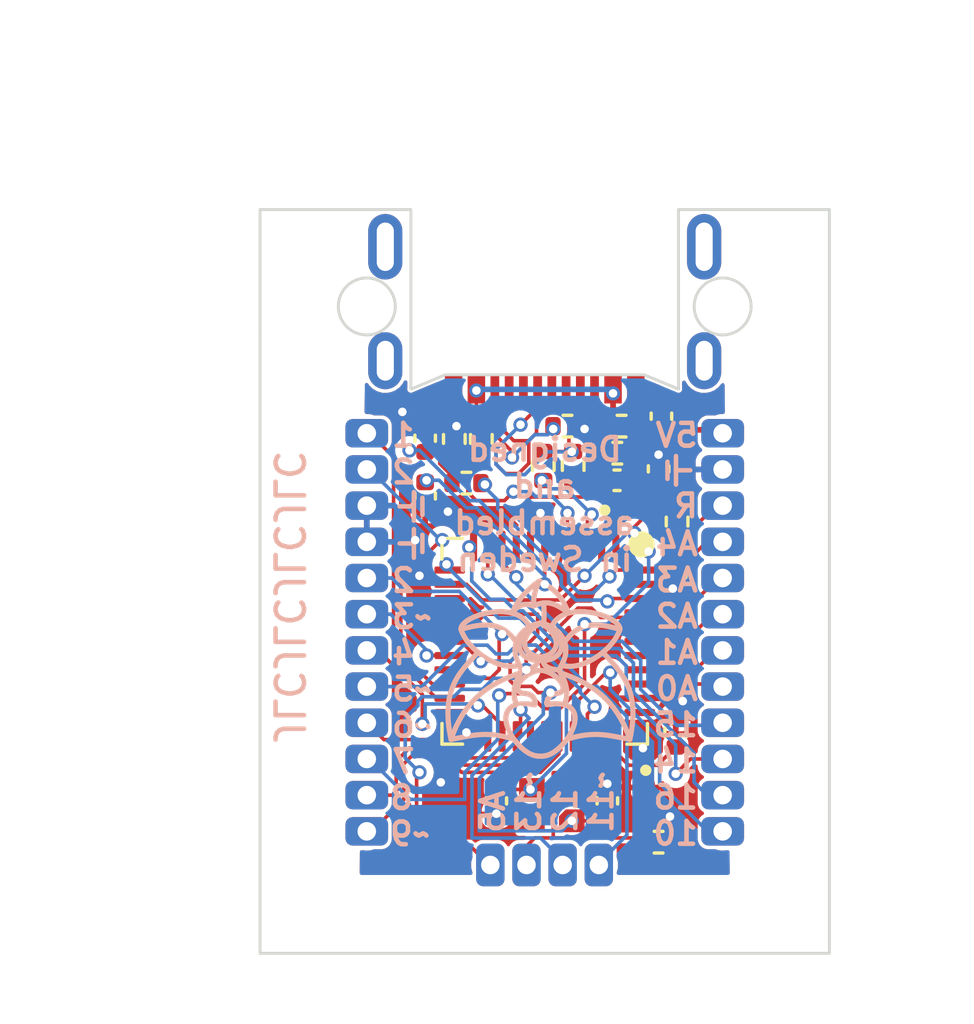
<source format=kicad_pcb>
(kicad_pcb (version 20211014) (generator pcbnew)
  (title_block (title "Pro Tiny") (date "2022-10-27"))
  (layers (0 "F.Cu" mixed) (31 "B.Cu" mixed) (34 "B.Paste" user) (35 "F.Paste" user) (36 "B.SilkS" user "B.Silkscreen") (37 "F.SilkS" user "F.Silkscreen") (38 "B.Mask" user) (39 "F.Mask" user) (44 "Edge.Cuts" user))
  (net 0 "")
  (net 1 "VBUS")
  (net 2 "GND")
  (net 3 "Net-(C2-Pad2)")
  (net 4 "Net-(C5-Pad2)")
  (net 5 "Net-(C6-Pad2)")
  (net 6 "Net-(C7-Pad1)")
  (net 7 "Net-(C8-Pad2)")
  (net 8 "RST")
  (net 9 "D1{slash}TX")
  (net 10 "D0{slash}RX")
  (net 11 "A4")
  (net 12 "IO11")
  (net 13 "IO12")
  (net 14 "Net-(J4-PadA5)")
  (net 15 "Net-(J4-PadA6)")
  (net 16 "Net-(J4-PadA7)")
  (net 18 "Net-(J4-PadB5)")
  (net 21 "D+")
  (net 22 "D-")
  (net 23 "D7")
  (net 24 "Net-(D2-Pad2)")
  (net 25 "D15{slash}SCK")
  (net 26 "D16{slash}MOSI")
  (net 27 "D14{slash}MISO")
  (net 28 "D3{slash}SCL")
  (net 29 "D2{slash}SDA")
  (net 31 "D4")
  (net 32 "D6")
  (net 33 "IO8")
  (net 34 "IO9")
  (net 35 "IO10")
  (net 36 "D5")
  (net 37 "IO13")
  (net 38 "Net-(R7-Pad1)")
  (net 39 "A0")
  (net 40 "A1")
  (net 41 "A2")
  (net 42 "A3")
  (net 43 "A5")
  (net 44 "SS")
  (footprint "Capacitor_SMD:C_0402_1005Metric" (layer "F.Cu") (at 95.8 46.45 90)
    (fp_text reference "C8" hide)
    (fp_text value "1µf")
  )
  (footprint "Resistor_SMD:R_0402_1005Metric" (layer "F.Cu") (at 101 45.4 -90)
    (fp_text reference "RV1" hide)
    (fp_text value "Varistor")
  )
  (footprint "Resistor_SMD:R_0402_1005Metric" (layer "F.Cu") (at 100.8 44 180)
    (fp_text reference "R4" hide)
    (fp_text value "56kΩ")
  )
  (footprint "Capacitor_SMD:C_0402_1005Metric" (layer "F.Cu") (at 102.54 45.9)
    (fp_text reference "C1" hide)
    (fp_text value "100nf")
  )
  (footprint "Package_DFN_QFN:QFN-44-1EP_7x7mm_P0.5mm_EP5.2x5.2mm" (layer "F.Cu") (at 100 51.55 -90)
    (fp_text reference "U1" hide)
    (fp_text value "ATmega32U4-M")
  )
  (footprint "LED_SMD:LED_0402_1005Metric" (layer "F.Cu") (at 103.55 57.1675 -90)
    (fp_text reference "D2" hide)
    (fp_text value "LED_Small")
  )
  (footprint "Resistor_SMD:R_0402_1005Metric" (layer "F.Cu") (at 99.95 45.4 -90)
    (fp_text reference "R2" hide)
    (fp_text value "22Ω")
  )
  (footprint "Resistor_SMD:R_0402_1005Metric" (layer "F.Cu") (at 104.65 47.35 -90)
    (fp_text reference "R6" hide)
    (fp_text value "10kΩ")
  )
  (footprint "Resistor_SMD:R_0402_1005Metric" (layer "F.Cu") (at 104.6 54.75 90)
    (fp_text reference "R7" hide)
    (fp_text value "10kΩ")
  )
  (footprint "Resistor_SMD:R_0402_1005Metric" (layer "F.Cu") (at 97.775 44.45 -90)
    (fp_text reference "R1" hide)
    (fp_text value "22Ω")
  )
  (footprint "Connector_PinHeader_1.27mm:PinHeader_1x04_P1.27mm_Vertical" (layer "F.Cu") (at 101.9 59.4 -90)
    (fp_text reference "J3" hide)
    (fp_text value "Conn_01x04")
  )
  (footprint "Resistor_SMD:R_0402_1005Metric" (layer "F.Cu") (at 97.25 46 180)
    (fp_text reference "FB1" hide)
    (fp_text value "MH2029-300Y")
  )
  (footprint "Resistor_SMD:R_0402_1005Metric" (layer "F.Cu") (at 96.825 44.45 90)
    (fp_text reference "RV2" hide)
    (fp_text value "Varistor")
  )
  (footprint "Resistor_SMD:R_0402_1005Metric" (layer "F.Cu") (at 102.55 44.95 180)
    (fp_text reference "R3" hide)
    (fp_text value "10kΩ")
  )
  (footprint "Diode_SMD:D_0402_1005Metric" (layer "F.Cu") (at 103.2 46.95)
    (fp_text reference "D1" hide)
    (fp_text value "D_Small")
  )
  (footprint "Capacitor_SMD:C_0402_1005Metric" (layer "F.Cu") (at 102.2 57.15 -90)
    (fp_text reference "C6" hide)
    (fp_text value "22pf")
  )
  (footprint "Connector_PinHeader_1.27mm:PinHeader_1x12_P1.27mm_Vertical" (layer "F.Cu") (at 93.75 44.25)
    (fp_text reference "J1" hide)
    (fp_text value "Conn_01x12")
  )
  (footprint "Capacitor_SMD:C_0402_1005Metric" (layer "F.Cu") (at 104 45.5 90)
    (fp_text reference "C4" hide)
    (fp_text value "22pf")
  )
  (footprint "Crystal:Crystal_SMD_2016-4Pin_2.0x1.6mm" (layer "F.Cu") (at 100.25 57.3)
    (fp_text reference "Y1" hide)
    (fp_text value "16mhz")
  )
  (footprint "Capacitor_SMD:C_0402_1005Metric" (layer "F.Cu") (at 104.6 49.2 90)
    (fp_text reference "C2" hide)
    (fp_text value "1µf")
  )
  (footprint "Resistor_SMD:R_0402_1005Metric" (layer "F.Cu") (at 104 58.6 180)
    (fp_text reference "R8" hide)
    (fp_text value "1kΩ")
  )
  (footprint "USB-C-Connectors-master:USB-C MC-314C-4P16" (layer "F.Cu") (at 100 38.705 180)
    (fp_text reference "J4" hide)
    (fp_text value "USB_C_Receptacle_USB2.0")
  )
  (footprint "Capacitor_SMD:C_0402_1005Metric" (layer "F.Cu") (at 104.1 43.65 -90)
    (fp_text reference "C3" hide)
    (fp_text value "22pf")
  )
  (footprint "Capacitor_SMD:C_0402_1005Metric" (layer "F.Cu") (at 98.3 57.15 90)
    (fp_text reference "C5" hide)
    (fp_text value "22pf")
  )
  (footprint "Resistor_SMD:R_0402_1005Metric" (layer "F.Cu") (at 102.7 44)
    (fp_text reference "R5" hide)
    (fp_text value "56kΩ")
  )
  (footprint "Capacitor_SMD:C_0402_1005Metric" (layer "F.Cu") (at 95.8 44.425 90)
    (fp_text reference "C7" hide)
    (fp_text value "100nf")
  )
  (footprint "Connector_PinHeader_1.27mm:PinHeader_1x12_P1.27mm_Vertical" (layer "F.Cu") (at 106.25 44.25)
    (fp_text reference "J2" hide)
    (fp_text value "Conn_01x12")
  )
  (gr_line (start 99.619682 52.209504) (end 99.554101 52.196134) (layer "B.SilkS") (width 0.18))
  (gr_line (start 100.567553 52.426727) (end 100.563037 52.4373) (layer "B.SilkS") (width 0.18))
  (gr_line (start 98.979272 53.689741) (end 98.994472 53.729366) (layer "B.SilkS") (width 0.18))
  (gr_line (start 99.547067 53.760768) (end 99.581079 53.766884) (layer "B.SilkS") (width 0.18))
  (gr_line (start 99.24393 51.20873) (end 99.211931 51.240662) (layer "B.SilkS") (width 0.18))
  (gr_line (start 99.972528 50.365243) (end 99.975582 50.446335) (layer "B.SilkS") (width 0.18))
  (gr_line (start 98.690647 54.011472) (end 98.674618 54.045166) (layer "B.SilkS") (width 0.18))
  (gr_line (start 102.898035 53.063664) (end 102.934886 53.150855) (layer "B.SilkS") (width 0.18))
  (gr_line (start 99.417822 51.919123) (end 99.451229 51.950477) (layer "B.SilkS") (width 0.18))
  (gr_line (start 98.736332 54.934006) (end 98.916222 54.987865) (layer "B.SilkS") (width 0.18))
  (gr_line (start 99.63594 50.303348) (end 99.612463 50.315242) (layer "B.SilkS") (width 0.18))
  (gr_line (start 100.074795 53.736448) (end 100.076774 53.744498) (layer "B.SilkS") (width 0.18))
  (gr_line (start 98.637652 54.318124) (end 98.642645 54.361627) (layer "B.SilkS") (width 0.18))
  (gr_line (start 100.647067 53.193154) (end 100.644568 53.222022) (layer "B.SilkS") (width 0.18))
  (gr_line (start 100.25583 53.744561) (end 100.218064 53.747762) (layer "B.SilkS") (width 0.18))
  (gr_line (start 102.232578 51.028869) (end 102.09919 51.004828) (layer "B.SilkS") (width 0.18))
  (gr_line (start 103.097929 53.989229) (end 103.098751 54.115116) (layer "B.SilkS") (width 0.18))
  (gr_line (start 96.884386 52.898563) (end 96.841792 52.979709) (layer "B.SilkS") (width 0.18))
  (gr_line (start 99.579319 50.301946) (end 99.612463 50.315242) (layer "B.SilkS") (width 0.18))
  (gr_line (start 98.883591 53.821948) (end 98.8471 53.843598) (layer "B.SilkS") (width 0.18))
  (gr_line (start 100.705062 52.115223) (end 100.688372 52.168083) (layer "B.SilkS") (width 0.18))
  (gr_line (start 99.705 50.271885) (end 99.682205 50.28168) (layer "B.SilkS") (width 0.18))
  (gr_line (start 100.08031 52.209385) (end 100.145892 52.196015) (layer "B.SilkS") (width 0.18))
  (gr_line (start 100.670749 52.89252) (end 100.696635 52.957059) (layer "B.SilkS") (width 0.18))
  (gr_line (start 98.70948 53.979301) (end 98.690647 54.011472) (layer "B.SilkS") (width 0.18))
  (gr_line (start 97.078328 52.598397) (end 97.026719 52.670241) (layer "B.SilkS") (width 0.18))
  (gr_line (start 99.122515 52.405871) (end 99.127622 52.416325) (layer "B.SilkS") (width 0.18))
  (gr_line (start 98.916186 54.987773) (end 98.973526 55.059622) (layer "B.SilkS") (width 0.18))
  (gr_line (start 99.182851 51.955195) (end 99.157315 51.911888) (layer "B.SilkS") (width 0.18))
  (gr_line (start 97.056951 51.131224) (end 97.195337 51.093259) (layer "B.SilkS") (width 0.18))
  (gr_line (start 99.583201 53.503059) (end 99.595229 53.518759) (layer "B.SilkS") (width 0.18))
  (gr_line (start 99.076187 51.419345) (end 99.054432 51.458641) (layer "B.SilkS") (width 0.18))
  (gr_line (start 99.635703 49.932152) (end 99.626166 49.990337) (layer "B.SilkS") (width 0.18))
  (gr_line (start 96.709202 54.993266) (end 97.189766 54.899944) (layer "B.SilkS") (width 0.18))
  (gr_line (start 100.542676 51.91177) (end 100.563197 51.866323) (layer "B.SilkS") (width 0.18))
  (gr_line (start 100.553674 55.249315) (end 100.495814 55.303695) (layer "B.SilkS") (width 0.18))
  (gr_line (start 99.312154 51.148949) (end 99.277363 51.178147) (layer "B.SilkS") (width 0.18))
  (gr_line (start 102.515782 51.403105) (end 102.482708 51.455995) (layer "B.SilkS") (width 0.18))
  (gr_line (start 99.850037 50.911644) (end 99.86494 50.914105) (layer "B.SilkS") (width 0.18))
  (gr_line (start 96.709202 54.99334) (end 96.756731 54.859417) (layer "B.SilkS") (width 0.18))
  (gr_line (start 99.011707 53.76917) (end 98.965855 53.784668) (layer "B.SilkS") (width 0.18))
  (gr_line (start 98.950977 52.423115) (end 98.992547 52.416713) (layer "B.SilkS") (width 0.18))
  (gr_line (start 100.57237 52.416215) (end 100.567553 52.426727) (layer "B.SilkS") (width 0.18))
  (gr_line (start 99.246772 53.747276) (end 99.33769 53.746301) (layer "B.SilkS") (width 0.18))
  (gr_line (start 97.429813 53.704642) (end 97.57794 53.549243) (layer "B.SilkS") (width 0.18))
  (gr_line (start 99.618705 50.050598) (end 99.613463 50.113078) (layer "B.SilkS") (width 0.18))
  (gr_line (start 99.745419 52.298196) (end 99.75295 52.274402) (layer "B.SilkS") (width 0.18))
  (gr_line (start 101.116811 51.15767) (end 101.061481 51.195279) (layer "B.SilkS") (width 0.18))
  (gr_line (start 99.962373 50.204051) (end 99.962373 50.204051) (layer "B.SilkS") (width 0.18))
  (gr_line (start 100.540793 52.513203) (end 100.539089 52.524343) (layer "B.SilkS") (width 0.18))
  (gr_line (start 99.655484 53.769967) (end 99.65162 53.774061) (layer "B.SilkS") (width 0.18))
  (gr_line (start 102.59712 50.992648) (end 102.623113 51.038903) (layer "B.SilkS") (width 0.18))
  (gr_line (start 99.963852 52.320477) (end 99.954574 52.298075) (layer "B.SilkS") (width 0.18))
  (gr_line (start 100.581949 52.711657) (end 100.61289 52.769703) (layer "B.SilkS") (width 0.18))
  (gr_line (start 100.437818 55.353481) (end 100.379685 55.398584) (layer "B.SilkS") (width 0.18))
  (gr_line (start 101.40526 51.026984) (end 101.346062 51.045949) (layer "B.SilkS") (width 0.18))
  (gr_line (start 98.994902 52.115319) (end 99.011592 52.168178) (layer "B.SilkS") (width 0.18))
  (gr_line (start 100.536906 52.582078) (end 100.537855 52.594137) (layer "B.SilkS") (width 0.18))
  (gr_line (start 99.64113 53.781057) (end 99.638659 53.782031) (layer "B.SilkS") (width 0.18))
  (gr_line (start 99.072855 52.397809) (end 99.111472 52.385231) (layer "B.SilkS") (width 0.18))
  (gr_line (start 98.966044 53.650309) (end 98.979272 53.689741) (layer "B.SilkS") (width 0.18))
  (gr_line (start 99.081351 52.330138) (end 99.111436 52.38513) (layer "B.SilkS") (width 0.18))
  (gr_line (start 99.850019 50.911644) (end 99.850019 50.911644) (layer "B.SilkS") (width 0.18))
  (gr_line (start 99.488441 51.979415) (end 99.529394 52.005771) (layer "B.SilkS") (width 0.18))
  (gr_line (start 100.28217 51.919013) (end 100.248764 51.950367) (layer "B.SilkS") (width 0.18))
  (gr_line (start 100.119406 53.568882) (end 100.109413 53.589133) (layer "B.SilkS") (width 0.18))
  (gr_line (start 100.187271 52.662778) (end 100.232301 52.686705) (layer "B.SilkS") (width 0.18))
  (gr_line (start 100.548205 52.480246) (end 100.545362 52.491156) (layer "B.SilkS") (width 0.18))
  (gr_line (start 100.536438 52.570118) (end 100.536906 52.582078) (layer "B.SilkS") (width 0.18))
  (gr_line (start 100.556944 51.508188) (end 100.53328 51.454158) (layer "B.SilkS") (width 0.18))
  (gr_line (start 102.998843 53.335579) (end 103.025537 53.433578) (layer "B.SilkS") (width 0.18))
  (gr_line (start 98.592357 52.406199) (end 98.685511 52.421248) (layer "B.SilkS") (width 0.18))
  (gr_line (start 101.049908 54.405964) (end 101.040054 54.451261) (layer "B.SilkS") (width 0.18))
  (gr_line (start 100.64523 52.27553) (end 100.618617 52.330045) (layer "B.SilkS") (width 0.18))
  (gr_line (start 100.582863 52.395364) (end 100.577478 52.405761) (layer "B.SilkS") (width 0.18))
  (gr_line (start 100.151215 53.516371) (end 100.140317 53.532557) (layer "B.SilkS") (width 0.18))
  (gr_line (start 100.536408 52.558257) (end 100.456665 52.553063) (layer "B.SilkS") (width 0.18))
  (gr_line (start 99.052936 53.193253) (end 99.055432 53.222122) (layer "B.SilkS") (width 0.18))
  (gr_line (start 102.50467 51.093158) (end 102.367791 51.058693) (layer "B.SilkS") (width 0.18))
  (gr_line (start 100.688285 53.769069) (end 100.688285 53.769069) (layer "B.SilkS") (width 0.18))
  (gr_line (start 101.014495 52.421156) (end 100.923352 52.429196) (layer "B.SilkS") (width 0.18))
  (gr_line (start 100.075798 53.683487) (end 100.074624 53.690855) (layer "B.SilkS") (width 0.18))
  (gr_line (start 99.912012 52.092914) (end 99.849987 52.100301) (layer "B.SilkS") (width 0.18))
  (gr_line (start 98.64297 54.154725) (end 98.637768 54.19385) (layer "B.SilkS") (width 0.18))
  (gr_line (start 99.439317 51.138275) (end 99.507577 51.089187) (layer "B.SilkS") (width 0.18))
  (gr_line (start 96.929542 52.820092) (end 96.884386 52.898563) (layer "B.SilkS") (width 0.18))
  (gr_line (start 101.086807 50.516198) (end 101.189112 50.509313) (layer "B.SilkS") (width 0.18))
  (gr_line (start 100.251236 49.707292) (end 100.334545 49.77866) (layer "B.SilkS") (width 0.18))
  (gr_line (start 102.621674 52.598301) (end 102.673283 52.670145) (layer "B.SilkS") (width 0.18))
  (gr_line (start 98.813651 53.867165) (end 98.783203 53.892585) (layer "B.SilkS") (width 0.18))
  (gr_line (start 100.318199 52.131204) (end 100.367112 52.102156) (layer "B.SilkS") (width 0.18))
  (gr_line (start 100.738263 51.76471) (end 100.741917 51.81244) (layer "B.SilkS") (width 0.18))
  (gr_line (start 101.062345 54.318027) (end 101.057352 54.361531) (layer "B.SilkS") (width 0.18))
  (gr_line (start 99.654081 52.60479) (end 99.60614 52.621661) (layer "B.SilkS") (width 0.18))
  (gr_line (start 100.54741 51.308344) (end 100.574636 51.344116) (layer "B.SilkS") (width 0.18))
  (gr_line (start 100.207475 52.17837) (end 100.264949 52.156687) (layer "B.SilkS") (width 0.18))
  (gr_line (start 100.668998 55.127138) (end 100.611402 55.190433) (layer "B.SilkS") (width 0.18))
  (gr_line (start 99.167403 50.29263) (end 99.190646 50.283842) (layer "B.SilkS") (width 0.18))
  (gr_line (start 99.508565 51.022502) (end 99.485806 51.034356) (layer "B.SilkS") (width 0.18))
  (gr_line (start 98.018153 52.185874) (end 98.113264 52.236543) (layer "B.SilkS") (width 0.18))
  (gr_line (start 99.701521 55.571456) (end 99.731114 55.575681) (layer "B.SilkS") (width 0.18))
  (gr_line (start 100.073434 53.727137) (end 100.074795 53.736448) (layer "B.SilkS") (width 0.18))
  (gr_line (start 102.546459 51.349627) (end 102.515782 51.403105) (layer "B.SilkS") (width 0.18))
  (gr_line (start 99.627434 53.574209) (end 99.63675 53.595683) (layer "B.SilkS") (width 0.18))
  (gr_line (start 100.627147 52.397718) (end 100.588529 52.38514) (layer "B.SilkS") (width 0.18))
  (gr_line (start 97.153546 51.349715) (end 97.184224 51.403192) (layer "B.SilkS") (width 0.18))
  (gr_line (start 99.435044 52.156806) (end 99.381794 52.131322) (layer "B.SilkS") (width 0.18))
  (gr_line (start 99.451229 51.950477) (end 99.488441 51.979415) (layer "B.SilkS") (width 0.18))
  (gr_line (start 99.113362 51.615401) (end 99.125302 51.562093) (layer "B.SilkS") (width 0.18))
  (gr_line (start 97.300099 52.32615) (end 97.186558 52.459713) (layer "B.SilkS") (width 0.18))
  (gr_line (start 97.832492 52.070251) (end 97.924402 52.130341) (layer "B.SilkS") (width 0.18))
  (gr_line (start 101.490751 52.281949) (end 101.394366 52.32197) (layer "B.SilkS") (width 0.18))
  (gr_line (start 100.086656 50.201079) (end 100.056195 50.199947) (layer "B.SilkS") (width 0.18))
  (gr_line (start 100.451477 52.03432) (end 100.486703 51.996006) (layer "B.SilkS") (width 0.18))
  (gr_line (start 100.281053 50.958396) (end 100.33402 50.879026) (layer "B.SilkS") (width 0.18))
  (gr_line (start 100.536899 52.546867) (end 100.536436 52.558257) (layer "B.SilkS") (width 0.18))
  (gr_line (start 101.743394 54.819283) (end 101.601024 54.82467) (layer "B.SilkS") (width 0.18))
  (gr_line (start 103.025537 53.433578) (end 103.048433 53.535644) (layer "B.SilkS") (width 0.18))
  (gr_line (start 100.593543 51.719511) (end 100.592876 51.667875) (layer "B.SilkS") (width 0.18))
  (gr_line (start 99.666975 52.413261) (end 99.68352 52.397165) (layer "B.SilkS") (width 0.18))
  (gr_line (start 99.900666 50.212901) (end 99.879726 50.216993) (layer "B.SilkS") (width 0.18))
  (gr_line (start 99.558986 52.64109) (end 99.512801 52.66287) (layer "B.SilkS") (width 0.18))
  (gr_line (start 100.081387 53.658922) (end 100.081387 53.658922) (layer "B.SilkS") (width 0.18))
  (gr_line (start 100.900571 51.333618) (end 100.848693 51.388711) (layer "B.SilkS") (width 0.18))
  (gr_line (start 98.353945 51.046049) (end 98.412408 51.068458) (layer "B.SilkS") (width 0.18))
  (gr_line (start 99.999186 49.533391) (end 100.054982 49.567535) (layer "B.SilkS") (width 0.18))
  (gr_line (start 99.946248 50.952689) (end 99.850019 50.911644) (layer "B.SilkS") (width 0.18))
  (gr_line (start 100.563037 52.4373) (end 100.558832 52.447937) (layer "B.SilkS") (width 0.18))
  (gr_line (start 100.734137 53.784568) (end 100.77683 53.802183) (layer "B.SilkS") (width 0.18))
  (gr_line (start 99.099844 51.381189) (end 99.076187 51.419345) (layer "B.SilkS") (width 0.18))
  (gr_line (start 99.46921 53.418562) (end 99.48483 53.425711) (layer "B.SilkS") (width 0.18))
  (gr_line (start 102.399903 52.326053) (end 102.513444 52.459616) (layer "B.SilkS") (width 0.18))
  (gr_line (start 98.783203 53.892585) (end 98.755719 53.919792) (layer "B.SilkS") (width 0.18))
  (gr_line (start 100.637629 53.249326) (end 100.626067 53.274859) (layer "B.SilkS") (width 0.18))
  (gr_line (start 100.542887 52.502141) (end 100.540793 52.513203) (layer "B.SilkS") (width 0.18))
  (gr_line (start 103.085093 54.383505) (end 103.070201 54.526472) (layer "B.SilkS") (width 0.18))
  (gr_line (start 99.850019 50.911644) (end 99.922158 50.952889) (layer "B.SilkS") (width 0.18))
  (gr_line (start 100.61289 52.769703) (end 100.642662 52.830029) (layer "B.SilkS") (width 0.18))
  (gr_line (start 100.072846 53.716487) (end 100.073033 53.721984) (layer "B.SilkS") (width 0.18))
  (gr_line (start 99.437173 53.406565) (end 99.46921 53.418562) (layer "B.SilkS") (width 0.18))
  (gr_line (start 102.574632 51.295631) (end 102.546459 51.349627) (layer "B.SilkS") (width 0.18))
  (gr_line (start 102.09919 51.004828) (end 101.967785 50.987711) (layer "B.SilkS") (width 0.18))
  (gr_line (start 103.023263 54.831111) (end 102.990804 54.993248) (layer "B.SilkS") (width 0.18))
  (gr_line (start 96.977055 52.744062) (end 96.929542 52.820092) (layer "B.SilkS") (width 0.18))
  (gr_line (start 99.232247 51.346433) (end 99.274345 51.293097) (layer "B.SilkS") (width 0.18))
  (gr_line (start 98.408251 52.962262) (end 98.588697 52.875344) (layer "B.SilkS") (width 0.18))
  (gr_line (start 100.057403 55.558899) (end 100.027883 55.565793) (layer "B.SilkS") (width 0.18))
  (gr_line (start 98.686726 54.544278) (end 98.703577 54.591771) (layer "B.SilkS") (width 0.18))
  (gr_line (start 99.011707 53.76917) (end 99.011707 53.76917) (layer "B.SilkS") (width 0.18))
  (gr_line (start 99.541694 51.130232) (end 99.495436 51.176776) (layer "B.SilkS") (width 0.18))
  (gr_line (start 100.541257 52.618563) (end 100.543742 52.630935) (layer "B.SilkS") (width 0.18))
  (gr_line (start 99.968729 55.575583) (end 99.939094 55.578457) (layer "B.SilkS") (width 0.18))
  (gr_line (start 100.025336 50.200037) (end 99.994067 50.201391) (layer "B.SilkS") (width 0.18))
  (gr_line (start 98.637768 54.19385) (end 98.635174 54.23417) (layer "B.SilkS") (width 0.18))
  (gr_line (start 99.054697 53.163026) (end 99.052936 53.193253) (layer "B.SilkS") (width 0.18))
  (gr_line (start 98.932168 53.233485) (end 98.925041 53.306529) (layer "B.SilkS") (width 0.18))
  (gr_line (start 101.465171 51.01132) (end 101.40526 51.026984) (layer "B.SilkS") (width 0.18))
  (gr_line (start 102.370187 51.610458) (end 102.328606 51.660314) (layer "B.SilkS") (width 0.18))
  (gr_line (start 101.807944 50.574041) (end 102.000398 50.628646) (layer "B.SilkS") (width 0.18))
  (gr_line (start 98.731157 53.948719) (end 98.70948 53.979301) (layer "B.SilkS") (width 0.18))
  (gr_line (start 99.033194 52.408291) (end 99.072855 52.397809) (layer "B.SilkS") (width 0.18))
  (gr_line (start 99.858594 50.221676) (end 99.837266 50.226958) (layer "B.SilkS") (width 0.18))
  (gr_line (start 99.64927 52.428225) (end 99.666975 52.413261) (layer "B.SilkS") (width 0.18))
  (gr_line (start 101.587056 50.989323) (end 101.525776 50.998814) (layer "B.SilkS") (width 0.18))
  (gr_line (start 97.030431 54.266191) (end 97.091937 54.161883) (layer "B.SilkS") (width 0.18))
  (gr_line (start 100.726466 55.059521) (end 100.668998 55.127138) (layer "B.SilkS") (width 0.18))
  (gr_line (start 98.650088 54.406061) (end 98.659943 54.451357) (layer "B.SilkS") (width 0.18))
  (gr_line (start 96.607724 53.868666) (end 96.602075 53.989324) (layer "B.SilkS") (width 0.18))
  (gr_line (start 100.729078 52.011413) (end 100.718603 52.062988) (layer "B.SilkS") (width 0.18))
  (gr_line (start 99.699405 50.946154) (end 99.674824 50.953844) (layer "B.SilkS") (width 0.18))
  (gr_line (start 100.66681 52.408199) (end 100.627147 52.397718) (layer "B.SilkS") (width 0.18))
  (gr_line (start 100.36583 52.542884) (end 100.318205 52.535061) (layer "B.SilkS") (width 0.18))
  (gr_line (start 99.60614 52.621661) (end 99.558986 52.64109) (layer "B.SilkS") (width 0.18))
  (gr_line (start 99.237055 50.74596) (end 99.162406 50.691559) (layer "B.SilkS") (width 0.18))
  (gr_line (start 97.288847 53.875216) (end 97.429813 53.704642) (layer "B.SilkS") (width 0.18))
  (gr_line (start 96.601253 54.115211) (end 96.605463 54.246559) (layer "B.SilkS") (width 0.18))
  (gr_line (start 100.422597 51.178055) (end 100.456031 51.208638) (layer "B.SilkS") (width 0.18))
  (gr_line (start 99.148587 52.469516) (end 99.151788 52.480354) (layer "B.SilkS") (width 0.18))
  (gr_line (start 100.337305 51.849716) (end 100.311706 51.885407) (layer "B.SilkS") (width 0.18))
  (gr_line (start 103.098751 54.115116) (end 103.094541 54.246464) (layer "B.SilkS") (width 0.18))
  (gr_line (start 100.688372 52.168083) (end 100.668455 52.221531) (layer "B.SilkS") (width 0.18))
  (gr_line (start 99.13244 52.426837) (end 99.136956 52.43741) (layer "B.SilkS") (width 0.18))
  (gr_line (start 102.722947 52.743965) (end 102.77046 52.819995) (layer "B.SilkS") (width 0.18))
  (gr_line (start 99.070525 50.160361) (end 99.123689 50.08662) (layer "B.SilkS") (width 0.18))
  (gr_line (start 100.705521 53.729265) (end 100.688285 53.769069) (layer "B.SilkS") (width 0.18))
  (gr_line (start 101.172953 51.124075) (end 101.116811 51.15767) (layer "B.SilkS") (width 0.18))
  (gr_line (start 99.149636 52.656108) (end 99.149636 52.656108) (layer "B.SilkS") (width 0.18))
  (gr_line (start 100.456031 51.208638) (end 100.488029 51.24057) (layer "B.SilkS") (width 0.18))
  (gr_line (start 99.682205 50.28168) (end 99.659186 50.292164) (layer "B.SilkS") (width 0.18))
  (gr_line (start 99.1214 51.819091) (end 99.111247 51.770074) (layer "B.SilkS") (width 0.18))
  (gr_line (start 97.184224 51.403192) (end 97.217298 51.456083) (layer "B.SilkS") (width 0.18))
  (gr_line (start 94.903334 48.117) (end 95.403334 48.117) (layer "B.SilkS") (width 0.16))
  (gr_line (start 100.261855 50.23113) (end 100.204804 50.216965) (layer "B.SilkS") (width 0.18))
  (gr_line (start 99.977178 50.530428) (end 99.977279 50.619522) (layer "B.SilkS") (width 0.18))
  (gr_line (start 97.195337 51.093259) (end 97.332216 51.058794) (layer "B.SilkS") (width 0.18))
  (gr_line (start 100.322224 51.188667) (end 100.260674 51.138162) (layer "B.SilkS") (width 0.18))
  (gr_line (start 99.554135 55.530452) (end 99.583536 55.541265) (layer "B.SilkS") (width 0.18))
  (gr_line (start 99.724154 50.939013) (end 99.699405 50.946154) (layer "B.SilkS") (width 0.18))
  (gr_line (start 97.221208 53.96653) (end 97.288847 53.875216) (layer "B.SilkS") (width 0.18))
  (gr_line (start 99.947042 52.274282) (end 99.941354 52.249055) (layer "B.SilkS") (width 0.18))
  (gr_line (start 98.113264 52.236543) (end 98.209253 52.282041) (layer "B.SilkS") (width 0.18))
  (gr_line (start 100.543742 52.630935) (end 100.54677 52.643416) (layer "B.SilkS") (width 0.18))
  (gr_line (start 99.612975 55.550784) (end 99.642452 55.558996) (layer "B.SilkS") (width 0.18))
  (gr_line (start 100.109827 52.466621) (end 100.089225 52.454796) (layer "B.SilkS") (width 0.18))
  (gr_line (start 102.482708 51.455995) (end 102.447346 51.50823) (layer "B.SilkS") (width 0.18))
  (gr_line (start 99.968214 50.936849) (end 99.968214 50.936849) (layer "B.SilkS") (width 0.18))
  (gr_line (start 101.297355 54.859898) (end 101.134623 54.891591) (layer "B.SilkS") (width 0.18))
  (gr_line (start 99.111644 53.319895) (end 99.138167 53.338882) (layer "B.SilkS") (width 0.18))
  (gr_line (start 100.629754 53.099225) (end 100.639478 53.131549) (layer "B.SilkS") (width 0.18))
  (gr_line (start 100.232301 52.686705) (end 100.275997 52.71257) (layer "B.SilkS") (width 0.18))
  (gr_line (start 98.820839 54.836914) (end 98.850618 54.887018) (layer "B.SilkS") (width 0.18))
  (gr_line (start 100.609701 53.298416) (end 100.588347 53.31979) (layer "B.SilkS") (width 0.18))
  (gr_line (start 100.109413 53.589133) (end 100.099739 53.610853) (layer "B.SilkS") (width 0.18))
  (gr_line (start 99.691783 49.717343) (end 99.675356 49.768639) (layer "B.SilkS") (width 0.18))
  (gr_line (start 99.274345 51.293097) (end 99.322814 51.240468) (layer "B.SilkS") (width 0.18))
  (gr_line (start 98.642645 54.361627) (end 98.650088 54.406061) (layer "B.SilkS") (width 0.18))
  (gr_line (start 98.112952 50.989424) (end 98.174232 50.998915) (layer "B.SilkS") (width 0.18))
  (gr_line (start 99.574022 52.029379) (end 99.62226 52.050074) (layer "B.SilkS") (width 0.18))
  (gr_line (start 101.107649 52.406107) (end 101.014495 52.421156) (layer "B.SilkS") (width 0.18))
  (gr_line (start 99.583536 55.541265) (end 99.612975 55.550784) (layer "B.SilkS") (width 0.18))
  (gr_line (start 99.606635 53.535809) (end 99.617383 53.554271) (layer "B.SilkS") (width 0.18))
  (gr_line (start 101.586739 52.236451) (end 101.490751 52.281949) (layer "B.SilkS") (width 0.18))
  (gr_line (start 99.157105 52.502248) (end 99.1592 52.513309) (layer "B.SilkS") (width 0.18))
  (gr_line (start 99.190646 50.283842) (end 99.214399 50.27619) (layer "B.SilkS") (width 0.18))
  (gr_line (start 98.638526 51.195379) (end 98.693022 51.237145) (layer "B.SilkS") (width 0.18))
  (gr_line (start 97.95661 54.819386) (end 98.098979 54.824772) (layer "B.SilkS") (width 0.18))
  (gr_line (start 100.197558 53.463486) (end 100.185578 53.475041) (layer "B.SilkS") (width 0.18))
  (gr_line (start 100.468061 52.86378) (end 100.499913 52.896955) (layer "B.SilkS") (width 0.18))
  (gr_line (start 99.125302 51.562093) (end 99.143047 51.508305) (layer "B.SilkS") (width 0.18))
  (gr_line (start 98.713517 50.529043) (end 98.613196 50.516291) (layer "B.SilkS") (width 0.18))
  (gr_line (start 99.75295 52.274402) (end 99.758638 52.249174) (layer "B.SilkS") (width 0.18))
  (gr_line (start 98.565379 54.891692) (end 98.736332 54.934006) (layer "B.SilkS") (width 0.18))
  (gr_line (start 98.746665 51.283211) (end 98.799436 51.333719) (layer "B.SilkS") (width 0.18))
  (gr_line (start 102.600194 51.241184) (end 102.574632 51.295631) (layer "B.SilkS") (width 0.18))
  (gr_line (start 98.920352 50.469175) (end 98.958232 50.432398) (layer "B.SilkS") (width 0.18))
  (gr_line (start 102.239978 51.757169) (end 102.193147 51.804031) (layer "B.SilkS") (width 0.18))
  (gr_line (start 101.68185 52.185783) (end 101.586739 52.236451) (layer "B.SilkS") (width 0.18))
  (gr_line (start 96.765116 53.150951) (end 96.731445 53.241511) (layer "B.SilkS") (width 0.18))
  (gr_line (start 97.656123 51.937621) (end 97.656123 51.937621) (layer "B.SilkS") (width 0.18))
  (gr_line (start 99.127622 52.416325) (end 99.13244 52.426837) (layer "B.SilkS") (width 0.18))
  (gr_line (start 98.916186 54.987773) (end 98.916186 54.987773) (layer "B.SilkS") (width 0.18))
  (gr_line (start 99.879707 55.580105) (end 99.849955 55.578856) (layer "B.SilkS") (width 0.18))
  (gr_line (start 99.160692 52.606402) (end 99.158735 52.618668) (layer "B.SilkS") (width 0.18))
  (gr_line (start 100.145892 52.196015) (end 100.207475 52.17837) (layer "B.SilkS") (width 0.18))
  (gr_line (start 97.217298 51.456083) (end 97.25266 51.508318) (layer "B.SilkS") (width 0.18))
  (gr_line (start 100.675121 50.212691) (end 100.712477 50.283773) (layer "B.SilkS") (width 0.18))
  (gr_line (start 104.611905 45.55) (end 104.611905 45.05) (layer "B.SilkS") (width 0.16))
  (gr_line (start 98.945243 53.572085) (end 98.954722 53.611086) (layer "B.SilkS") (width 0.18))
  (gr_line (start 100.073033 53.721984) (end 100.073434 53.727137) (layer "B.SilkS") (width 0.18))
  (gr_line (start 99.020206 50.235454) (end 99.070525 50.160361) (layer "B.SilkS") (width 0.18))
  (gr_line (start 103.048433 53.535644) (end 103.067326 53.64201) (layer "B.SilkS") (width 0.18))
  (gr_line (start 98.588697 52.875344) (end 98.772754 52.796077) (layer "B.SilkS") (width 0.18))
  (gr_line (start 100.683024 51.540421) (end 100.698608 51.582927) (layer "B.SilkS") (width 0.18))
  (gr_line (start 99.728598 49.618715) (end 99.709577 49.667416) (layer "B.SilkS") (width 0.18))
  (gr_line (start 99.29541 51.601156) (end 99.296021 51.645883) (layer "B.SilkS") (width 0.18))
  (gr_line (start 100.247866 53.426866) (end 100.234949 53.434694) (layer "B.SilkS") (width 0.18))
  (gr_line (start 99.429844 52.525098) (end 99.47755 52.512363) (layer "B.SilkS") (width 0.18))
  (gr_line (start 99.365982 50.879118) (end 99.305132 50.808378) (layer "B.SilkS") (width 0.18))
  (gr_line (start 99.799264 50.92094) (end 99.774097 50.9264) (layer "B.SilkS") (width 0.18))
  (gr_line (start 99.106448 51.719629) (end 99.107115 51.667992) (layer "B.SilkS") (width 0.18))
  (gr_line (start 99.136794 51.866441) (end 99.1214 51.819091) (layer "B.SilkS") (width 0.18))
  (gr_line (start 99.645293 53.618757) (end 99.653024 53.643493) (layer "B.SilkS") (width 0.18))
  (gr_line (start 97.699605 50.628736) (end 97.522799 50.695762) (layer "B.SilkS") (width 0.18))
  (gr_line (start 99.003358 52.957159) (end 98.980191 53.023631) (layer "B.SilkS") (width 0.18))
  (gr_line (start 100.260674 51.138162) (end 100.192415 51.089074) (layer "B.SilkS") (width 0.18))
  (gr_line (start 101.202334 52.384355) (end 101.107649 52.406107) (layer "B.SilkS") (width 0.18))
  (gr_line (start 99.610767 52.454929) (end 99.630501 52.4421) (layer "B.SilkS") (width 0.18))
  (gr_line (start 100.732025 51.717857) (end 100.738263 51.76471) (layer "B.SilkS") (width 0.18))
  (gr_line (start 98.981359 52.063083) (end 98.994902 52.115319) (layer "B.SilkS") (width 0.18))
  (gr_line (start 99.136956 52.43741) (end 99.14116 52.448046) (layer "B.SilkS") (width 0.18))
  (gr_line (start 99.758638 52.249174) (end 99.762385 52.222469) (layer "B.SilkS") (width 0.18))
  (gr_line (start 101.009348 54.011373) (end 101.025376 54.045067) (layer "B.SilkS") (width 0.18))
  (gr_line (start 99.568793 52.477624) (end 99.590165 52.466756) (layer "B.SilkS") (width 0.18))
  (gr_line (start 100.106996 51.084307) (end 100.158299 51.130122) (layer "B.SilkS") (width 0.18))
  (gr_line (start 100.116733 50.203389) (end 100.086656 50.201079) (layer "B.SilkS") (width 0.18))
  (gr_line (start 97.89206 50.574132) (end 97.699605 50.628736) (layer "B.SilkS") (width 0.18))
  (gr_line (start 98.847169 50.548473) (end 98.886213 50.46841) (layer "B.SilkS") (width 0.18))
  (gr_line (start 97.732223 50.987812) (end 97.861486 50.978761) (layer "B.SilkS") (width 0.18))
  (gr_line (start 99.160904 52.524448) (end 99.162205 52.535667) (layer "B.SilkS") (width 0.18))
  (gr_line (start 102.893256 54.730674) (end 102.840814 54.607159) (layer "B.SilkS") (width 0.18))
  (gr_line (start 100.010845 52.218242) (end 100.08031 52.209385) (layer "B.SilkS") (width 0.18))
  (gr_line (start 103.094541 54.246464) (end 103.085093 54.383505) (layer "B.SilkS") (width 0.18))
  (gr_line (start 95.403334 46.817) (end 95.403334 46.317) (layer "B.SilkS") (width 0.16))
  (gr_line (start 100.140317 53.532557) (end 100.12971 53.550042) (layer "B.SilkS") (width 0.18))
  (gr_line (start 102.840814 54.607159) (end 102.78601 54.488649) (layer "B.SilkS") (width 0.18))
  (gr_line (start 98.923217 53.380927) (end 98.924455 53.418598) (layer "B.SilkS") (width 0.18))
  (gr_line (start 101.397059 50.51192) (end 101.605083 50.534314) (layer "B.SilkS") (width 0.18))
  (gr_line (start 99.149636 52.656108) (end 99.118044 52.711758) (layer "B.SilkS") (width 0.18))
  (gr_line (start 97.332216 51.058794) (end 97.46743 51.02897) (layer "B.SilkS") (width 0.18))
  (gr_line (start 97.656123 51.937612) (end 97.417305 52.195851) (layer "B.SilkS") (width 0.18))
  (gr_line (start 100.492532 53.368755) (end 100.431794 53.376537) (layer "B.SilkS") (width 0.18))
  (gr_line (start 100.618161 50.644771) (end 100.703988 50.60548) (layer "B.SilkS") (width 0.18))
  (gr_line (start 100.645529 51.45855) (end 100.665305 51.498951) (layer "B.SilkS") (width 0.18))
  (gr_line (start 100.534374 49.995859) (end 100.586835 50.068496) (layer "B.SilkS") (width 0.18))
  (gr_line (start 100.321413 55.438913) (end 100.262999 55.474378) (layer "B.SilkS") (width 0.18))
  (gr_line (start 100.236623 51.046703) (end 100.281053 50.958396) (layer "B.SilkS") (width 0.18))
  (gr_line (start 100.412243 52.548769) (end 100.36583 52.542884) (layer "B.SilkS") (width 0.18))
  (gr_line (start 99.179708 50.014277) (end 99.238594 49.943374) (layer "B.SilkS") (width 0.18))
  (gr_line (start 100.069491 52.441968) (end 100.050723 52.428095) (layer "B.SilkS") (width 0.18))
  (gr_line (start 98.772754 52.796077) (end 98.959915 52.723388) (layer "B.SilkS") (width 0.18))
  (gr_line (start 99.647175 49.875902) (end 99.635703 49.932152) (layer "B.SilkS") (width 0.18))
  (gr_line (start 99.122358 50.31342) (end 99.144647 50.302505) (layer "B.SilkS") (width 0.18))
  (gr_line (start 100.561822 53.338775) (end 100.529945 53.355165) (layer "B.SilkS") (width 0.18))
  (gr_line (start 99.307433 51.509087) (end 99.299193 51.555502) (layer "B.SilkS") (width 0.18))
  (gr_line (start 101.957097 52.005817) (end 101.86751 52.070159) (layer "B.SilkS") (width 0.18))
  (gr_line (start 99.079006 53.759031) (end 99.158947 53.751628) (layer "B.SilkS") (width 0.18))
  (gr_line (start 102.000398 50.628646) (end 102.177205 50.695673) (layer "B.SilkS") (width 0.18))
  (gr_line (start 98.685511 52.421248) (end 98.776653 52.429288) (layer "B.SilkS") (width 0.18))
  (gr_line (start 100.492532 53.368755) (end 100.492532 53.368755) (layer "B.SilkS") (width 0.18))
  (gr_line (start 100.264949 52.156687) (end 100.318199 52.131204) (layer "B.SilkS") (width 0.18))
  (gr_line (start 100.91679 53.892486) (end 100.944275 53.919692) (layer "B.SilkS") (width 0.18))
  (gr_line (start 100.977316 54.639766) (end 100.955998 54.688392) (layer "B.SilkS") (width 0.18))
  (gr_line (start 98.961698 51.764802) (end 98.958044 51.812533) (layer "B.SilkS") (width 0.18))
  (gr_line (start 99.305132 50.808378) (end 99.237055 50.74596) (layer "B.SilkS") (width 0.18))
  (gr_line (start 100.351736 51.121079) (end 100.387806 51.148857) (layer "B.SilkS") (width 0.18))
  (gr_line (start 105.111905 45.55) (end 104.611905 45.55) (layer "B.SilkS") (width 0.16))
  (gr_line (start 97.102883 50.992738) (end 97.076889 51.038993) (layer "B.SilkS") (width 0.18))
  (gr_line (start 99.310161 51.731896) (end 99.32356 51.77285) (layer "B.SilkS") (width 0.18))
  (gr_line (start 100.262999 55.474378) (end 100.204441 55.504889) (layer "B.SilkS") (width 0.18))
  (gr_line (start 97.32982 51.610546) (end 97.371401 51.660403) (layer "B.SilkS") (width 0.18))
  (gr_line (start 102.673283 52.670145) (end 102.722947 52.743965) (layer "B.SilkS") (width 0.18))
  (gr_line (start 100.762452 53.533221) (end 100.75475 53.571984) (layer "B.SilkS") (width 0.18))
  (gr_line (start 100.633496 50.140852) (end 100.675121 50.212691) (layer "B.SilkS") (width 0.18))
  (gr_line (start 99.001353 51.583019) (end 98.987844 51.627021) (layer "B.SilkS") (width 0.18))
  (gr_line (start 97.417305 52.195851) (end 97.300099 52.32615) (layer "B.SilkS") (width 0.18))
  (gr_line (start 100.996419 54.591674) (end 100.977316 54.639766) (layer "B.SilkS") (width 0.18))
  (gr_line (start 98.967936 51.717949) (end 98.961698 51.764802) (layer "B.SilkS") (width 0.18))
  (gr_line (start 100.317705 50.248987) (end 100.261855 50.23113) (layer "B.SilkS") (width 0.18))
  (gr_line (start 100.698608 51.582927) (end 100.698608 51.582927) (layer "B.SilkS") (width 0.18))
  (gr_line (start 98.703577 54.591771) (end 98.722681 54.639863) (layer "B.SilkS") (width 0.18))
  (gr_line (start 98.234837 51.011421) (end 98.294748 51.027085) (layer "B.SilkS") (width 0.18))
  (gr_line (start 102.447346 51.50823) (end 102.409803 51.55974) (layer "B.SilkS") (width 0.18))
  (gr_line (start 99.664068 53.754737) (end 99.662573 53.758415) (layer "B.SilkS") (width 0.18))
  (gr_line (start 99.204144 55.303793) (end 99.262126 55.353579) (layer "B.SilkS") (width 0.18))
  (gr_line (start 100.712477 50.283773) (end 100.746327 50.353859) (layer "B.SilkS") (width 0.18))
  (gr_line (start 100.248764 51.950367) (end 100.211551 51.979305) (layer "B.SilkS") (width 0.18))
  (gr_line (start 100.401958 53.380546) (end 100.372575 53.385236) (layer "B.SilkS") (width 0.18))
  (gr_line (start 99.111247 51.770074) (end 99.106448 51.719629) (layer "B.SilkS") (width 0.18))
  (gr_line (start 99.426909 53.749027) (end 99.469383 53.75188) (layer "B.SilkS") (width 0.18))
  (gr_line (start 99.667493 53.741569) (end 99.666553 53.746329) (layer "B.SilkS") (width 0.18))
  (gr_line (start 99.200128 52.897048) (end 99.170884 52.930721) (layer "B.SilkS") (width 0.18))
  (gr_line (start 98.76749 54.737584) (end 98.793117 54.787081) (layer "B.SilkS") (width 0.18))
  (gr_line (start 99.921419 50.209387) (end 99.900666 50.212901) (layer "B.SilkS") (width 0.18))
  (gr_line (start 100.260995 53.41983) (end 100.247866 53.426866) (layer "B.SilkS") (width 0.18))
  (gr_line (start 99.850051 52.567009) (end 99.800792 52.571587) (layer "B.SilkS") (width 0.18))
  (gr_line (start 99.144437 52.964684) (end 99.120968 52.998731) (layer "B.SilkS") (width 0.18))
  (gr_line (start 99.610581 50.177917) (end 99.6102 50.245258) (layer "B.SilkS") (width 0.18))
  (gr_line (start 102.516362 50.901476) (end 102.561318 50.946737) (layer "B.SilkS") (width 0.18))
  (gr_line (start 99.837266 50.226958) (end 99.81574 50.232853) (layer "B.SilkS") (width 0.18))
  (gr_line (start 99.055432 53.222122) (end 99.062368 53.249427) (layer "B.SilkS") (width 0.18))
  (gr_line (start 100.12971 53.550042) (end 100.119406 53.568882) (layer "B.SilkS") (width 0.18))
  (gr_line (start 99.123689 50.08662) (end 99.179708 50.014277) (layer "B.SilkS") (width 0.18))
  (gr_line (start 97.893651 53.279673) (end 98.060221 53.163351) (layer "B.SilkS") (width 0.18))
  (gr_line (start 100.313707 51.319017) (end 100.340434 51.366821) (layer "B.SilkS") (width 0.18))
  (gr_line (start 99.662573 53.758415) (end 99.660943 53.761761) (layer "B.SilkS") (width 0.18))
  (gr_line (start 99.231984 52.863873) (end 99.200128 52.897048) (layer "B.SilkS") (width 0.18))
  (gr_line (start 100.577478 52.405761) (end 100.57237 52.416215) (layer "B.SilkS") (width 0.18))
  (gr_line (start 99.163554 52.57022) (end 99.163086 52.58218) (layer "B.SilkS") (width 0.18))
  (gr_line (start 100.39487 50.808285) (end 100.462947 50.745867) (layer "B.SilkS") (width 0.18))
  (gr_line (start 102.968557 53.241415) (end 102.998843 53.335579) (layer "B.SilkS") (width 0.18))
  (gr_line (start 100.518515 51.273818) (end 100.54741 51.308344) (layer "B.SilkS") (width 0.18))
  (gr_line (start 97.742905 52.005908) (end 97.832492 52.070251) (layer "B.SilkS") (width 0.18))
  (gr_line (start 99.509636 53.75578) (end 99.547067 53.760768) (layer "B.SilkS") (width 0.18))
  (gr_line (start 101.111305 52.875249) (end 100.927247 52.795983) (layer "B.SilkS") (width 0.18))
  (gr_line (start 100.170599 52.005661) (end 100.125971 52.029269) (layer "B.SilkS") (width 0.18))
  (gr_line (start 104.311905 45.25) (end 104.311905 45.85) (layer "B.SilkS") (width 0.16))
  (gr_line (start 100.343715 53.391058) (end 100.31545 53.398463) (layer "B.SilkS") (width 0.18))
  (gr_line (start 99.302805 52.799837) (end 99.266271 52.8314) (layer "B.SilkS") (width 0.18))
  (gr_line (start 100.531305 50.350538) (end 100.479153 50.321314) (layer "B.SilkS") (width 0.18))
  (gr_line (start 99.941354 52.249055) (end 99.937608 52.22235) (layer "B.SilkS") (width 0.18))
  (gr_line (start 99.163086 52.58218) (end 99.162138 52.59424) (layer "B.SilkS") (width 0.18))
  (gr_line (start 99.432551 49.739757) (end 99.503006 49.675061) (layer "B.SilkS") (width 0.18))
  (gr_line (start 99.590165 52.466756) (end 99.610767 52.454929) (layer "B.SilkS") (width 0.18))
  (gr_line (start 100.074624 53.690855) (end 100.073761 53.697829) (layer "B.SilkS") (width 0.18))
  (gr_line (start 99.314932 50.257902) (end 99.341553 50.256651) (layer "B.SilkS") (width 0.18))
  (gr_line (start 98.976678 51.67201) (end 98.967936 51.717949) (layer "B.SilkS") (width 0.18))
  (gr_line (start 96.602075 53.989324) (end 96.601253 54.115211) (layer "B.SilkS") (width 0.18))
  (gr_line (start 99.365005 49.80607) (end 99.432551 49.739757) (layer "B.SilkS") (width 0.18))
  (gr_line (start 100.079212 53.751367) (end 100.081953 53.757133) (layer "B.SilkS") (width 0.18))
  (gr_line (start 97.290204 51.559828) (end 97.32982 51.610546) (layer "B.SilkS") (width 0.18))
  (gr_line (start 99.181446 51.273909) (end 99.152551 51.308436) (layer "B.SilkS") (width 0.18))
  (gr_line (start 99.243328 52.553198) (end 99.287749 52.548909) (layer "B.SilkS") (width 0.18))
  (gr_line (start 102.510242 54.89984) (end 102.389252 54.877604) (layer "B.SilkS") (width 0.18))
  (gr_line (start 102.411156 53.875123) (end 102.27019 53.704548) (layer "B.SilkS") (width 0.18))
  (gr_line (start 98.51089 50.509406) (end 98.407255 50.508082) (layer "B.SilkS") (width 0.18))
  (gr_line (start 100.209786 53.452947) (end 100.197558 53.463486) (layer "B.SilkS") (width 0.18))
  (gr_line (start 99.151788 52.480354) (end 99.154631 52.491264) (layer "B.SilkS") (width 0.18))
  (gr_line (start 101.189112 50.509313) (end 101.292748 50.50799) (layer "B.SilkS") (width 0.18))
  (gr_line (start 100.073761 53.697829) (end 100.073191 53.704419) (layer "B.SilkS") (width 0.18))
  (gr_line (start 98.992547 52.416713) (end 99.033194 52.408291) (layer "B.SilkS") (width 0.18))
  (gr_line (start 100.558832 52.447937) (end 100.554951 52.458638) (layer "B.SilkS") (width 0.18))
  (gr_line (start 101.838522 50.97866) (end 101.711559 50.978817) (layer "B.SilkS") (width 0.18))
  (gr_line (start 102.623113 51.038903) (end 102.638642 51.085194) (layer "B.SilkS") (width 0.18))
  (gr_line (start 100.923352 52.429196) (end 100.834703 52.429921) (layer "B.SilkS") (width 0.18))
  (gr_line (start 99.65162 53.774061) (end 99.647808 53.777193) (layer "B.SilkS") (width 0.18))
  (gr_line (start 96.709202 54.99334) (end 96.709202 54.99334) (layer "B.SilkS") (width 0.18))
  (gr_line (start 102.478795 53.966437) (end 102.411156 53.875123) (layer "B.SilkS") (width 0.18))
  (gr_line (start 100.092792 53.770742) (end 100.094685 53.772174) (layer "B.SilkS") (width 0.18))
  (gr_line (start 98.987844 51.627021) (end 98.976678 51.67201) (layer "B.SilkS") (width 0.18))
  (gr_line (start 99.849973 50.911754) (end 99.777834 50.952999) (layer "B.SilkS") (width 0.18))
  (gr_line (start 100.74527 53.610985) (end 100.733949 53.650208) (layer "B.SilkS") (width 0.18))
  (gr_line (start 99.814112 49.433342) (end 99.878847 49.466264) (layer "B.SilkS") (width 0.18))
  (gr_line (start 98.722681 54.639863) (end 98.743998 54.68849) (layer "B.SilkS") (width 0.18))
  (gr_line (start 98.865303 52.430012) (end 98.950977 52.423115) (layer "B.SilkS") (width 0.18))
  (gr_line (start 99.120968 52.998731) (end 99.100661 53.032658) (layer "B.SilkS") (width 0.18))
  (gr_line (start 100.495814 55.303695) (end 100.437818 55.353481) (layer "B.SilkS") (width 0.18))
  (gr_line (start 100.362442 51.414526) (end 100.379795 51.461966) (layer "B.SilkS") (width 0.18))
  (gr_line (start 100.037869 50.957958) (end 100.072154 50.97014) (layer "B.SilkS") (width 0.18))
  (gr_line (start 99.162406 50.691559) (end 99.081841 50.644865) (layer "B.SilkS") (width 0.18))
  (gr_line (start 100.086885 55.550687) (end 100.057403 55.558899) (layer "B.SilkS") (width 0.18))
  (gr_line (start 99.790418 55.580067) (end 99.82013 55.580204) (layer "B.SilkS") (width 0.18))
  (gr_line (start 100.204557 51.176667) (end 100.245834 51.223774) (layer "B.SilkS") (width 0.18))
  (gr_line (start 99.970688 52.081952) (end 99.912012 52.092914) (layer "B.SilkS") (width 0.18))
  (gr_line (start 102.990804 54.993248) (end 102.943274 54.859325) (layer "B.SilkS") (width 0.18))
  (gr_line (start 100.776558 53.343466) (end 100.776775 53.380827) (layer "B.SilkS") (width 0.18))
  (gr_line (start 100.141089 52.640998) (end 100.187271 52.662778) (layer "B.SilkS") (width 0.18))
  (gr_line (start 100.054982 49.567535) (end 100.107989 49.602027) (layer "B.SilkS") (width 0.18))
  (gr_line (start 99.07026 53.099321) (end 99.060533 53.131647) (layer "B.SilkS") (width 0.18))
  (gr_line (start 100.688239 53.769023) (end 100.622388 53.758473) (layer "B.SilkS") (width 0.18))
  (gr_line (start 99.731921 49.491124) (end 99.814112 49.433342) (layer "B.SilkS") (width 0.18))
  (gr_line (start 97.819595 54.820918) (end 97.95661 54.819386) (layer "B.SilkS") (width 0.18))
  (gr_line (start 99.495445 55.504986) (end 99.554135 55.530452) (layer "B.SilkS") (width 0.18))
  (gr_line (start 99.664677 50.996212) (end 99.753744 50.9528) (layer "B.SilkS") (width 0.18))
  (gr_line (start 99.938922 50.929366) (end 99.953592 50.933009) (layer "B.SilkS") (width 0.18))
  (gr_line (start 99.034656 51.499042) (end 99.016937 51.540513) (layer "B.SilkS") (width 0.18))
  (gr_line (start 99.736141 52.320599) (end 99.745419 52.298196) (layer "B.SilkS") (width 0.18))
  (gr_line (start 100.848693 51.388711) (end 100.797727 51.448532) (layer "B.SilkS") (width 0.18))
  (gr_line (start 100.379685 55.398584) (end 100.321413 55.438913) (layer "B.SilkS") (width 0.18))
  (gr_line (start 99.418949 50.958488) (end 99.365982 50.879118) (layer "B.SilkS") (width 0.18))
  (gr_line (start 98.902279 51.448633) (end 98.952313 51.513324) (layer "B.SilkS") (width 0.18))
  (gr_line (start 100.616321 53.06616) (end 100.629754 53.099225) (layer "B.SilkS") (width 0.18))
  (gr_line (start 98.960259 53.09192) (end 98.944079 53.16191) (layer "B.SilkS") (width 0.18))
  (gr_line (start 99.48483 53.425711) (end 99.500135 53.43371) (layer "B.SilkS") (width 0.18))
  (gr_line (start 99.170044 53.355274) (end 99.207456 53.368865) (layer "B.SilkS") (width 0.18))
  (gr_line (start 97.522799 50.695762) (end 97.366882 50.772756) (layer "B.SilkS") (width 0.18))
  (gr_line (start 100.742905 51.861011) (end 100.741149 51.910388) (layer "B.SilkS") (width 0.18))
  (gr_line (start 100.236623 51.046611) (end 100.236623 51.046611) (layer "B.SilkS") (width 0.18))
  (gr_line (start 99.576378 49.612028) (end 99.65268 49.5507) (layer "B.SilkS") (width 0.18))
  (gr_line (start 99.529394 52.005771) (end 99.574022 52.029379) (layer "B.SilkS") (width 0.18))
  (gr_line (start 99.626166 49.990337) (end 99.618705 50.050598) (layer "B.SilkS") (width 0.18))
  (gr_line (start 99.849973 50.911754) (end 99.849973 50.911754) (layer "B.SilkS") (width 0.18))
  (gr_line (start 98.793117 54.787081) (end 98.820839 54.836914) (layer "B.SilkS") (width 0.18))
  (gr_line (start 97.298395 50.814223) (end 97.237097 50.857262) (layer "B.SilkS") (width 0.18))
  (gr_line (start 100.582809 50.381754) (end 100.531305 50.350538) (layer "B.SilkS") (width 0.18))
  (gr_line (start 99.994067 50.201391) (end 99.962373 50.204051) (layer "B.SilkS") (width 0.18))
  (gr_line (start 102.282697 52.195753) (end 102.399903 52.326053) (layer "B.SilkS") (width 0.18))
  (gr_line (start 99.054736 52.275624) (end 99.081351 52.330138) (layer "B.SilkS") (width 0.18))
  (gr_line (start 100.783807 54.987673) (end 100.726466 55.059521) (layer "B.SilkS") (width 0.18))
  (gr_line (start 100.739734 53.091819) (end 100.755913 53.161809) (layer "B.SilkS") (width 0.18))
  (gr_line (start 101.605083 50.534314) (end 101.807944 50.574041) (layer "B.SilkS") (width 0.18))
  (gr_line (start 102.64305 51.131215) (end 102.64305 51.131215) (layer "B.SilkS") (width 0.18))
  (gr_line (start 99.63675 53.595683) (end 99.645293 53.618757) (layer "B.SilkS") (width 0.18))
  (gr_line (start 100.475349 49.923182) (end 100.534374 49.995859) (layer "B.SilkS") (width 0.18))
  (gr_line (start 100.372575 53.385236) (end 100.343715 53.391058) (layer "B.SilkS") (width 0.18))
  (gr_line (start 100.00321 50.946855) (end 100.037869 50.957958) (layer "B.SilkS") (width 0.18))
  (gr_line (start 100.146442 50.206835) (end 100.116733 50.203389) (layer "B.SilkS") (width 0.18))
  (gr_line (start 99.90942 55.579968) (end 99.879707 55.580105) (layer "B.SilkS") (width 0.18))
  (gr_line (start 101.064848 54.275519) (end 101.062345 54.318027) (layer "B.SilkS") (width 0.18))
  (gr_line (start 99.11713 52.395474) (end 99.122515 52.405871) (layer "B.SilkS") (width 0.18))
  (gr_line (start 99.668658 53.718463) (end 99.668805 53.724879) (layer "B.SilkS") (width 0.18))
  (gr_line (start 99.362688 51.849826) (end 99.388287 51.885517) (layer "B.SilkS") (width 0.18))
  (gr_line (start 100.274327 53.413527) (end 100.260995 53.41983) (layer "B.SilkS") (width 0.18))
  (gr_line (start 100.574689 51.561976) (end 100.556944 51.508188) (layer "B.SilkS") (width 0.18))
  (gr_line (start 99.665403 53.750714) (end 99.664068 53.754737) (layer "B.SilkS") (width 0.18))
  (gr_line (start 99.238682 50.269722) (end 99.263518 50.264486) (layer "B.SilkS") (width 0.18))
  (gr_line (start 101.291751 52.962166) (end 101.111305 52.875249) (layer "B.SilkS") (width 0.18))
  (gr_line (start 100.276067 51.069921) (end 100.314463 51.094755) (layer "B.SilkS") (width 0.18))
  (gr_line (start 102.09499 51.894279) (end 102.043879 51.937529) (layer "B.SilkS") (width 0.18))
  (gr_line (start 98.635148 54.275616) (end 98.637652 54.318124) (layer "B.SilkS") (width 0.18))
  (gr_line (start 101.394366 52.32197) (end 101.298066 52.356208) (layer "B.SilkS") (width 0.18))
  (gr_line (start 99.154631 52.491264) (end 99.157105 52.502248) (layer "B.SilkS") (width 0.18))
  (gr_line (start 99.299193 51.555502) (end 99.29541 51.601156) (layer "B.SilkS") (width 0.18))
  (gr_line (start 99.674042 52.06769) (end 99.729304 52.082062) (layer "B.SilkS") (width 0.18))
  (gr_line (start 99.674824 50.953844) (end 99.650423 50.962075) (layer "B.SilkS") (width 0.18))
  (gr_line (start 100.077733 52.049964) (end 100.02595 52.06758) (layer "B.SilkS") (width 0.18))
  (gr_line (start 100.145737 55.530355) (end 100.11633 55.541169) (layer "B.SilkS") (width 0.18))
  (gr_line (start 99.762385 52.222469) (end 99.762385 52.222469) (layer "B.SilkS") (width 0.18))
  (gr_line (start 98.583196 51.15777) (end 98.638526 51.195379) (layer "B.SilkS") (width 0.18))
  (gr_line (start 98.883389 50.507994) (end 98.920352 50.469175) (layer "B.SilkS") (width 0.18))
  (gr_line (start 101.038639 54.080218) (end 101.049176 54.11676) (layer "B.SilkS") (width 0.18))
  (gr_line (start 98.931552 53.49481) (end 98.937541 53.533322) (layer "B.SilkS") (width 0.18))
  (gr_line (start 100.537787 52.535564) (end 100.536899 52.546867) (layer "B.SilkS") (width 0.18))
  (gr_line (start 99.939094 55.578457) (end 99.90942 55.579968) (layer "B.SilkS") (width 0.18))
  (gr_line (start 100.886342 53.867065) (end 100.91679 53.892486) (layer "B.SilkS") (width 0.18))
  (gr_line (start 99.662425 53.679306) (end 99.664487 53.688131) (layer "B.SilkS") (width 0.18))
  (gr_line (start 97.138685 50.946826) (end 97.102883 50.992738) (layer "B.SilkS") (width 0.18))
  (gr_line (start 100.162398 53.501428) (end 100.151215 53.516371) (layer "B.SilkS") (width 0.18))
  (gr_line (start 99.30096 51.689518) (end 99.310161 51.731896) (layer "B.SilkS") (width 0.18))
  (gr_line (start 100.777437 50.422712) (end 100.834495 50.55576) (layer "B.SilkS") (width 0.18))
  (gr_line (start 99.088578 55.190533) (end 99.146295 55.249415) (layer "B.SilkS") (width 0.18))
  (gr_line (start 100.96367 54.933905) (end 100.783779 54.987764) (layer "B.SilkS") (width 0.18))
  (gr_line (start 99.485806 51.034356) (end 99.463337 51.046703) (layer "B.SilkS") (width 0.18))
  (gr_line (start 95.403334 48.117) (end 95.403334 47.617) (layer "B.SilkS") (width 0.16))
  (gr_line (start 100.073191 53.704419) (end 100.072892 53.710635) (layer "B.SilkS") (width 0.18))
  (gr_line (start 100.204804 50.216965) (end 100.175794 50.211375) (layer "B.SilkS") (width 0.18))
  (gr_line (start 100.173855 53.48767) (end 100.162398 53.501428) (layer "B.SilkS") (width 0.18))
  (gr_line (start 99.14116 52.448046) (end 99.145041 52.458747) (layer "B.SilkS") (width 0.18))
  (gr_line (start 100.117333 51.041641) (end 100.035315 50.9961) (layer "B.SilkS") (width 0.18))
  (gr_line (start 100.719802 53.02353) (end 100.739734 53.091819) (layer "B.SilkS") (width 0.18))
  (gr_line (start 99.207456 53.368865) (end 99.207456 53.368865) (layer "B.SilkS") (width 0.18))
  (gr_line (start 99.463378 51.046794) (end 99.418949 50.958488) (layer "B.SilkS") (width 0.18))
  (gr_line (start 100.081953 53.757133) (end 100.084839 53.761875) (layer "B.SilkS") (width 0.18))
  (gr_line (start 104.611905 45.55) (end 104.611905 46.05) (layer "B.SilkS") (width 0.16))
  (gr_line (start 99.062368 53.249427) (end 99.073927 53.274961) (layer "B.SilkS") (width 0.18))
  (gr_line (start 99.107115 51.667992) (end 99.113362 51.615401) (layer "B.SilkS") (width 0.18))
  (gr_line (start 99.760746 55.578555) (end 99.790418 55.580067) (layer "B.SilkS") (width 0.18))
  (gr_line (start 100.623774 51.419254) (end 100.645529 51.45855) (layer "B.SilkS") (width 0.18))
  (gr_line (start 101.292748 50.50799) (end 101.397059 50.51192) (layer "B.SilkS") (width 0.18))
  (gr_line (start 99.638659 53.782031) (end 99.636445 53.782665) (layer "B.SilkS") (width 0.18))
  (gr_line (start 98.923163 53.802283) (end 98.883591 53.821948) (layer "B.SilkS") (width 0.18))
  (gr_line (start 99.972834 50.820726) (end 99.968209 50.936839) (layer "B.SilkS") (width 0.18))
  (gr_line (start 101.346062 51.045949) (end 101.287599 51.068357) (layer "B.SilkS") (width 0.18))
  (gr_line (start 97.09981 51.241273) (end 97.125372 51.295719) (layer "B.SilkS") (width 0.18))
  (gr_line (start 97.600818 51.004928) (end 97.732223 50.987812) (layer "B.SilkS") (width 0.18))
  (gr_line (start 99.709577 49.667416) (end 99.691783 49.717343) (layer "B.SilkS") (width 0.18))
  (gr_line (start 100.906878 54.786983) (end 100.879155 54.836816) (layer "B.SilkS") (width 0.18))
  (gr_line (start 96.605463 54.246559) (end 96.614912 54.3836) (layer "B.SilkS") (width 0.18))
  (gr_line (start 99.667339 53.704261) (end 99.668178 53.711595) (layer "B.SilkS") (width 0.18))
  (gr_line (start 98.407255 50.508082) (end 98.302944 50.512012) (layer "B.SilkS") (width 0.18))
  (gr_line (start 100.72072 53.68964) (end 100.705521 53.729265) (layer "B.SilkS") (width 0.18))
  (gr_line (start 100.618617 52.330045) (end 100.588534 52.385039) (layer "B.SilkS") (width 0.18))
  (gr_line (start 100.076774 53.744498) (end 100.079212 53.751367) (layer "B.SilkS") (width 0.18))
  (gr_line (start 102.638642 51.085194) (end 102.64305 51.131215) (layer "B.SilkS") (width 0.18))
  (gr_line (start 100.334545 49.77866) (end 100.408994 49.850703) (layer "B.SilkS") (width 0.18))
  (gr_line (start 99.153223 52.643519) (end 99.1515 52.6498) (layer "B.SilkS") (width 0.18))
  (gr_line (start 102.27019 53.704548) (end 102.122063 53.549149) (layer "B.SilkS") (width 0.18))
  (gr_line (start 99.749932 50.254316) (end 99.727574 50.262767) (layer "B.SilkS") (width 0.18))
  (gr_line (start 97.988449 50.978918) (end 98.112952 50.989424) (layer "B.SilkS") (width 0.18))
  (gr_line (start 100.944275 53.919692) (end 100.968837 53.94862) (layer "B.SilkS") (width 0.18))
  (gr_line (start 99.581079 53.766884) (end 99.611071 53.77417) (layer "B.SilkS") (width 0.18))
  (gr_line (start 97.555223 51.849848) (end 97.605013 51.894371) (layer "B.SilkS") (width 0.18))
  (gr_line (start 100.834495 50.555769) (end 100.734545 50.483938) (layer "B.SilkS") (width 0.18))
  (gr_line (start 99.711002 50.995634) (end 99.649411 51.039496) (layer "B.SilkS") (width 0.18))
  (gr_line (start 101.601024 54.82467) (end 101.452584 54.837899) (layer "B.SilkS") (width 0.18))
  (gr_line (start 100.045999 52.604699) (end 100.093938 52.621569) (layer "B.SilkS") (width 0.18))
  (gr_line (start 99.617383 53.554271) (end 99.627434 53.574209) (layer "B.SilkS") (width 0.18))
  (gr_line (start 100.089225 52.454796) (end 100.069491 52.441968) (layer "B.SilkS") (width 0.18))
  (gr_line (start 98.098979 54.824772) (end 98.247419 54.838001) (layer "B.SilkS") (width 0.18))
  (gr_line (start 98.972721 50.311856) (end 99.020206 50.235454) (layer "B.SilkS") (width 0.18))
  (gr_line (start 100.1312 52.477487) (end 100.109827 52.466621) (layer "B.SilkS") (width 0.18))
  (gr_line (start 99.543775 53.463434) (end 99.557436 53.475459) (layer "B.SilkS") (width 0.18))
  (gr_line (start 99.467768 52.686796) (end 99.424069 52.712662) (layer "B.SilkS") (width 0.18))
  (gr_line (start 98.09492 50.534406) (end 97.89206 50.574132) (layer "B.SilkS") (width 0.18))
  (gr_line (start 98.944079 53.16191) (end 98.932168 53.233485) (layer "B.SilkS") (width 0.18))
  (gr_line (start 99.668198 53.736417) (end 99.667493 53.741569) (layer "B.SilkS") (width 0.18))
  (gr_line (start 97.186558 52.459713) (end 97.078328 52.598397) (layer "B.SilkS") (width 0.18))
  (gr_line (start 100.703988 50.60548) (end 100.794422 50.573284) (layer "B.SilkS") (width 0.18))
  (gr_line (start 102.266491 54.857658) (end 102.141241 54.840927) (layer "B.SilkS") (width 0.18))
  (gr_line (start 100.712117 51.62693) (end 100.723283 51.671918) (layer "B.SilkS") (width 0.18))
  (gr_line (start 100.642662 52.830029) (end 100.670749 52.89252) (layer "B.SilkS") (width 0.18))
  (gr_line (start 99.794011 50.23937) (end 99.772076 50.246521) (layer "B.SilkS") (width 0.18))
  (gr_line (start 101.287599 51.068357) (end 101.229889 51.094352) (layer "B.SilkS") (width 0.18))
  (gr_line (start 100.367112 52.102156) (end 100.411576 52.069783) (layer "B.SilkS") (width 0.18))
  (gr_line (start 100.529945 53.355165) (end 100.492532 53.368755) (layer "B.SilkS") (width 0.18))
  (gr_line (start 100.378718 53.741468) (end 100.33666 53.741482) (layer "B.SilkS") (width 0.18))
  (gr_line (start 97.41484 51.709331) (end 97.460028 51.75726) (layer "B.SilkS") (width 0.18))
  (gr_line (start 102.462907 50.857173) (end 102.516362 50.901476) (layer "B.SilkS") (width 0.18))
  (gr_line (start 97.155551 54.062041) (end 97.221208 53.96653) (layer "B.SilkS") (width 0.18))
  (gr_line (start 98.925041 53.306529) (end 98.923434 53.343566) (layer "B.SilkS") (width 0.18))
  (gr_line (start 99.207456 53.368865) (end 99.337454 53.384488) (layer "B.SilkS") (width 0.18))
  (gr_line (start 99.213289 51.996125) (end 99.182851 51.955195) (layer "B.SilkS") (width 0.18))
  (gr_line (start 99.484668 50.272716) (end 99.515444 50.280731) (layer "B.SilkS") (width 0.18))
  (gr_line (start 100.033017 52.413133) (end 100.016473 52.397038) (layer "B.SilkS") (width 0.18))
  (gr_line (start 100.953342 51.28311) (end 100.900571 51.333618) (layer "B.SilkS") (width 0.18))
  (gr_line (start 99.029243 52.89262) (end 99.003358 52.957159) (layer "B.SilkS") (width 0.18))
  (gr_line (start 99.6102 50.245258) (end 99.612463 50.315242) (layer "B.SilkS") (width 0.18))
  (gr_line (start 100.282195 51.271279) (end 100.313707 51.319017) (layer "B.SilkS") (width 0.18))
  (gr_line (start 101.057025 54.154627) (end 101.062228 54.193753) (layer "B.SilkS") (width 0.18))
  (gr_line (start 100.816402 53.821848) (end 100.852893 53.843497) (layer "B.SilkS") (width 0.18))
  (gr_line (start 99.454159 51.223884) (end 99.417797 51.271389) (layer "B.SilkS") (width 0.18))
  (gr_line (start 98.994472 53.729366) (end 99.011707 53.76917) (layer "B.SilkS") (width 0.18))
  (gr_line (start 100.990514 53.979202) (end 101.009348 54.011373) (layer "B.SilkS") (width 0.18))
  (gr_line (start 100.797727 51.448532) (end 100.747694 51.513223) (layer "B.SilkS") (width 0.18))
  (gr_line (start 103.082011 53.752908) (end 103.09228 53.86857) (layer "B.SilkS") (width 0.18))
  (gr_line (start 99.385497 51.094847) (end 99.348225 51.12117) (layer "B.SilkS") (width 0.18))
  (gr_line (start 99.090291 53.298519) (end 99.111644 53.319895) (layer "B.SilkS") (width 0.18))
  (gr_line (start 98.755719 53.919792) (end 98.731157 53.948719) (layer "B.SilkS") (width 0.18))
  (gr_line (start 100.736567 51.960534) (end 100.729078 52.011413) (layer "B.SilkS") (width 0.18))
  (gr_line (start 99.850033 52.566918) (end 99.899291 52.571495) (layer "B.SilkS") (width 0.18))
  (gr_line (start 100.139448 50.99767) (end 100.172381 51.012983) (layer "B.SilkS") (width 0.18))
  (gr_line (start 98.470118 51.094452) (end 98.527054 51.124176) (layer "B.SilkS") (width 0.18))
  (gr_line (start 99.954574 52.298075) (end 99.947042 52.274282) (layer "B.SilkS") (width 0.18))
  (gr_line (start 99.922158 50.952889) (end 99.988991 50.995525) (layer "B.SilkS") (width 0.18))
  (gr_line (start 100.529152 52.930627) (end 100.555594 52.964589) (layer "B.SilkS") (width 0.18))
  (gr_line (start 97.056951 51.131307) (end 97.056951 51.131307) (layer "B.SilkS") (width 0.18))
  (gr_line (start 98.958812 51.910483) (end 98.963395 51.960629) (layer "B.SilkS") (width 0.18))
  (gr_line (start 100.411576 52.069783) (end 100.451477 52.03432) (layer "B.SilkS") (width 0.18))
  (gr_line (start 99.396733 50.258468) (end 99.425334 50.261633) (layer "B.SilkS") (width 0.18))
  (gr_line (start 99.524127 52.496653) (end 99.568793 52.477624) (layer "B.SilkS") (width 0.18))
  (gr_line (start 100.574636 51.344116) (end 100.600117 51.381097) (layer "B.SilkS") (width 0.18))
  (gr_line (start 99.729304 52.082062) (end 99.78798 52.093024) (layer "B.SilkS") (width 0.18))
  (gr_line (start 100.718603 52.062988) (end 100.705062 52.115223) (layer "B.SilkS") (width 0.18))
  (gr_line (start 99.968214 50.936849) (end 100.00321 50.946855) (layer "B.SilkS") (width 0.18))
  (gr_line (start 99.337454 53.384488) (end 99.370991 53.390028) (layer "B.SilkS") (width 0.18))
  (gr_line (start 100.81758 54.937227) (end 100.783807 54.987673) (layer "B.SilkS") (width 0.18))
  (gr_line (start 99.381887 52.740262) (end 99.341405 52.769389) (layer "B.SilkS") (width 0.18))
  (gr_line (start 101.025376 54.045067) (end 101.038639 54.080218) (layer "B.SilkS") (width 0.18))
  (gr_line (start 100.665305 51.498951) (end 100.683024 51.540421) (layer "B.SilkS") (width 0.18))
  (gr_line (start 97.558765 54.841032) (end 97.687219 54.828442) (layer "B.SilkS") (width 0.18))
  (gr_line (start 96.674466 53.433674) (end 96.65157 53.53574) (layer "B.SilkS") (width 0.18))
  (gr_line (start 100.579059 52.998637) (end 100.599362 53.032562) (layer "B.SilkS") (width 0.18))
  (gr_line (start 99.1592 52.513309) (end 99.160904 52.524448) (layer "B.SilkS") (width 0.18))
  (gr_line (start 99.386286 51.319127) (end 99.359559 51.366931) (layer "B.SilkS") (width 0.18))
  (gr_line (start 100.29553 53.74249) (end 100.25583 53.744561) (layer "B.SilkS") (width 0.18))
  (gr_line (start 97.06136 51.085285) (end 97.056951 51.131307) (layer "B.SilkS") (width 0.18))
  (gr_line (start 99.503006 49.675061) (end 99.576378 49.612028) (layer "B.SilkS") (width 0.18))
  (gr_line (start 99.011744 53.769161) (end 99.043491 53.763775) (layer "B.SilkS") (width 0.18))
  (gr_line (start 99.214399 50.27619) (end 99.238682 50.269722) (layer "B.SilkS") (width 0.18))
  (gr_line (start 96.756731 54.859417) (end 96.806749 54.730765) (layer "B.SilkS") (width 0.18))
  (gr_line (start 101.639781 53.163256) (end 101.468079 53.05781) (layer "B.SilkS") (width 0.18))
  (gr_line (start 98.613196 50.516291) (end 98.51089 50.509406) (layer "B.SilkS") (width 0.18))
  (gr_line (start 98.527054 51.124176) (end 98.583196 51.15777) (layer "B.SilkS") (width 0.18))
  (gr_line (start 101.049176 54.11676) (end 101.057025 54.154627) (layer "B.SilkS") (width 0.18))
  (gr_line (start 98.958044 51.812533) (end 98.957056 51.861105) (layer "B.SilkS") (width 0.18))
  (gr_line (start 102.012785 54.828338) (end 101.880409 54.820814) (layer "B.SilkS") (width 0.18))
  (gr_line (start 99.507577 51.089187) (end 99.582659 51.041753) (layer "B.SilkS") (width 0.18))
  (gr_line (start 100.175866 52.496514) (end 100.1312 52.477487) (layer "B.SilkS") (width 0.18))
  (gr_line (start 99.263518 50.264486) (end 99.288927 50.26053) (layer "B.SilkS") (width 0.18))
  (gr_line (start 99.425334 50.261633) (end 99.454639 50.266366) (layer "B.SilkS") (width 0.18))
  (gr_line (start 97.076967 51.186446) (end 97.09981 51.241273) (layer "B.SilkS") (width 0.18))
  (gr_line (start 99.320198 51.462076) (end 99.307433 51.509087) (layer "B.SilkS") (width 0.18))
  (gr_line (start 96.614912 54.3836) (end 96.629804 54.526566) (layer "B.SilkS") (width 0.18))
  (gr_line (start 100.106027 50.983384) (end 100.139448 50.99767) (layer "B.SilkS") (width 0.18))
  (gr_line (start 99.030989 55.127239) (end 99.088578 55.190533) (layer "B.SilkS") (width 0.18))
  (gr_line (start 100.774951 53.306429) (end 100.776558 53.343466) (layer "B.SilkS") (width 0.18))
  (gr_line (start 100.626067 53.274859) (end 100.609701 53.298416) (layer "B.SilkS") (width 0.18))
  (gr_line (start 97.183642 50.901565) (end 97.138685 50.946826) (layer "B.SilkS") (width 0.18))
  (gr_line (start 98.635174 54.23417) (end 98.635148 54.275616) (layer "B.SilkS") (width 0.18))
  (gr_line (start 99.146295 55.249415) (end 99.204144 55.303793) (layer "B.SilkS") (width 0.18))
  (gr_line (start 102.643055 51.131123) (end 102.50467 51.093158) (layer "B.SilkS") (width 0.18))
  (gr_line (start 100.888806 50.547876) (end 100.986486 50.52895) (layer "B.SilkS") (width 0.18))
  (gr_line (start 96.629804 54.526566) (end 96.650346 54.67569) (layer "B.SilkS") (width 0.18))
  (gr_line (start 99.666117 53.696444) (end 99.667339 53.704261) (layer "B.SilkS") (width 0.18))
  (gr_line (start 99.650423 50.962075) (end 99.626216 50.970842) (layer "B.SilkS") (width 0.18))
  (gr_line (start 99.751589 52.579547) (end 99.702624 52.590683) (layer "B.SilkS") (width 0.18))
  (gr_line (start 100.314463 51.094755) (end 100.351736 51.121079) (layer "B.SilkS") (width 0.18))
  (gr_line (start 100.204441 55.504889) (end 100.145737 55.530355) (layer "B.SilkS") (width 0.18))
  (gr_line (start 100.578591 51.818972) (end 100.588744 51.769956) (layer "B.SilkS") (width 0.18))
  (gr_line (start 102.77046 52.819995) (end 102.815616 52.898467) (layer "B.SilkS") (width 0.18))
  (gr_line (start 98.65082 54.116858) (end 98.64297 54.154725) (layer "B.SilkS") (width 0.18))
  (gr_line (start 99.469383 53.75188) (end 99.509636 53.75578) (layer "B.SilkS") (width 0.18))
  (gr_line (start 100.192415 51.089074) (end 100.117333 51.041641) (layer "B.SilkS") (width 0.18))
  (gr_line (start 103.04966 54.675597) (end 103.023263 54.831111) (layer "B.SilkS") (width 0.18))
  (gr_line (start 99.47755 52.512363) (end 99.524127 52.496653) (layer "B.SilkS") (width 0.18))
  (gr_line (start 99.800792 52.571587) (end 99.751589 52.579547) (layer "B.SilkS") (width 0.18))
  (gr_line (start 100.392559 51.508977) (end 100.4008 51.555392) (layer "B.SilkS") (width 0.18))
  (gr_line (start 98.952313 51.513324) (end 99.001394 51.583028) (layer "B.SilkS") (width 0.18))
  (gr_line (start 102.177205 50.695673) (end 102.333122 50.772667) (layer "B.SilkS") (width 0.18))
  (gr_line (start 99.296021 51.645883) (end 99.30096 51.689518) (layer "B.SilkS") (width 0.18))
  (gr_line (start 99.997457 52.590592) (end 100.045999 52.604699) (layer "B.SilkS") (width 0.18))
  (gr_line (start 99.111477 52.38513) (end 99.11713 52.395474) (layer "B.SilkS") (width 0.18))
  (gr_line (start 98.937541 53.533322) (end 98.945243 53.572085) (layer "B.SilkS") (width 0.18))
  (gr_line (start 100.035315 50.9961) (end 99.946248 50.952689) (layer "B.SilkS") (width 0.18))
  (gr_line (start 100.776775 53.380827) (end 100.775538 53.418497) (layer "B.SilkS") (width 0.18))
  (gr_line (start 100.879155 54.836816) (end 100.849376 54.886919) (layer "B.SilkS") (width 0.18))
  (gr_line (start 99.060533 53.131647) (end 99.054697 53.163026) (layer "B.SilkS") (width 0.18))
  (gr_line (start 100.488029 51.24057) (end 100.518515 51.273818) (layer "B.SilkS") (width 0.18))
  (gr_line (start 100.986486 50.52895) (end 101.086807 50.516198) (layer "B.SilkS") (width 0.18))
  (gr_line (start 99.62226 52.050074) (end 99.674042 52.06769) (layer "B.SilkS") (width 0.18))
  (gr_line (start 100.016473 52.397038) (end 100.001186 52.379769) (layer "B.SilkS") (width 0.18))
  (gr_line (start 99.07909 50.338177) (end 99.100512 50.325327) (layer "B.SilkS") (width 0.18))
  (gr_line (start 99.671967 55.56589) (end 99.701521 55.571456) (layer "B.SilkS") (width 0.18))
  (gr_line (start 98.973526 55.059622) (end 99.030989 55.127239) (layer "B.SilkS") (width 0.18))
  (gr_line (start 99.300356 49.873957) (end 99.365005 49.80607) (layer "B.SilkS") (width 0.18))
  (gr_line (start 100.755913 53.161809) (end 100.767825 53.233384) (layer "B.SilkS") (width 0.18))
  (gr_line (start 97.57794 53.549243) (end 97.732722 53.407945) (layer "B.SilkS") (width 0.18))
  (gr_line (start 98.412408 51.068458) (end 98.470118 51.094452) (layer "B.SilkS") (width 0.18))
  (gr_line (start 98.851314 51.388812) (end 98.902279 51.448633) (layer "B.SilkS") (width 0.18))
  (gr_line (start 99.143047 51.508305) (end 99.166711 51.454274) (layer "B.SilkS") (width 0.18))
  (gr_line (start 100.747694 51.513223) (end 100.698612 51.582927) (layer "B.SilkS") (width 0.18))
  (gr_line (start 99.570591 53.488647) (end 99.583201 53.503059) (layer "B.SilkS") (width 0.18))
  (gr_line (start 101.96728 53.40785) (end 101.806351 53.279577) (layer "B.SilkS") (width 0.18))
  (gr_line (start 100.688285 53.769069) (end 100.734137 53.784568) (layer "B.SilkS") (width 0.18))
  (gr_line (start 100.77683 53.802183) (end 100.816402 53.821848) (layer "B.SilkS") (width 0.18))
  (gr_line (start 103.09228 53.86857) (end 103.097929 53.989229) (layer "B.SilkS") (width 0.18))
  (gr_line (start 98.659943 54.451357) (end 98.672169 54.497452) (layer "B.SilkS") (width 0.18))
  (gr_line (start 99.158735 52.618668) (end 99.15625 52.63104) (layer "B.SilkS") (width 0.18))
  (gr_line (start 99.531598 51.011147) (end 99.508565 51.022502) (layer "B.SilkS") (width 0.18))
  (gr_line (start 101.525776 50.998814) (end 101.465171 51.01132) (layer "B.SilkS") (width 0.18))
  (gr_line (start 99.824544 50.916053) (end 99.799264 50.92094) (layer "B.SilkS") (width 0.18))
  (gr_line (start 97.732722 53.407945) (end 97.893651 53.279673) (layer "B.SilkS") (width 0.18))
  (gr_line (start 100.358902 51.812105) (end 100.337305 51.849716) (layer "B.SilkS") (width 0.18))
  (gr_line (start 97.46743 51.02897) (end 97.600818 51.004928) (layer "B.SilkS") (width 0.18))
  (gr_line (start 99.238594 49.943374) (end 99.300356 49.873957) (layer "B.SilkS") (width 0.18))
  (gr_line (start 99.712737 52.361405) (end 99.725214 52.341654) (layer "B.SilkS") (width 0.18))
  (gr_line (start 99.33769 53.746301) (end 99.426909 53.749027) (layer "B.SilkS") (width 0.18))
  (gr_line (start 102.401609 50.814134) (end 102.462907 50.857173) (layer "B.SilkS") (width 0.18))
  (gr_line (start 100.499913 52.896955) (end 100.529152 52.930627) (layer "B.SilkS") (width 0.18))
  (gr_line (start 99.689148 52.218361) (end 99.619682 52.209504) (layer "B.SilkS") (width 0.18))
  (gr_line (start 102.285167 51.709241) (end 102.239978 51.757169) (layer "B.SilkS") (width 0.18))
  (gr_line (start 100.599362 53.032562) (end 100.616321 53.06616) (layer "B.SilkS") (width 0.18))
  (gr_line (start 98.954722 53.611086) (end 98.966044 53.650309) (layer "B.SilkS") (width 0.18))
  (gr_line (start 100.433779 52.831308) (end 100.468061 52.86378) (layer "B.SilkS") (width 0.18))
  (gr_line (start 96.841792 52.979709) (end 96.801967 53.063761) (layer "B.SilkS") (width 0.18))
  (gr_line (start 94.903334 46.817) (end 95.403334 46.817) (layer "B.SilkS") (width 0.16))
  (gr_line (start 100.794422 50.573284) (end 100.888806 50.547876) (layer "B.SilkS") (width 0.18))
  (gr_line (start 98.811197 50.54797) (end 98.713517 50.529043) (layer "B.SilkS") (width 0.18))
  (gr_line (start 100.318205 52.535061) (end 100.270149 52.524955) (layer "B.SilkS") (width 0.18))
  (gr_line (start 100.456665 52.553063) (end 100.412243 52.548769) (layer "B.SilkS") (width 0.18))
  (gr_line (start 102.043879 51.937529) (end 101.957097 52.005817) (layer "B.SilkS") (width 0.18))
  (gr_line (start 98.497672 52.384447) (end 98.592357 52.406199) (layer "B.SilkS") (width 0.18))
  (gr_line (start 99.748704 49.571098) (end 99.728598 49.618715) (layer "B.SilkS") (width 0.18))
  (gr_line (start 98.965855 53.784668) (end 98.923163 53.802283) (layer "B.SilkS") (width 0.18))
  (gr_line (start 98.305639 52.322062) (end 98.401939 52.356299) (layer "B.SilkS") (width 0.18))
  (gr_line (start 99.33288 52.102275) (end 99.288416 52.069902) (layer "B.SilkS") (width 0.18))
  (gr_line (start 100.107989 49.602027) (end 100.158303 49.636837) (layer "B.SilkS") (width 0.18))
  (gr_line (start 100.358653 52.769296) (end 100.397248 52.799744) (layer "B.SilkS") (width 0.18))
  (gr_line (start 102.85821 52.979613) (end 102.898035 53.063664) (layer "B.SilkS") (width 0.18))
  (gr_line (start 100.834703 52.429921) (end 100.749028 52.423024) (layer "B.SilkS") (width 0.18))
  (gr_line (start 99.016937 51.540513) (end 99.001353 51.583019) (layer "B.SilkS") (width 0.18))
  (gr_line (start 98.674618 54.045166) (end 98.661356 54.080316) (layer "B.SilkS") (width 0.18))
  (gr_line (start 99.163093 52.54697) (end 99.163557 52.558357) (layer "B.SilkS") (width 0.18))
  (gr_line (start 99.937608 52.22235) (end 99.937608 52.22235) (layer "B.SilkS") (width 0.18))
  (gr_line (start 100.537855 52.594137) (end 100.5393 52.606298) (layer "B.SilkS") (width 0.18))
  (gr_line (start 100.311706 51.885407) (end 100.28217 51.919013) (layer "B.SilkS") (width 0.18))
  (gr_line (start 100.536436 52.558257) (end 100.536438 52.570118) (layer "B.SilkS") (width 0.18))
  (gr_line (start 103.070201 54.526472) (end 103.04966 54.675597) (layer "B.SilkS") (width 0.18))
  (gr_line (start 101.027828 54.497355) (end 101.01327 54.544182) (layer "B.SilkS") (width 0.18))
  (gr_line (start 100.426243 50.29442) (end 100.372464 50.270197) (layer "B.SilkS") (width 0.18))
  (gr_line (start 101.057352 54.361531) (end 101.049908 54.405964) (layer "B.SilkS") (width 0.18))
  (gr_line (start 99.659905 53.669954) (end 99.662425 53.679306) (layer "B.SilkS") (width 0.18))
  (gr_line (start 97.861486 50.978761) (end 97.988449 50.978918) (layer "B.SilkS") (width 0.18))
  (gr_line (start 102.728909 54.375006) (end 102.669574 54.266098) (layer "B.SilkS") (width 0.18))
  (gr_line (start 99.083697 53.066256) (end 99.07026 53.099321) (layer "B.SilkS") (width 0.18))
  (gr_line (start 100.340434 51.366821) (end 100.362442 51.414526) (layer "B.SilkS") (width 0.18))
  (gr_line (start 99.500135 53.43371) (end 99.515087 53.442622) (layer "B.SilkS") (width 0.18))
  (gr_line (start 100.548492 52.649698) (end 100.550356 52.656008) (layer "B.SilkS") (width 0.18))
  (gr_line (start 100.425645 51.292982) (end 100.377176 51.240353) (layer "B.SilkS") (width 0.18))
  (gr_line (start 99.170884 52.930721) (end 99.144437 52.964684) (layer "B.SilkS") (width 0.18))
  (gr_line (start 99.772076 50.246521) (end 99.749932 50.254316) (layer "B.SilkS") (width 0.18))
  (gr_line (start 99.144647 50.302505) (end 99.167403 50.29263) (layer "B.SilkS") (width 0.18))
  (gr_line (start 97.091937 54.161883) (end 97.155551 54.062041) (layer "B.SilkS") (width 0.18))
  (gr_line (start 100.611402 55.190433) (end 100.553674 55.249315) (layer "B.SilkS") (width 0.18))
  (gr_line (start 99.660943 53.761761) (end 99.659201 53.764792) (layer "B.SilkS") (width 0.18))
  (gr_line (start 100.550356 52.656008) (end 100.550356 52.656008) (layer "B.SilkS") (width 0.18))
  (gr_line (start 99.125324 51.344208) (end 99.099844 51.381189) (layer "B.SilkS") (width 0.18))
  (gr_line (start 102.608067 54.16179) (end 102.544453 54.061948) (layer "B.SilkS") (width 0.18))
  (gr_line (start 99.322814 51.240468) (end 99.377767 51.188781) (layer "B.SilkS") (width 0.18))
  (gr_line (start 100.783807 54.987673) (end 100.783807 54.987673) (layer "B.SilkS") (width 0.18))
  (gr_line (start 100.099739 53.610853) (end 100.090394 53.634097) (layer "B.SilkS") (width 0.18))
  (gr_line (start 99.381794 52.131322) (end 99.33288 52.102275) (layer "B.SilkS") (width 0.18))
  (gr_line (start 101.006985 51.237045) (end 100.953342 51.28311) (layer "B.SilkS") (width 0.18))
  (gr_line (start 99.334163 52.543026) (end 99.381788 52.535204) (layer "B.SilkS") (width 0.18))
  (gr_line (start 99.320244 55.398682) (end 99.378502 55.43901) (layer "B.SilkS") (width 0.18))
  (gr_line (start 96.676743 54.831204) (end 96.709202 54.99334) (layer "B.SilkS") (width 0.18))
  (gr_line (start 99.727574 50.262767) (end 99.705 50.271885) (layer "B.SilkS") (width 0.18))
  (gr_line (start 99.666553 53.746329) (end 99.665403 53.750714) (layer "B.SilkS") (width 0.18))
  (gr_line (start 97.125372 51.295719) (end 97.153546 51.349715) (layer "B.SilkS") (width 0.18))
  (gr_line (start 99.649411 51.039496) (end 99.592997 51.084417) (layer "B.SilkS") (width 0.18))
  (gr_line (start 97.310755 54.877709) (end 97.433515 54.857763) (layer "B.SilkS") (width 0.18))
  (gr_line (start 100.218064 53.747762) (end 100.182734 53.752161) (layer "B.SilkS") (width 0.18))
  (gr_line (start 97.026719 52.670241) (end 96.977055 52.744062) (layer "B.SilkS") (width 0.18))
  (gr_line (start 100.536436 52.558257) (end 100.536436 52.558257) (layer "B.SilkS") (width 0.18))
  (gr_line (start 100.479153 50.321314) (end 100.426243 50.29442) (layer "B.SilkS") (width 0.18))
  (gr_line (start 99.463337 51.046703) (end 99.423894 51.070012) (layer "B.SilkS") (width 0.18))
  (gr_line (start 98.661356 54.080316) (end 98.65082 54.116858) (layer "B.SilkS") (width 0.18))
  (gr_line (start 100.51714 51.955076) (end 100.542676 51.91177) (layer "B.SilkS") (width 0.18))
  (gr_line (start 99.762385 52.222469) (end 99.689148 52.218361) (layer "B.SilkS") (width 0.18))
  (gr_line (start 99.463337 51.046703) (end 99.463337 51.046703) (layer "B.SilkS") (width 0.18))
  (gr_line (start 102.389252 54.877604) (end 102.266491 54.857658) (layer "B.SilkS") (width 0.18))
  (gr_line (start 97.25266 51.508318) (end 97.290204 51.559828) (layer "B.SilkS") (width 0.18))
  (gr_line (start 101.01327 54.544182) (end 100.996419 54.591674) (layer "B.SilkS") (width 0.18))
  (gr_line (start 99.924206 50.92592) (end 99.938922 50.929366) (layer "B.SilkS") (width 0.18))
  (gr_line (start 99.675356 49.768639) (end 99.66044 49.821444) (layer "B.SilkS") (width 0.18))
  (gr_line (start 99.162138 52.59424) (end 99.160692 52.606402) (layer "B.SilkS") (width 0.18))
  (gr_line (start 97.687219 54.828442) (end 97.819595 54.820918) (layer "B.SilkS") (width 0.18))
  (gr_line (start 99.642452 55.558996) (end 99.671967 55.56589) (layer "B.SilkS") (width 0.18))
  (gr_line (start 100.588744 51.769956) (end 100.593543 51.719511) (layer "B.SilkS") (width 0.18))
  (gr_line (start 100.072154 50.97014) (end 100.106027 50.983384) (layer "B.SilkS") (width 0.18))
  (gr_line (start 100.588347 53.31979) (end 100.561822 53.338775) (layer "B.SilkS") (width 0.18))
  (gr_line (start 100.462947 50.745867) (end 100.537596 50.691464) (layer "B.SilkS") (width 0.18))
  (gr_line (start 98.302944 50.512012) (end 98.09492 50.534406) (layer "B.SilkS") (width 0.18))
  (gr_line (start 100.852893 53.843497) (end 100.886342 53.867065) (layer "B.SilkS") (width 0.18))
  (gr_line (start 101.806351 53.279577) (end 101.639781 53.163256) (layer "B.SilkS") (width 0.18))
  (gr_line (start 100.245834 51.223774) (end 100.282195 51.271279) (layer "B.SilkS") (width 0.18))
  (gr_line (start 95.703334 47.117) (end 95.703334 46.517) (layer "B.SilkS") (width 0.16))
  (gr_line (start 98.924455 53.418598) (end 98.927211 53.456564) (layer "B.SilkS") (width 0.18))
  (gr_line (start 99.546987 50.290458) (end 99.579319 50.301946) (layer "B.SilkS") (width 0.18))
  (gr_line (start 99.262126 55.353579) (end 99.320244 55.398682) (layer "B.SilkS") (width 0.18))
  (gr_line (start 99.975582 50.446335) (end 99.977178 50.530428) (layer "B.SilkS") (width 0.18))
  (gr_line (start 99.814112 49.433342) (end 99.769752 49.524425) (layer "B.SilkS") (width 0.18))
  (gr_line (start 96.971095 54.375098) (end 97.030431 54.266191) (layer "B.SilkS") (width 0.18))
  (gr_line (start 100.121393 53.764825) (end 100.096388 53.773226) (layer "B.SilkS") (width 0.18))
  (gr_line (start 99.76217 52.22235) (end 99.937447 52.222359) (layer "B.SilkS") (width 0.18))
  (gr_line (start 100.75475 53.571984) (end 100.74527 53.610985) (layer "B.SilkS") (width 0.18))
  (gr_line (start 98.9972 50.39805) (end 99.037428 50.366515) (layer "B.SilkS") (width 0.18))
  (gr_line (start 100.236623 51.046611) (end 100.276067 51.069921) (layer "B.SilkS") (width 0.18))
  (gr_line (start 99.196407 51.400238) (end 99.232247 51.346433) (layer "B.SilkS") (width 0.18))
  (gr_line (start 99.118044 52.711758) (end 99.087103 52.769804) (layer "B.SilkS") (width 0.18))
  (gr_line (start 102.043879 51.937529) (end 102.043879 51.937529) (layer "B.SilkS") (width 0.18))
  (gr_line (start 100.586629 51.615284) (end 100.574689 51.561976) (layer "B.SilkS") (width 0.18))
  (gr_line (start 100.399033 51.689409) (end 100.389832 51.731786) (layer "B.SilkS") (width 0.18))
  (gr_line (start 100.222442 52.512221) (end 100.175866 52.496514) (layer "B.SilkS") (width 0.18))
  (gr_line (start 102.409803 51.55974) (end 102.370187 51.610458) (layer "B.SilkS") (width 0.18))
  (gr_line (start 100.158299 51.130122) (end 100.204557 51.176667) (layer "B.SilkS") (width 0.18))
  (gr_line (start 100.554951 52.458638) (end 100.551405 52.469407) (layer "B.SilkS") (width 0.18))
  (gr_line (start 99.157315 51.911888) (end 99.136794 51.866441) (layer "B.SilkS") (width 0.18))
  (gr_line (start 101.468079 53.05781) (end 101.291751 52.962166) (layer "B.SilkS") (width 0.18))
  (gr_line (start 100.270149 52.524955) (end 100.222442 52.512221) (layer "B.SilkS") (width 0.18))
  (gr_line (start 101.880409 54.820814) (end 101.743394 54.819283) (layer "B.SilkS") (width 0.18))
  (gr_line (start 99.32356 51.77285) (end 99.34109 51.812215) (layer "B.SilkS") (width 0.18))
  (gr_line (start 99.554894 51.000298) (end 99.531598 51.011147) (layer "B.SilkS") (width 0.18))
  (gr_line (start 100.125971 52.029269) (end 100.077733 52.049964) (layer "B.SilkS") (width 0.18))
  (gr_line (start 99.878847 49.466264) (end 99.940506 49.499624) (layer "B.SilkS") (width 0.18))
  (gr_line (start 98.847169 50.548473) (end 98.883389 50.507994) (layer "B.SilkS") (width 0.18))
  (gr_line (start 99.163584 52.558376) (end 99.243328 52.553198) (layer "B.SilkS") (width 0.18))
  (gr_line (start 98.886213 50.46841) (end 98.92806 50.389523) (layer "B.SilkS") (width 0.18))
  (gr_line (start 96.801967 53.063761) (end 96.765116 53.150951) (layer "B.SilkS") (width 0.18))
  (gr_line (start 99.378502 55.43901) (end 99.436901 55.474475) (layer "B.SilkS") (width 0.18))
  (gr_line (start 100.287853 53.407903) (end 100.274327 53.413527) (layer "B.SilkS") (width 0.18))
  (gr_line (start 99.777834 50.952999) (end 99.711002 50.995634) (layer "B.SilkS") (width 0.18))
  (gr_line (start 99.152551 51.308436) (end 99.125324 51.344208) (layer "B.SilkS") (width 0.18))
  (gr_line (start 100.586835 50.068496) (end 100.633496 50.140852) (layer "B.SilkS") (width 0.18))
  (gr_line (start 99.65268 49.5507) (end 99.731921 49.491124) (layer "B.SilkS") (width 0.18))
  (gr_line (start 100.633777 50.414619) (end 100.582809 50.381754) (layer "B.SilkS") (width 0.18))
  (gr_line (start 97.605013 51.894371) (end 97.656123 51.937621) (layer "B.SilkS") (width 0.18))
  (gr_line (start 99.941986 50.206441) (end 99.921419 50.209387) (layer "B.SilkS") (width 0.18))
  (gr_line (start 102.990804 54.993248) (end 102.990804 54.993248) (layer "B.SilkS") (width 0.18))
  (gr_line (start 99.436901 55.474475) (end 99.495445 55.504986) (layer "B.SilkS") (width 0.18))
  (gr_line (start 99.162205 52.535667) (end 99.163093 52.54697) (layer "B.SilkS") (width 0.18))
  (gr_line (start 98.799436 51.333719) (end 98.851314 51.388812) (layer "B.SilkS") (width 0.18))
  (gr_line (start 99.054432 51.458641) (end 99.034656 51.499042) (layer "B.SilkS") (width 0.18))
  (gr_line (start 100.403972 51.645773) (end 100.399033 51.689409) (layer "B.SilkS") (width 0.18))
  (gr_line (start 102.623036 51.186356) (end 102.600194 51.241184) (layer "B.SilkS") (width 0.18))
  (gr_line (start 100.093938 52.621569) (end 100.141089 52.640998) (layer "B.SilkS") (width 0.18))
  (gr_line (start 96.731445 53.241511) (end 96.70116 53.335675) (layer "B.SilkS") (width 0.18))
  (gr_line (start 100.668455 52.221531) (end 100.64523 52.27553) (layer "B.SilkS") (width 0.18))
  (gr_line (start 100.31545 53.398463) (end 100.287853 53.407903) (layer "B.SilkS") (width 0.18))
  (gr_line (start 99.948494 52.579455) (end 99.997457 52.590592) (layer "B.SilkS") (width 0.18))
  (gr_line (start 99.611071 53.77417) (end 99.636445 53.782665) (layer "B.SilkS") (width 0.18))
  (gr_line (start 100.275997 52.71257) (end 100.318175 52.74017) (layer "B.SilkS") (width 0.18))
  (gr_line (start 100.204785 51.029302) (end 100.236623 51.046611) (layer "B.SilkS") (width 0.18))
  (gr_line (start 98.231923 53.057906) (end 98.408251 52.962262) (layer "B.SilkS") (width 0.18))
  (gr_line (start 102.333122 50.772667) (end 102.401609 50.814134) (layer "B.SilkS") (width 0.18))
  (gr_line (start 100.081387 53.658922) (end 100.07916 53.66753) (layer "B.SilkS") (width 0.18))
  (gr_line (start 99.377767 51.188781) (end 99.439317 51.138275) (layer "B.SilkS") (width 0.18))
  (gr_line (start 99.337551 51.414636) (end 99.320198 51.462076) (layer "B.SilkS") (width 0.18))
  (gr_line (start 99.341405 52.769389) (end 99.302805 52.799837) (layer "B.SilkS") (width 0.18))
  (gr_line (start 102.367791 51.058693) (end 102.232578 51.028869) (layer "B.SilkS") (width 0.18))
  (gr_line (start 98.294748 51.027085) (end 98.353945 51.046049) (layer "B.SilkS") (width 0.18))
  (gr_line (start 100.968837 53.94862) (end 100.990514 53.979202) (layer "B.SilkS") (width 0.18))
  (gr_line (start 101.064822 54.234072) (end 101.064848 54.275519) (layer "B.SilkS") (width 0.18))
  (gr_line (start 100.555594 52.964589) (end 100.579059 52.998637) (layer "B.SilkS") (width 0.18))
  (gr_line (start 97.506858 51.804122) (end 97.555223 51.849848) (layer "B.SilkS") (width 0.18))
  (gr_line (start 100.463605 53.744153) (end 100.378718 53.741468) (layer "B.SilkS") (width 0.18))
  (gr_line (start 100.084839 53.761875) (end 100.087712 53.765671) (layer "B.SilkS") (width 0.18))
  (gr_line (start 99.814112 49.433342) (end 99.814112 49.433342) (layer "B.SilkS") (width 0.18))
  (gr_line (start 99.909447 50.922671) (end 99.924206 50.92592) (layer "B.SilkS") (width 0.18))
  (gr_line (start 98.959915 52.723388) (end 99.149673 52.6562) (layer "B.SilkS") (width 0.18))
  (gr_line (start 99.266271 52.8314) (end 99.231984 52.863873) (layer "B.SilkS") (width 0.18))
  (gr_line (start 99.423894 51.070012) (end 99.385497 51.094847) (layer "B.SilkS") (width 0.18))
  (gr_line (start 100.849376 54.886919) (end 100.81758 54.937227) (layer "B.SilkS") (width 0.18))
  (gr_line (start 99.100512 50.325327) (end 99.122358 50.31342) (layer "B.SilkS") (width 0.18))
  (gr_line (start 100.387806 51.148857) (end 100.422597 51.178055) (layer "B.SilkS") (width 0.18))
  (gr_line (start 99.66044 49.821444) (end 99.647175 49.875902) (layer "B.SilkS") (width 0.18))
  (gr_line (start 100.698608 51.582927) (end 100.712117 51.62693) (layer "B.SilkS") (width 0.18))
  (gr_line (start 100.090416 53.768601) (end 100.092792 53.770742) (layer "B.SilkS") (width 0.18))
  (gr_line (start 98.963395 51.960629) (end 98.970884 52.011508) (layer "B.SilkS") (width 0.18))
  (gr_line (start 99.578438 50.98996) (end 99.554894 51.000298) (layer "B.SilkS") (width 0.18))
  (gr_line (start 98.923434 53.343566) (end 98.923217 53.380927) (layer "B.SilkS") (width 0.18))
  (gr_line (start 99.359559 51.366931) (end 99.337551 51.414636) (layer "B.SilkS") (width 0.18))
  (gr_line (start 100.955998 54.688392) (end 100.932506 54.737487) (layer "B.SilkS") (width 0.18))
  (gr_line (start 97.924402 52.130341) (end 98.018153 52.185874) (layer "B.SilkS") (width 0.18))
  (gr_line (start 98.776653 52.429288) (end 98.865303 52.430012) (layer "B.SilkS") (width 0.18))
  (gr_line (start 96.859191 54.607251) (end 96.913994 54.48874) (layer "B.SilkS") (width 0.18))
  (gr_line (start 100.11633 55.541169) (end 100.086885 55.550687) (layer "B.SilkS") (width 0.18))
  (gr_line (start 102.144782 51.849757) (end 102.09499 51.894279) (layer "B.SilkS") (width 0.18))
  (gr_line (start 99.158947 53.751628) (end 99.246772 53.747276) (layer "B.SilkS") (width 0.18))
  (gr_line (start 100.740086 52.723295) (end 100.550329 52.656108) (layer "B.SilkS") (width 0.18))
  (gr_line (start 100.537596 50.691464) (end 100.618161 50.644771) (layer "B.SilkS") (width 0.18))
  (gr_line (start 98.970884 52.011508) (end 98.981359 52.063083) (layer "B.SilkS") (width 0.18))
  (gr_line (start 100.707457 52.416622) (end 100.66681 52.408199) (layer "B.SilkS") (width 0.18))
  (gr_line (start 96.806749 54.730765) (end 96.859191 54.607251) (layer "B.SilkS") (width 0.18))
  (gr_line (start 100.733949 53.650208) (end 100.72072 53.68964) (layer "B.SilkS") (width 0.18))
  (gr_line (start 100.4008 51.555392) (end 100.404582 51.601046) (layer "B.SilkS") (width 0.18))
  (gr_line (start 99.15625 52.63104) (end 99.153223 52.643519) (layer "B.SilkS") (width 0.18))
  (gr_line (start 99.82013 55.580204) (end 99.849882 55.578957) (layer "B.SilkS") (width 0.18))
  (gr_line (start 100.397248 52.799744) (end 100.433779 52.831308) (layer "B.SilkS") (width 0.18))
  (gr_line (start 98.882413 54.937326) (end 98.916186 54.987773) (layer "B.SilkS") (width 0.18))
  (gr_line (start 98.402647 54.86) (end 98.565379 54.891692) (layer "B.SilkS") (width 0.18))
  (gr_line (start 100.377176 51.240353) (end 100.322224 51.188667) (layer "B.SilkS") (width 0.18))
  (gr_line (start 100.376433 51.77274) (end 100.358902 51.812105) (layer "B.SilkS") (width 0.18))
  (gr_line (start 100.172381 51.012983) (end 100.204785 51.029302) (layer "B.SilkS") (width 0.18))
  (gr_line (start 97.366882 50.772756) (end 97.298395 50.814223) (layer "B.SilkS") (width 0.18))
  (gr_line (start 100.486703 51.996006) (end 100.51714 51.955076) (layer "B.SilkS") (width 0.18))
  (gr_line (start 99.288416 52.069902) (end 99.248515 52.034439) (layer "B.SilkS") (width 0.18))
  (gr_line (start 99.668805 53.724879) (end 99.668644 53.730859) (layer "B.SilkS") (width 0.18))
  (gr_line (start 100.734545 50.483938) (end 100.633777 50.414619) (layer "B.SilkS") (width 0.18))
  (gr_line (start 99.277363 51.178147) (end 99.24393 51.20873) (layer "B.SilkS") (width 0.18))
  (gr_line (start 99.78798 52.093024) (end 99.850005 52.100411) (layer "B.SilkS") (width 0.18))
  (gr_line (start 100.185578 53.475041) (end 100.173855 53.48767) (layer "B.SilkS") (width 0.18))
  (gr_line (start 100.050723 52.428095) (end 100.033017 52.413133) (layer "B.SilkS") (width 0.18))
  (gr_line (start 99.653024 53.643493) (end 99.659905 53.669954) (layer "B.SilkS") (width 0.18))
  (gr_line (start 97.460028 51.75726) (end 97.506858 51.804122) (layer "B.SilkS") (width 0.18))
  (gr_line (start 102.122063 53.549149) (end 101.96728 53.40785) (layer "B.SilkS") (width 0.18))
  (gr_line (start 99.011592 52.168178) (end 99.03151 52.221626) (layer "B.SilkS") (width 0.18))
  (gr_line (start 102.544453 54.061948) (end 102.478795 53.966437) (layer "B.SilkS") (width 0.18))
  (gr_line (start 99.953592 50.933009) (end 99.968214 50.936849) (layer "B.SilkS") (width 0.18))
  (gr_line (start 99.582659 51.041753) (end 99.664677 50.996212) (layer "B.SilkS") (width 0.18))
  (gr_line (start 100.588516 52.385021) (end 100.582863 52.395364) (layer "B.SilkS") (width 0.18))
  (gr_line (start 99.879726 50.216993) (end 99.858594 50.221676) (layer "B.SilkS") (width 0.18))
  (gr_line (start 99.86494 50.914105) (end 99.879811 50.916763) (layer "B.SilkS") (width 0.18))
  (gr_line (start 99.417797 51.271389) (end 99.386286 51.319127) (layer "B.SilkS") (width 0.18))
  (gr_line (start 100.389832 51.731786) (end 100.376433 51.77274) (layer "B.SilkS") (width 0.18))
  (gr_line (start 100.211551 51.979305) (end 100.170599 52.005661) (layer "B.SilkS") (width 0.18))
  (gr_line (start 102.669574 54.266098) (end 102.608067 54.16179) (layer "B.SilkS") (width 0.18))
  (gr_line (start 102.815616 52.898467) (end 102.85821 52.979613) (layer "B.SilkS") (width 0.18))
  (gr_line (start 100.741149 51.910388) (end 100.736567 51.960534) (layer "B.SilkS") (width 0.18))
  (gr_line (start 100.379795 51.461966) (end 100.392559 51.508977) (layer "B.SilkS") (width 0.18))
  (gr_line (start 101.040054 54.451261) (end 101.027828 54.497355) (layer "B.SilkS") (width 0.18))
  (gr_line (start 99.163557 52.558357) (end 99.163557 52.558357) (layer "B.SilkS") (width 0.18))
  (gr_line (start 100.768441 53.494709) (end 100.762452 53.533221) (layer "B.SilkS") (width 0.18))
  (gr_line (start 99.595229 53.518759) (end 99.606635 53.535809) (layer "B.SilkS") (width 0.18))
  (gr_line (start 100.767825 53.233384) (end 100.774951 53.306429) (layer "B.SilkS") (width 0.18))
  (gr_line (start 100.551405 52.469407) (end 100.548205 52.480246) (layer "B.SilkS") (width 0.18))
  (gr_line (start 98.92806 50.389523) (end 98.972721 50.311856) (layer "B.SilkS") (width 0.18))
  (gr_line (start 100.5393 52.606298) (end 100.541257 52.618563) (layer "B.SilkS") (width 0.18))
  (gr_line (start 99.424069 52.712662) (end 99.381887 52.740262) (layer "B.SilkS") (width 0.18))
  (gr_line (start 100.54617 53.750002) (end 100.463605 53.744153) (layer "B.SilkS") (width 0.18))
  (gr_line (start 100.175794 50.211375) (end 100.146442 50.206835) (layer "B.SilkS") (width 0.18))
  (gr_line (start 99.774097 50.9264) (end 99.749055 50.932426) (layer "B.SilkS") (width 0.18))
  (gr_line (start 99.557436 53.475459) (end 99.570591 53.488647) (layer "B.SilkS") (width 0.18))
  (gr_line (start 100.050581 51.039386) (end 100.106996 51.084307) (layer "B.SilkS") (width 0.18))
  (gr_line (start 100.431794 53.376537) (end 100.401958 53.380546) (layer "B.SilkS") (width 0.18))
  (gr_line (start 99.630501 52.4421) (end 99.64927 52.428225) (layer "B.SilkS") (width 0.18))
  (gr_line (start 101.229889 51.094352) (end 101.172953 51.124075) (layer "B.SilkS") (width 0.18))
  (gr_line (start 99.962373 50.204051) (end 99.941986 50.206441) (layer "B.SilkS") (width 0.18))
  (gr_line (start 99.974778 52.341532) (end 99.963852 52.320477) (layer "B.SilkS") (width 0.18))
  (gr_line (start 96.913994 54.48874) (end 96.971095 54.375098) (layer "B.SilkS") (width 0.18))
  (gr_line (start 99.937608 52.22235) (end 100.010845 52.218242) (layer "B.SilkS") (width 0.18))
  (gr_line (start 98.8471 53.843598) (end 98.813651 53.867165) (layer "B.SilkS") (width 0.18))
  (gr_line (start 101.711559 50.978817) (end 101.587056 50.989323) (layer "B.SilkS") (width 0.18))
  (gr_line (start 98.247419 54.838001) (end 98.402647 54.86) (layer "B.SilkS") (width 0.18))
  (gr_line (start 97.076889 51.038993) (end 97.06136 51.085285) (layer "B.SilkS") (width 0.18))
  (gr_line (start 100.158303 49.636837) (end 100.251236 49.707292) (layer "B.SilkS") (width 0.18))
  (gr_line (start 98.401939 52.356299) (end 98.497672 52.384447) (layer "B.SilkS") (width 0.18))
  (gr_line (start 99.211931 51.240662) (end 99.181446 51.273909) (layer "B.SilkS") (width 0.18))
  (gr_line (start 99.879811 50.916763) (end 99.894647 50.919618) (layer "B.SilkS") (width 0.18))
  (gr_line (start 102.043879 51.937511) (end 102.282697 52.195753) (layer "B.SilkS") (width 0.18))
  (gr_line (start 100.53328 51.454158) (end 100.503584 51.400122) (layer "B.SilkS") (width 0.18))
  (gr_line (start 99.659201 53.764792) (end 99.655484 53.769967) (layer "B.SilkS") (width 0.18))
  (gr_line (start 100.372464 50.270197) (end 100.317705 50.248987) (layer "B.SilkS") (width 0.18))
  (gr_line (start 99.769752 49.524425) (end 99.748704 49.571098) (layer "B.SilkS") (width 0.18))
  (gr_line (start 99.138167 53.338882) (end 99.170044 53.355274) (layer "B.SilkS") (width 0.18))
  (gr_line (start 99.731114 55.575681) (end 99.760746 55.578555) (layer "B.SilkS") (width 0.18))
  (gr_line (start 101.967785 50.987711) (end 101.838522 50.97866) (layer "B.SilkS") (width 0.18))
  (gr_line (start 99.03151 52.221626) (end 99.054736 52.275624) (layer "B.SilkS") (width 0.18))
  (gr_line (start 99.087103 52.769804) (end 99.05733 52.83013) (layer "B.SilkS") (width 0.18))
  (gr_line (start 98.850618 54.887018) (end 98.882413 54.937326) (layer "B.SilkS") (width 0.18))
  (gr_line (start 100.001186 52.379769) (end 99.987255 52.361281) (layer "B.SilkS") (width 0.18))
  (gr_line (start 101.452584 54.837899) (end 101.297355 54.859898) (layer "B.SilkS") (width 0.18))
  (gr_line (start 100.150342 53.757826) (end 100.121393 53.764825) (layer "B.SilkS") (width 0.18))
  (gr_line (start 99.287749 52.548909) (end 99.334163 52.543026) (layer "B.SilkS") (width 0.18))
  (gr_line (start 100.33402 50.879026) (end 100.39487 50.808285) (layer "B.SilkS") (width 0.18))
  (gr_line (start 100.64531 53.162927) (end 100.647067 53.193154) (layer "B.SilkS") (width 0.18))
  (gr_line (start 95.403334 48.117) (end 95.403334 48.617) (layer "B.SilkS") (width 0.16))
  (gr_line (start 99.81574 50.232853) (end 99.794011 50.23937) (layer "B.SilkS") (width 0.18))
  (gr_line (start 102.141241 54.840927) (end 102.012785 54.828338) (layer "B.SilkS") (width 0.18))
  (gr_line (start 96.650346 54.67569) (end 96.676743 54.831204) (layer "B.SilkS") (width 0.18))
  (gr_line (start 102.943274 54.859325) (end 102.893256 54.730674) (layer "B.SilkS") (width 0.18))
  (gr_line (start 99.940506 49.499624) (end 99.999186 49.533391) (layer "B.SilkS") (width 0.18))
  (gr_line (start 99.058069 50.351922) (end 99.07909 50.338177) (layer "B.SilkS") (width 0.18))
  (gr_line (start 100.408994 49.850703) (end 100.475349 49.923182) (layer "B.SilkS") (width 0.18))
  (gr_line (start 102.78601 54.488649) (end 102.728909 54.375006) (layer "B.SilkS") (width 0.18))
  (gr_line (start 99.554101 52.196134) (end 99.492517 52.178489) (layer "B.SilkS") (width 0.18))
  (gr_line (start 97.371401 51.660403) (end 97.41484 51.709331) (layer "B.SilkS") (width 0.18))
  (gr_line (start 99.702624 52.590683) (end 99.654081 52.60479) (layer "B.SilkS") (width 0.18))
  (gr_line (start 99.698806 52.379894) (end 99.712737 52.361405) (layer "B.SilkS") (width 0.18))
  (gr_line (start 99.368813 50.256823) (end 99.396733 50.258468) (layer "B.SilkS") (width 0.18))
  (gr_line (start 100.094685 53.772174) (end 100.096388 53.773226) (layer "B.SilkS") (width 0.18))
  (gr_line (start 97.056951 51.131307) (end 97.076967 51.186446) (layer "B.SilkS") (width 0.18))
  (gr_line (start 100.644568 53.222022) (end 100.637629 53.249326) (layer "B.SilkS") (width 0.18))
  (gr_line (start 99.899291 52.571495) (end 99.948494 52.579455) (layer "B.SilkS") (width 0.18))
  (gr_line (start 98.672169 54.497452) (end 98.686726 54.544278) (layer "B.SilkS") (width 0.18))
  (gr_line (start 99.644245 53.779485) (end 99.64113 53.781057) (layer "B.SilkS") (width 0.18))
  (gr_line (start 99.163557 52.558357) (end 99.163554 52.57022) (layer "B.SilkS") (width 0.18))
  (gr_line (start 98.060221 53.163351) (end 98.231923 53.057906) (layer "B.SilkS") (width 0.18))
  (gr_line (start 99.753744 50.9528) (end 99.849973 50.911754) (layer "B.SilkS") (width 0.18))
  (gr_line (start 99.668178 53.711595) (end 99.668658 53.718463) (layer "B.SilkS") (width 0.18))
  (gr_line (start 102.561318 50.946737) (end 102.59712 50.992648) (layer "B.SilkS") (width 0.18))
  (gr_line (start 101.7756 52.13025) (end 101.68185 52.185783) (layer "B.SilkS") (width 0.18))
  (gr_line (start 99.370991 53.390028) (end 99.404332 53.39722) (layer "B.SilkS") (width 0.18))
  (gr_line (start 100.592876 51.667875) (end 100.586629 51.615284) (layer "B.SilkS") (width 0.18))
  (gr_line (start 102.934886 53.150855) (end 102.968557 53.241415) (layer "B.SilkS") (width 0.18))
  (gr_line (start 102.64305 51.131215) (end 102.623036 51.186356) (layer "B.SilkS") (width 0.18))
  (gr_line (start 100.027883 55.565793) (end 99.998325 55.571358) (layer "B.SilkS") (width 0.18))
  (gr_line (start 99.043491 53.763775) (end 99.079006 53.759031) (layer "B.SilkS") (width 0.18))
  (gr_line (start 100.746327 50.353859) (end 100.777437 50.422712) (layer "B.SilkS") (width 0.18))
  (gr_line (start 100.090394 53.634097) (end 100.081387 53.658922) (layer "B.SilkS") (width 0.18))
  (gr_line (start 99.613463 50.113078) (end 99.610581 50.177917) (layer "B.SilkS") (width 0.18))
  (gr_line (start 96.70116 53.335675) (end 96.674466 53.433674) (layer "B.SilkS") (width 0.18))
  (gr_line (start 96.617993 53.753004) (end 96.607724 53.868666) (layer "B.SilkS") (width 0.18))
  (gr_line (start 99.05733 52.83013) (end 99.029243 52.89262) (layer "B.SilkS") (width 0.18))
  (gr_line (start 99.037428 50.366515) (end 99.058069 50.351922) (layer "B.SilkS") (width 0.18))
  (gr_line (start 99.381788 52.535204) (end 99.429844 52.525098) (layer "B.SilkS") (width 0.18))
  (gr_line (start 100.072892 53.710635) (end 100.072846 53.716487) (layer "B.SilkS") (width 0.18))
  (gr_line (start 98.743998 54.68849) (end 98.76749 54.737584) (layer "B.SilkS") (width 0.18))
  (gr_line (start 99.664487 53.688131) (end 99.666117 53.696444) (layer "B.SilkS") (width 0.18))
  (gr_line (start 98.927211 53.456564) (end 98.931552 53.49481) (layer "B.SilkS") (width 0.18))
  (gr_line (start 99.248515 52.034439) (end 99.213289 51.996125) (layer "B.SilkS") (width 0.18))
  (gr_line (start 100.749028 52.423024) (end 100.707457 52.416622) (layer "B.SilkS") (width 0.18))
  (gr_line (start 99.145041 52.458747) (end 99.148587 52.469516) (layer "B.SilkS") (width 0.18))
  (gr_line (start 99.998325 55.571358) (end 99.968729 55.575583) (layer "B.SilkS") (width 0.18))
  (gr_line (start 98.958232 50.432398) (end 98.9972 50.39805) (layer "B.SilkS") (width 0.18))
  (gr_line (start 99.348225 51.12117) (end 99.312154 51.148949) (layer "B.SilkS") (width 0.18))
  (gr_line (start 101.061481 51.195279) (end 101.006985 51.237045) (layer "B.SilkS") (width 0.18))
  (gr_line (start 99.34109 51.812215) (end 99.362688 51.849826) (layer "B.SilkS") (width 0.18))
  (gr_line (start 100.182734 53.752161) (end 100.150342 53.757826) (layer "B.SilkS") (width 0.18))
  (gr_line (start 99.341553 50.256651) (end 99.368813 50.256823) (layer "B.SilkS") (width 0.18))
  (gr_line (start 100.234949 53.434694) (end 100.222253 53.443369) (layer "B.SilkS") (width 0.18))
  (gr_line (start 100.503584 51.400122) (end 100.467743 51.346318) (layer "B.SilkS") (width 0.18))
  (gr_line (start 101.298066 52.356208) (end 101.202334 52.384355) (layer "B.SilkS") (width 0.18))
  (gr_line (start 96.632677 53.642106) (end 96.617993 53.753004) (layer "B.SilkS") (width 0.18))
  (gr_line (start 99.100661 53.032658) (end 99.083697 53.066256) (layer "B.SilkS") (width 0.18))
  (gr_line (start 102.513444 52.459616) (end 102.621674 52.598301) (layer "B.SilkS") (width 0.18))
  (gr_line (start 99.166711 51.454274) (end 99.196407 51.400238) (layer "B.SilkS") (width 0.18))
  (gr_line (start 98.693022 51.237145) (end 98.746665 51.283211) (layer "B.SilkS") (width 0.18))
  (gr_line (start 98.174232 50.998915) (end 98.234837 51.011421) (layer "B.SilkS") (width 0.18))
  (gr_line (start 100.02595 52.06758) (end 99.970688 52.081952) (layer "B.SilkS") (width 0.18))
  (gr_line (start 100.775538 53.418497) (end 100.772781 53.456463) (layer "B.SilkS") (width 0.18))
  (gr_line (start 98.209253 52.282041) (end 98.305639 52.322062) (layer "B.SilkS") (width 0.18))
  (gr_line (start 100.622388 53.758473) (end 100.54617 53.750002) (layer "B.SilkS") (width 0.18))
  (gr_line (start 100.550356 52.656008) (end 100.581949 52.711657) (layer "B.SilkS") (width 0.18))
  (gr_line (start 98.905581 50.573378) (end 98.811197 50.54797) (layer "B.SilkS") (width 0.18))
  (gr_line (start 100.07916 53.66753) (end 100.077304 53.675716) (layer "B.SilkS") (width 0.18))
  (gr_line (start 99.388287 51.885517) (end 99.417822 51.919123) (layer "B.SilkS") (width 0.18))
  (gr_line (start 100.600117 51.381097) (end 100.623774 51.419254) (layer "B.SilkS") (width 0.18))
  (gr_line (start 99.404332 53.39722) (end 99.437173 53.406565) (layer "B.SilkS") (width 0.18))
  (gr_line (start 99.515087 53.442622) (end 99.529646 53.452509) (layer "B.SilkS") (width 0.18))
  (gr_line (start 99.725214 52.341654) (end 99.736141 52.320599) (layer "B.SilkS") (width 0.18))
  (gr_line (start 99.602216 50.980139) (end 99.578438 50.98996) (layer "B.SilkS") (width 0.18))
  (gr_line (start 99.1515 52.6498) (end 99.149636 52.656108) (layer "B.SilkS") (width 0.18))
  (gr_line (start 99.454639 50.266366) (end 99.484668 50.272716) (layer "B.SilkS") (width 0.18))
  (gr_line (start 99.081841 50.644865) (end 98.996014 50.605574) (layer "B.SilkS") (width 0.18))
  (gr_line (start 99.975844 50.715621) (end 99.972834 50.820726) (layer "B.SilkS") (width 0.18))
  (gr_line (start 99.073927 53.274961) (end 99.090291 53.298519) (layer "B.SilkS") (width 0.18))
  (gr_line (start 99.894647 50.919618) (end 99.909447 50.922671) (layer "B.SilkS") (width 0.18))
  (gr_line (start 100.723283 51.671918) (end 100.732025 51.717857) (layer "B.SilkS") (width 0.18))
  (gr_line (start 100.54677 52.643416) (end 100.548492 52.649698) (layer "B.SilkS") (width 0.18))
  (gr_line (start 99.668644 53.730859) (end 99.668198 53.736417) (layer "B.SilkS") (width 0.18))
  (gr_line (start 100.056195 50.199947) (end 100.025336 50.200037) (layer "B.SilkS") (width 0.18))
  (gr_line (start 100.741917 51.81244) (end 100.742905 51.861011) (layer "B.SilkS") (width 0.18))
  (gr_line (start 99.492517 52.178489) (end 99.435044 52.156806) (layer "B.SilkS") (width 0.18))
  (gr_line (start 97.433515 54.857763) (end 97.558765 54.841032) (layer "B.SilkS") (width 0.18))
  (gr_line (start 102.990809 54.993166) (end 102.510242 54.89984) (layer "B.SilkS") (width 0.18))
  (gr_line (start 99.659186 50.292164) (end 99.63594 50.303348) (layer "B.SilkS") (width 0.18))
  (gr_line (start 99.968057 50.285149) (end 99.972528 50.365243) (layer "B.SilkS") (width 0.18))
  (gr_line (start 96.65157 53.53574) (end 96.632677 53.642106) (layer "B.SilkS") (width 0.18))
  (gr_line (start 100.563197 51.866323) (end 100.578591 51.818972) (layer "B.SilkS") (width 0.18))
  (gr_line (start 100.404582 51.601046) (end 100.403972 51.645773) (layer "B.SilkS") (width 0.18))
  (gr_line (start 100.539089 52.524343) (end 100.537787 52.535564) (layer "B.SilkS") (width 0.18))
  (gr_line (start 97.237097 50.857262) (end 97.183642 50.901565) (layer "B.SilkS") (width 0.18))
  (gr_line (start 98.996014 50.605574) (end 98.905581 50.573378) (layer "B.SilkS") (width 0.18))
  (gr_line (start 98.980191 53.023631) (end 98.960259 53.09192) (layer "B.SilkS") (width 0.18))
  (gr_line (start 101.062228 54.193753) (end 101.064822 54.234072) (layer "B.SilkS") (width 0.18))
  (gr_line (start 100.639478 53.131549) (end 100.64531 53.162927) (layer "B.SilkS") (width 0.18))
  (gr_line (start 99.495436 51.176776) (end 99.454159 51.223884) (layer "B.SilkS") (width 0.18))
  (gr_line (start 99.849923 50.911745) (end 99.824544 50.916053) (layer "B.SilkS") (width 0.18))
  (gr_line (start 100.318175 52.74017) (end 100.358653 52.769296) (layer "B.SilkS") (width 0.18))
  (gr_line (start 99.529646 53.452509) (end 99.543775 53.463434) (layer "B.SilkS") (width 0.18))
  (gr_line (start 101.134623 54.891591) (end 100.96367 54.933905) (layer "B.SilkS") (width 0.18))
  (gr_line (start 99.988991 50.995525) (end 100.050581 51.039386) (layer "B.SilkS") (width 0.18))
  (gr_line (start 100.33666 53.741482) (end 100.29553 53.74249) (layer "B.SilkS") (width 0.18))
  (gr_line (start 95.703334 48.417) (end 95.703334 47.817) (layer "B.SilkS") (width 0.16))
  (gr_line (start 100.772781 53.456463) (end 100.768441 53.494709) (layer "B.SilkS") (width 0.18))
  (gr_line (start 99.512801 52.66287) (end 99.467768 52.686796) (layer "B.SilkS") (width 0.18))
  (gr_line (start 99.515444 50.280731) (end 99.546987 50.290458) (layer "B.SilkS") (width 0.18))
  (gr_line (start 102.328606 51.660314) (end 102.285167 51.709241) (layer "B.SilkS") (width 0.18))
  (gr_line (start 100.696635 52.957059) (end 100.719802 53.02353) (layer "B.SilkS") (width 0.18))
  (gr_line (start 100.222253 53.443369) (end 100.209786 53.452947) (layer "B.SilkS") (width 0.18))
  (gr_line (start 98.957056 51.861105) (end 98.958812 51.910483) (layer "B.SilkS") (width 0.18))
  (gr_line (start 99.659905 53.669954) (end 99.659905 53.669954) (layer "B.SilkS") (width 0.18))
  (gr_line (start 99.749055 50.932426) (end 99.724154 50.939013) (layer "B.SilkS") (width 0.18))
  (gr_line (start 99.977279 50.619522) (end 99.975844 50.715621) (layer "B.SilkS") (width 0.18))
  (gr_line (start 100.467743 51.346318) (end 100.425645 51.292982) (layer "B.SilkS") (width 0.18))
  (gr_line (start 103.067326 53.64201) (end 103.082011 53.752908) (layer "B.SilkS") (width 0.18))
  (gr_line (start 95.403334 46.817) (end 95.403334 47.317) (layer "B.SilkS") (width 0.16))
  (gr_line (start 99.647808 53.777193) (end 99.644245 53.779485) (layer "B.SilkS") (width 0.18))
  (gr_line (start 97.189766 54.899944) (end 97.310755 54.877709) (layer "B.SilkS") (width 0.18))
  (gr_line (start 99.987255 52.361281) (end 99.974778 52.341532) (layer "B.SilkS") (width 0.18))
  (gr_line (start 102.193147 51.804031) (end 102.144782 51.849757) (layer "B.SilkS") (width 0.18))
  (gr_line (start 101.86751 52.070159) (end 101.7756 52.13025) (layer "B.SilkS") (width 0.18))
  (gr_line (start 97.656123 51.937621) (end 97.742905 52.005908) (layer "B.SilkS") (width 0.18))
  (gr_line (start 100.077304 53.675716) (end 100.075798 53.683487) (layer "B.SilkS") (width 0.18))
  (gr_line (start 99.592997 51.084417) (end 99.541694 51.130232) (layer "B.SilkS") (width 0.18))
  (gr_line (start 100.545362 52.491156) (end 100.542887 52.502141) (layer "B.SilkS") (width 0.18))
  (gr_line (start 99.001353 51.583019) (end 99.001353 51.583019) (layer "B.SilkS") (width 0.18))
  (gr_line (start 99.626216 50.970842) (end 99.602216 50.980139) (layer "B.SilkS") (width 0.18))
  (gr_line (start 100.927247 52.795983) (end 100.740086 52.723295) (layer "B.SilkS") (width 0.18))
  (gr_line (start 99.962208 50.204051) (end 99.968057 50.285149) (layer "B.SilkS") (width 0.18))
  (gr_line (start 100.932506 54.737487) (end 100.906878 54.786983) (layer "B.SilkS") (width 0.18))
  (gr_line (start 99.288927 50.26053) (end 99.314932 50.257902) (layer "B.SilkS") (width 0.18))
  (gr_line (start 99.68352 52.397165) (end 99.698806 52.379894) (layer "B.SilkS") (width 0.18))
  (gr_line (start 100.087712 53.765671) (end 100.090416 53.768601) (layer "B.SilkS") (width 0.18))
  (gr_line (start 110 36.4) (end 110 40.8) (layer "Edge.Cuts") (width 0.1))
  (gr_arc (start 106.25 38.8) (mid 107.25 39.8) (end 106.25 40.8) (layer "Edge.Cuts") (width 0.1))
  (gr_line (start 90 36.4) (end 90 40.8) (layer "Edge.Cuts") (width 0.1))
  (gr_line (start 95.3 42.7) (end 96.5 42.2) (layer "Edge.Cuts") (width 0.1))
  (gr_arc (start 93.75 40.8) (mid 92.75 39.8) (end 93.75 38.8) (layer "Edge.Cuts") (width 0.1))
  (gr_line (start 96.5 42.2) (end 103.5 42.2) (layer "Edge.Cuts") (width 0.1))
  (gr_arc (start 106.25 40.8) (mid 105.25 39.8) (end 106.25 38.8) (layer "Edge.Cuts") (width 0.1))
  (gr_arc (start 93.75 38.8) (mid 94.75 39.8) (end 93.75 40.8) (layer "Edge.Cuts") (width 0.1))
  (gr_line (start 104.7 36.4) (end 110 36.4) (layer "Edge.Cuts") (width 0.1))
  (gr_line (start 104.7 42.7) (end 104.7 36.4) (layer "Edge.Cuts") (width 0.1))
  (gr_line (start 110 62.5) (end 110 40.8) (layer "Edge.Cuts") (width 0.1))
  (gr_line (start 90 62.5) (end 110 62.5) (layer "Edge.Cuts") (width 0.1))
  (gr_line (start 90 40.8) (end 90 62.5) (layer "Edge.Cuts") (width 0.1))
  (gr_line (start 90 36.4) (end 95.3 36.4) (layer "Edge.Cuts") (width 0.1))
  (gr_line (start 95.3 36.4) (end 95.3 42.7) (layer "Edge.Cuts") (width 0.1))
  (gr_line (start 103.5 42.2) (end 104.7 42.7) (layer "Edge.Cuts") (width 0.1))
  (gr_text "A1" (at 104.638095 51.943) (layer "B.SilkS") (effects (font (size 0.8 0.8) (thickness 0.16)) (justify mirror)))
  (gr_text "5V" (at 104.638095 44.323) (layer "B.SilkS") (effects (font (size 0.8 0.8) (thickness 0.16)) (justify mirror)))
  (gr_text "~13" (at 99.441 57.20719 90) (layer "B.SilkS") (effects (font (size 0.8 0.8) (thickness 0.16)) (justify mirror)))
  (gr_text "A0" (at 104.638095 53.213) (layer "B.SilkS") (effects (font (size 0.8 0.8) (thickness 0.16)) (justify mirror)))
  (gr_text "12" (at 100.711 57.492904 90) (layer "B.SilkS") (effects (font (size 0.8 0.8) (thickness 0.16)) (justify mirror)))
  (gr_text "~3" (at 95.32 50.69) (layer "B.SilkS") (effects (font (size 0.8 0.8) (thickness 0.16)) (justify mirror)))
  (gr_text "7" (at 95.034286 55.77) (layer "B.SilkS") (effects (font (size 0.8 0.8) (thickness 0.16)) (justify mirror)))
  (gr_text "1" (at 95.030952 44.323) (layer "B.SilkS") (effects (font (size 0.8 0.8) (thickness 0.16)) (justify mirror)))
  (gr_text "8" (at 94.96762 57.04) (layer "B.SilkS") (effects (font (size 0.8 0.8) (thickness 0.16)) (justify mirror)))
  (gr_text "16" (at 104.6 57.023) (layer "B.SilkS") (effects (font (size 0.8 0.8) (thickness 0.16)) (justify mirror)))
  (gr_text "15" (at 104.6 54.483) (layer "B.SilkS") (effects (font (size 0.8 0.8) (thickness 0.16)) (justify mirror)))
  (gr_text "~11" (at 101.981 57.20719 90) (layer "B.SilkS") (effects (font (size 0.8 0.8) (thickness 0.16)) (justify mirror)))
  (gr_text "~6" (at 95.32 54.5) (layer "B.SilkS") (effects (font (size 0.8 0.8) (thickness 0.16)) (justify mirror)))
  (gr_text "2" (at 95.034286 45.61) (layer "B.SilkS") (effects (font (size 0.8 0.8) (thickness 0.16)) (justify mirror)))
  (gr_text "R" (at 104.961905 46.8) (layer "B.SilkS") (effects (font (size 0.8 0.8) (thickness 0.16)) (justify mirror)))
  (gr_text "10" (at 104.6 58.293) (layer "B.SilkS") (effects (font (size 0.8 0.8) (thickness 0.16)) (justify mirror)))
  (gr_text "~5" (at 95.32 53.23) (layer "B.SilkS") (effects (font (size 0.8 0.8) (thickness 0.16)) (justify mirror)))
  (gr_text "A2" (at 104.638095 50.673) (layer "B.SilkS") (effects (font (size 0.8 0.8) (thickness 0.16)) (justify mirror)))
  (gr_text "Designed\nand\nassembled\nin Sweden" (at 100 46.75) (layer "B.SilkS") (effects (font (size 0.8 0.8) (thickness 0.16)) (justify mirror)))
  (gr_text "4" (at 95.034286 51.96) (layer "B.SilkS") (effects (font (size 0.8 0.8) (thickness 0.16)) (justify mirror)))
  (gr_text "2" (at 95.034286 49.42) (layer "B.SilkS") (effects (font (size 0.8 0.8) (thickness 0.16)) (justify mirror)))
  (gr_text "A4" (at 104.638095 48.133) (layer "B.SilkS") (effects (font (size 0.8 0.8) (thickness 0.16)) (justify mirror)))
  (gr_text "A5" (at 98.171 57.531 90) (layer "B.SilkS") (effects (font (size 0.8 0.8) (thickness 0.16)) (justify mirror)))
  (gr_text "A3" (at 104.638095 49.403) (layer "B.SilkS") (effects (font (size 0.8 0.8) (thickness 0.16)) (justify mirror)))
  (gr_text "JLCJLCJLCJLC" (at 91 50 270) (layer "B.SilkS") (effects (font (size 1 1) (thickness 0.16)) (justify mirror)))
  (gr_text "~9" (at 95.253334 58.31) (layer "B.SilkS") (effects (font (size 0.8 0.8) (thickness 0.16)) (justify mirror)))
  (gr_text "14" (at 104.6 55.753) (layer "B.SilkS") (effects (font (size 0.8 0.8) (thickness 0.16)) (justify mirror)))
  (segment (start 106.1865 44.1865) (end 106.1865 44.25) (width 0.127) (layer "F.Cu") (net 1))
  (segment (start 102.06 45.9) (end 102.06 44.97) (width 0.2) (layer "F.Cu") (net 1))
  (segment (start 102 48.2125) (end 102 47.623455) (width 0.127) (layer "F.Cu") (net 1))
  (segment (start 96.3145 43.595173) (end 96.3145 45.3145) (width 0.127) (layer "F.Cu") (net 1))
  (segment (start 104.6 45.9) (end 104.65 45.85) (width 0.2) (layer "F.Cu") (net 1))
  (segment (start 102.4 42.85) (end 102.4 43.355) (width 0.2) (layer "F.Cu") (net 1))
  (segment (start 102.06 44.97) (end 102.04 44.95) (width 0.127) (layer "F.Cu") (net 1))
  (segment (start 103.348377 46.437) (end 103.385377 46.4) (width 0.2) (layer "F.Cu") (net 1))
  (segment (start 103.95 45.93) (end 104.57 45.93) (width 0.2) (layer "F.Cu") (net 1))
  (segment (start 106.13 44.13) (end 106.1865 44.1865) (width 0.127) (layer "F.Cu") (net 1))
  (segment (start 101.9135 46.4865) (end 99.5135 46.4865) (width 0.127) (layer "F.Cu") (net 1))
  (segment (start 102.7 43.655) (end 102.7 44.345) (width 0.2) (layer "F.Cu") (net 1))
  (segment (start 99.1 47.2) (end 99.5 47.6) (width 0.127) (layer "F.Cu") (net 1))
  (segment (start 102.485183 47.061728) (end 102.561728 47.061728) (width 0.2) (layer "F.Cu") (net 1))
  (segment (start 104.65 44.2) (end 104.6 44.15) (width 0.2) (layer "F.Cu") (net 1))
  (segment (start 96.74 45.74) (end 96.74 46) (width 0.127) (layer "F.Cu") (net 1))
  (segment (start 99.5135 46.4865) (end 99.1 46.9) (width 0.127) (layer "F.Cu") (net 1))
  (segment (start 97.6 43.45) (end 96.459673 43.45) (width 0.127) (layer "F.Cu") (net 1))
  (segment (start 102.7 44.345) (end 102.09 44.955) (width 0.2) (layer "F.Cu") (net 1))
  (segment (start 102.06 45.9) (end 102.06 46.36) (width 0.2) (layer "F.Cu") (net 1))
  (segment (start 96.459673 43.45) (end 96.3145 43.595173) (width 0.127) (layer "F.Cu") (net 1))
  (segment (start 103.95 45.95) (end 103.95 45.93) (width 0.127) (layer "F.Cu") (net 1))
  (segment (start 102.06 46.36) (end 102.25 46.55) (width 0.2) (layer "F.Cu") (net 1))
  (segment (start 102.05 46.35) (end 101.9135 46.4865) (width 0.127) (layer "F.Cu") (net 1))
  (segment (start 104.6 44.15) (end 104.58 44.13) (width 0.127) (layer "F.Cu") (net 1))
  (segment (start 104.57 45.93) (end 104.6 45.9) (width 0.127) (layer "F.Cu") (net 1))
  (segment (start 102.25 46.55) (end 102.25 46.826545) (width 0.2) (layer "F.Cu") (net 1))
  (segment (start 99.1 46.9) (end 99.1 47.2) (width 0.127) (layer "F.Cu") (net 1))
  (segment (start 104 46) (end 104 45.98) (width 0.2) (layer "F.Cu") (net 1))
  (segment (start 104.65 45.85) (end 104.65 44.2) (width 0.2) (layer "F.Cu") (net 1))
  (segment (start 104.58 44.13) (end 106.13 44.13) (width 0.2) (layer "F.Cu") (net 1))
  (segment (start 103.6 46.4) (end 104 46) (width 0.2) (layer "F.Cu") (net 1))
  (segment (start 102.715 47) (end 103.278 46.437) (width 0.2) (layer "F.Cu") (net 1))
  (segment (start 103.278 46.437) (end 103.348377 46.437) (width 0.2) (layer "F.Cu") (net 1))
  (segment (start 102.25 46.826545) (end 102.485183 47.061728) (width 0.2) (layer "F.Cu") (net 1))
  (segment (start 103.95 44.13) (end 104.58 44.13) (width 0.127) (layer "F.Cu") (net 1))
  (segment (start 104.6 46.94) (end 104.6 45.9) (width 0.127) (layer "F.Cu") (net 1))
  (segment (start 103.385377 46.4) (end 103.6 46.4) (width 0.2) (layer "F.Cu") (net 1))
  (segment (start 96.3145 45.3145) (end 96.74 45.74) (width 0.127) (layer "F.Cu") (net 1))
  (segment (start 102 47.623455) (end 102.561728 47.061728) (width 0.127) (layer "F.Cu") (net 1))
  (segment (start 99.5 47.6) (end 99.5 48.2125) (width 0.127) (layer "F.Cu") (net 1))
  (segment (start 102.4 43.355) (end 102.7 43.655) (width 0.2) (layer "F.Cu") (net 1))
  (segment (start 97.6 42.705) (end 97.6 43.45) (width 0.127) (layer "F.Cu") (net 1))
  (via (at 97.6 42.75) (size 0.5) (drill 0.3) (layers "F.Cu" "B.Cu") (net 1))
  (via (at 102.4 42.85) (size 0.5) (drill 0.3) (layers "F.Cu" "B.Cu") (net 1))
  (segment (start 102.26 42.71) (end 97.64 42.71) (width 0.2) (layer "B.Cu") (net 1))
  (segment (start 97.64 42.71) (end 97.6 42.75) (width 0.2) (layer "B.Cu") (net 1))
  (segment (start 102.4 42.85) (end 102.26 42.71) (width 0.2) (layer "B.Cu") (net 1))
  (segment (start 101.4 44.1) (end 101.31 44.01) (width 0.127) (layer "F.Cu") (net 2))
  (segment (start 103.06 44.54) (end 103.21 44.39) (width 0.127) (layer "F.Cu") (net 2))
  (segment (start 101.4 44.2) (end 101.7 44.5) (width 0.127) (layer "F.Cu") (net 2))
  (segment (start 101.5795 45.4205) (end 101.55 45.45) (width 0.127) (layer "F.Cu") (net 2))
  (segment (start 103.21 44.39) (end 103.21 44) (width 0.127) (layer "F.Cu") (net 2))
  (segment (start 101.5795 45.1295) (end 101.5795 45.4205) (width 0.127) (layer "F.Cu") (net 2))
  (segment (start 103.06 44.95) (end 103.06 44.54) (width 0.127) (layer "F.Cu") (net 2))
  (segment (start 100.5 47.7) (end 100.5 48.2125) (width 0.127) (layer "F.Cu") (net 2))
  (segment (start 99.85 47.05) (end 100.5 47.7) (width 0.127) (layer "F.Cu") (net 2))
  (segment (start 101.4 44.1) (end 101.4 44.2) (width 0.127) (layer "F.Cu") (net 2))
  (segment (start 101.31 44.01) (end 101.31 44) (width 0.127) (layer "F.Cu") (net 2))
  (segment (start 104.35 49.55) (end 103.3375 49.55) (width 0.127) (layer "F.Cu") (net 2))
  (segment (start 101.7 44.5) (end 101.5795 44.6205) (width 0.127) (layer "F.Cu") (net 2))
  (segment (start 104.5 49.7) (end 104.35 49.55) (width 0.127) (layer "F.Cu") (net 2))
  (segment (start 101.5795 44.6205) (end 101.5795 45.1295) (width 0.127) (layer "F.Cu") (net 2))
  (via (at 95.45 48) (size 0.5) (drill 0.3) (layers "F.Cu" "B.Cu") (net 2))
  (via (at 96.35 56.5) (size 0.5) (drill 0.3) (layers "F.Cu" "B.Cu") (net 2))
  (via (at 104.4 57.7) (size 0.5) (drill 0.3) (layers "F.Cu" "B.Cu") (net 2))
  (via (at 96.9 44) (size 0.5) (drill 0.3) (layers "F.Cu" "B.Cu") (net 2))
  (via (at 99.85 47.05) (size 0.5) (drill 0.3) (layers "F.Cu" "B.Cu") (net 2))
  (via (at 95.6 49.25) (size 0.5) (drill 0.3) (layers "F.Cu" "B.Cu") (net 2))
  (via (at 103.45 55.3) (size 0.5) (drill 0.3) (layers "F.Cu" "B.Cu") (net 2))
  (via (at 102.2 56.55) (size 0.5) (drill 0.3) (layers "F.Cu" "B.Cu") (net 2))
  (via (at 95 43.5) (size 0.5) (drill 0.3) (layers "F.Cu" "B.Cu") (net 2))
  (via (at 104 45) (size 0.5) (drill 0.3) (layers "F.Cu" "B.Cu") (net 2))
  (via (at 97.25 54.75) (size 0.5) (drill 0.3) (layers "F.Cu" "B.Cu") (net 2))
  (via (at 98.3 57.6) (size 0.5) (drill 0.3) (layers "F.Cu" "B.Cu") (net 2))
  (via (at 104.5 49.7) (size 0.5) (drill 0.3) (layers "F.Cu" "B.Cu") (net 2))
  (via (at 96.6 47) (size 0.5) (drill 0.3) (layers "F.Cu" "B.Cu") (net 2))
  (via (at 104.85 53.65) (size 0.5) (drill 0.3) (layers "F.Cu" "B.Cu") (net 2))
  (via (at 101.4 44.1) (size 0.5) (drill 0.3) (layers "F.Cu" "B.Cu") (net 2))
  (segment (start 103.1 44.1) (end 104 45) (width 0.127) (layer "B.Cu") (net 2))
  (segment (start 101.4 44.1) (end 103.1 44.1) (width 0.127) (layer "B.Cu") (net 2))
  (segment (start 103.3375 49.05) (end 102.5 49.05) (width 0.127) (layer "F.Cu") (net 3))
  (segment (start 102.5 49.05) (end 102.275 49.275) (width 0.127) (layer "F.Cu") (net 3))
  (segment (start 104.42 49.05) (end 104.65 48.82) (width 0.127) (layer "F.Cu") (net 3))
  (segment (start 103.3375 49.05) (end 104.42 49.05) (width 0.127) (layer "F.Cu") (net 3))
  (via (at 97.9 46.05) (size 0.5) (drill 0.3) (layers "F.Cu" "B.Cu") (net 3))
  (via (at 102.275 49.275) (size 0.5) (drill 0.3) (layers "F.Cu" "B.Cu") (net 3))
  (segment (start 98.35 46.89691) (end 98.9365 47.48341) (width 0.127) (layer "B.Cu") (net 3))
  (segment (start 100.45 48.75) (end 100.20309 48.75) (width 0.127) (layer "B.Cu") (net 3))
  (segment (start 97.8 46.05) (end 98.35 46.6) (width 0.127) (layer "B.Cu") (net 3))
  (segment (start 101.20309 49.85) (end 100.8365 49.48341) (width 0.127) (layer "B.Cu") (net 3))
  (segment (start 98.35 46.6) (end 98.35 46.89691) (width 0.127) (layer "B.Cu") (net 3))
  (segment (start 100.8365 49.48341) (end 100.8365 49.1365) (width 0.127) (layer "B.Cu") (net 3))
  (segment (start 100.20309 48.75) (end 98.9365 47.48341) (width 0.127) (layer "B.Cu") (net 3))
  (segment (start 102.275 49.275) (end 101.7 49.85) (width 0.127) (layer "B.Cu") (net 3))
  (segment (start 100.8365 49.1365) (end 100.45 48.75) (width 0.127) (layer "B.Cu") (net 3))
  (segment (start 101.7 49.85) (end 101.20309 49.85) (width 0.127) (layer "B.Cu") (net 3))
  (segment (start 97.057796 51.55) (end 96.6625 51.55) (width 0.127) (layer "F.Cu") (net 4))
  (segment (start 97.75 52.25) (end 97.75 52.242204) (width 0.127) (layer "F.Cu") (net 4))
  (segment (start 99.55 56.75) (end 99.5 56.75) (width 0.127) (layer "F.Cu") (net 4))
  (segment (start 98.38 56.75) (end 98.3 56.67) (width 0.127) (layer "F.Cu") (net 4))
  (segment (start 99.5 56.75) (end 98.38 56.75) (width 0.127) (layer "F.Cu") (net 4))
  (segment (start 97.75 52.242204) (end 97.057796 51.55) (width 0.127) (layer "F.Cu") (net 4))
  (via (at 97.75 52.25) (size 0.5) (drill 0.3) (layers "F.Cu" "B.Cu") (net 4))
  (via (at 99.5 56.75) (size 0.5) (drill 0.3) (layers "F.Cu" "B.Cu") (net 4))
  (segment (start 99.58341 51.9365) (end 100.7635 53.11659) (width 0.127) (layer "B.Cu") (net 4))
  (segment (start 98.80709 52.246) (end 99.11659 51.9365) (width 0.127) (layer "B.Cu") (net 4))
  (segment (start 100.7635 53.11659) (end 100.7635 55.4865) (width 0.127) (layer "B.Cu") (net 4))
  (segment (start 97.754 52.246) (end 98.80709 52.246) (width 0.127) (layer "B.Cu") (net 4))
  (segment (start 99.11659 51.9365) (end 99.58341 51.9365) (width 0.127) (layer "B.Cu") (net 4))
  (segment (start 97.75 52.25) (end 97.754 52.246) (width 0.127) (layer "B.Cu") (net 4))
  (segment (start 100.7635 55.4865) (end 99.5 56.75) (width 0.127) (layer "B.Cu") (net 4))
  (segment (start 97.45 51.05) (end 96.6625 51.05) (width 0.127) (layer "F.Cu") (net 5))
  (segment (start 98.9825 53.1325) (end 98.7865 52.9365) (width 0.127) (layer "F.Cu") (net 5))
  (segment (start 97.9 50.6) (end 97.45 51.05) (width 0.127) (layer "F.Cu") (net 5))
  (segment (start 100.95 57.85) (end 101.98 57.85) (width 0.127) (layer "F.Cu") (net 5))
  (segment (start 99.5448 53.1325) (end 98.9825 53.1325) (width 0.127) (layer "F.Cu") (net 5))
  (segment (start 100.2 53.35) (end 99.7623 53.35) (width 0.127) (layer "F.Cu") (net 5))
  (segment (start 98.7865 52.26659) (end 99.75 51.30309) (width 0.127) (layer "F.Cu") (net 5))
  (segment (start 99.7623 53.35) (end 99.5448 53.1325) (width 0.127) (layer "F.Cu") (net 5))
  (segment (start 99.75 50.6) (end 97.9 50.6) (width 0.127) (layer "F.Cu") (net 5))
  (segment (start 99.75 51.30309) (end 99.75 50.6) (width 0.127) (layer "F.Cu") (net 5))
  (segment (start 101.98 57.85) (end 102.2 57.63) (width 0.127) (layer "F.Cu") (net 5))
  (segment (start 98.7865 52.9365) (end 98.7865 52.26659) (width 0.127) (layer "F.Cu") (net 5))
  (via (at 100.2 53.35) (size 0.5) (drill 0.3) (layers "F.Cu" "B.Cu") (net 5))
  (via (at 100.95 57.85) (size 0.5) (drill 0.3) (layers "F.Cu" "B.Cu") (net 5))
  (segment (start 97.7 56.35921) (end 97.7 58.2) (width 0.127) (layer "B.Cu") (net 5))
  (segment (start 100.2 53.35) (end 100 53.35) (width 0.127) (layer "B.Cu") (net 5))
  (segment (start 100.6 58.2) (end 100.95 57.85) (width 0.127) (layer "B.Cu") (net 5))
  (segment (start 99.95 54.10921) (end 97.7 56.35921) (width 0.127) (layer "B.Cu") (net 5))
  (segment (start 97.7 58.2) (end 100.6 58.2) (width 0.127) (layer "B.Cu") (net 5))
  (segment (start 99.95 53.4) (end 99.95 54.10921) (width 0.127) (layer "B.Cu") (net 5))
  (segment (start 100 53.35) (end 99.95 53.4) (width 0.127) (layer "B.Cu") (net 5))
  (segment (start 102.2 50.15) (end 102.3 50.05) (width 0.127) (layer "F.Cu") (net 6))
  (segment (start 102.3 50.05) (end 103.3375 50.05) (width 0.127) (layer "F.Cu") (net 6))
  (via (at 95.25 44.85) (size 0.5) (drill 0.3) (layers "F.Cu" "B.Cu") (net 6))
  (via (at 102.2 50.15) (size 0.5) (drill 0.3) (layers "F.Cu" "B.Cu") (net 6))
  (segment (start 95.25 44.85) (end 95.6 44.85) (width 0.127) (layer "B.Cu") (net 6))
  (segment (start 100.5825 49.24171) (end 100.5825 49.58862) (width 0.127) (layer "B.Cu") (net 6))
  (segment (start 102.154 50.104) (end 102.2 50.15) (width 0.127) (layer "B.Cu") (net 6))
  (segment (start 95.6 44.85) (end 97.3635 46.6135) (width 0.127) (layer "B.Cu") (net 6))
  (segment (start 100.34479 49.004) (end 100.5825 49.24171) (width 0.127) (layer "B.Cu") (net 6))
  (segment (start 101.09788 50.104) (end 102.154 50.104) (width 0.127) (layer "B.Cu") (net 6))
  (segment (start 97.3635 46.6135) (end 97.70738 46.6135) (width 0.127) (layer "B.Cu") (net 6))
  (segment (start 97.70738 46.6135) (end 100.09788 49.004) (width 0.127) (layer "B.Cu") (net 6))
  (segment (start 100.5825 49.58862) (end 101.09788 50.104) (width 0.127) (layer "B.Cu") (net 6))
  (segment (start 100.09788 49.004) (end 100.34479 49.004) (width 0.127) (layer "B.Cu") (net 6))
  (segment (start 95.85 45.9) (end 95.85 45.97) (width 0.127) (layer "F.Cu") (net 7))
  (segment (start 100 49.55) (end 100 48.2125) (width 0.127) (layer "F.Cu") (net 7))
  (via (at 100 49.55) (size 0.5) (drill 0.3) (layers "F.Cu" "B.Cu") (net 7))
  (via (at 95.85 45.9) (size 0.5) (drill 0.3) (layers "F.Cu" "B.Cu") (net 7))
  (segment (start 97.25829 46.8675) (end 97.60217 46.8675) (width 0.127) (layer "B.Cu") (net 7))
  (segment (start 97.60217 46.8675) (end 100 49.26533) (width 0.127) (layer "B.Cu") (net 7))
  (segment (start 100 49.26533) (end 100 49.55) (width 0.127) (layer "B.Cu") (net 7))
  (segment (start 95.85 45.9) (end 96.29079 45.9) (width 0.127) (layer "B.Cu") (net 7))
  (segment (start 96.29079 45.9) (end 97.25829 46.8675) (width 0.127) (layer "B.Cu") (net 7))
  (segment (start 104.6 47.915) (end 104.6 47.96) (width 0.127) (layer "F.Cu") (net 8))
  (segment (start 97.25 49.55) (end 97.8 50.1) (width 0.127) (layer "F.Cu") (net 8))
  (segment (start 104.6 47.96) (end 104.84 47.96) (width 0.127) (layer "F.Cu") (net 8))
  (segment (start 106.01 46.79) (end 106.1865 46.79) (width 0.127) (layer "F.Cu") (net 8))
  (segment (start 96.6625 49.55) (end 97.25 49.55) (width 0.127) (layer "F.Cu") (net 8))
  (segment (start 103.685 47) (end 104.6 47.915) (width 0.127) (layer "F.Cu") (net 8))
  (segment (start 103.15 47.535) (end 103.685 47) (width 0.127) (layer "F.Cu") (net 8))
  (segment (start 104.84 47.96) (end 106.01 46.79) (width 0.127) (layer "F.Cu") (net 8))
  (segment (start 100.55 50.1) (end 101.4 49.25) (width 0.127) (layer "F.Cu") (net 8))
  (segment (start 103.15 47.75) (end 103.15 47.535) (width 0.127) (layer "F.Cu") (net 8))
  (segment (start 97.8 50.1) (end 100.55 50.1) (width 0.127) (layer "F.Cu") (net 8))
  (via (at 103.15 47.75) (size 0.5) (drill 0.3) (layers "F.Cu" "B.Cu") (net 8))
  (via (at 101.4 49.25) (size 0.5) (drill 0.3) (layers "F.Cu" "B.Cu") (net 8))
  (segment (start 103.15 47.75) (end 102.9 47.75) (width 0.127) (layer "B.Cu") (net 8))
  (segment (start 102.9 47.75) (end 101.4 49.25) (width 0.127) (layer "B.Cu") (net 8))
  (segment (start 96.19079 53.55) (end 94.6905 52.04971) (width 0.127) (layer "F.Cu") (net 9))
  (segment (start 96.6625 53.55) (end 96.19079 53.55) (width 0.127) (layer "F.Cu") (net 9))
  (segment (start 93.852961 44.25) (end 93.8135 44.25) (width 0.127) (layer "F.Cu") (net 9))
  (segment (start 94.6905 52.04971) (end 94.6905 45.087539) (width 0.127) (layer "F.Cu") (net 9))
  (segment (start 94.6905 45.087539) (end 93.852961 44.25) (width 0.127) (layer "F.Cu") (net 9))
  (segment (start 96.05 53.05) (end 96.6625 53.05) (width 0.127) (layer "F.Cu") (net 10))
  (segment (start 95.36659 48.6865) (end 94.9445 49.10859) (width 0.127) (layer "F.Cu") (net 10))
  (segment (start 95.6635 48.6865) (end 95.36659 48.6865) (width 0.127) (layer "F.Cu") (net 10))
  (segment (start 96.35 48) (end 95.6635 48.6865) (width 0.127) (layer "F.Cu") (net 10))
  (segment (start 96.4 48) (end 96.35 48) (width 0.127) (layer "F.Cu") (net 10))
  (segment (start 94.9445 51.9445) (end 96.05 53.05) (width 0.127) (layer "F.Cu") (net 10))
  (segment (start 94.9445 49.10859) (end 94.9445 51.9445) (width 0.127) (layer "F.Cu") (net 10))
  (via (at 96.4 48) (size 0.5) (drill 0.3) (layers "F.Cu" "B.Cu") (net 10))
  (segment (start 96.4 48) (end 96.332961 48) (width 0.127) (layer "B.Cu") (net 10))
  (segment (start 96.332961 48) (end 93.852961 45.52) (width 0.127) (layer "B.Cu") (net 10))
  (segment (start 93.852961 45.52) (end 93.8135 45.52) (width 0.127) (layer "B.Cu") (net 10))
  (segment (start 104.8995 50.1505) (end 104.906898 50.1505) (width 0.127) (layer "F.Cu") (net 11))
  (segment (start 104 51.05) (end 104.8995 50.1505) (width 0.127) (layer "F.Cu") (net 11))
  (segment (start 105.69 48.06) (end 106.1865 48.06) (width 0.127) (layer "F.Cu") (net 11))
  (segment (start 103.3375 51.05) (end 104 51.05) (width 0.127) (layer "F.Cu") (net 11))
  (segment (start 104.906898 50.1505) (end 105.1005 49.956898) (width 0.127) (layer "F.Cu") (net 11))
  (segment (start 105.1005 48.6495) (end 105.69 48.06) (width 0.127) (layer "F.Cu") (net 11))
  (segment (start 105.1005 49.956898) (end 105.1005 48.6495) (width 0.127) (layer "F.Cu") (net 11))
  (segment (start 96.6625 48.9625) (end 96.6625 49.05) (width 0.127) (layer "F.Cu") (net 12))
  (segment (start 96.55 48.85) (end 96.6625 48.9625) (width 0.127) (layer "F.Cu") (net 12))
  (via (at 96.55 48.85) (size 0.5) (drill 0.3) (layers "F.Cu" "B.Cu") (net 12))
  (segment (start 98.734515 50.737605) (end 99.128395 50.737605) (width 0.127) (layer "B.Cu") (net 12))
  (segment (start 99.128395 50.737605) (end 101.52637 53.13558) (width 0.127) (layer "B.Cu") (net 12))
  (segment (start 96.55 48.85) (end 96.55 48.90612) (width 0.127) (layer "B.Cu") (net 12))
  (segment (start 102.8865 58.35) (end 101.9 59.3365) (width 0.127) (layer "B.Cu") (net 12))
  (segment (start 96.55 48.90612) (end 98.38038 50.7365) (width 0.127) (layer "B.Cu") (net 12))
  (segment (start 98.38038 50.7365) (end 98.73341 50.7365) (width 0.127) (layer "B.Cu") (net 12))
  (segment (start 98.73341 50.7365) (end 98.734515 50.737605) (width 0.127) (layer "B.Cu") (net 12))
  (segment (start 102.8865 54.18959) (end 102.8865 58.35) (width 0.127) (layer "B.Cu") (net 12))
  (segment (start 101.83249 53.13558) (end 102.8865 54.18959) (width 0.127) (layer "B.Cu") (net 12))
  (segment (start 101.52637 53.13558) (end 101.83249 53.13558) (width 0.127) (layer "B.Cu") (net 12))
  (segment (start 99.15 53.95) (end 99.15 54.7375) (width 0.127) (layer "F.Cu") (net 13))
  (segment (start 99.15 54.7375) (end 99 54.8875) (width 0.127) (layer "F.Cu") (net 13))
  (via (at 99.15 53.95) (size 0.5) (drill 0.3) (layers "F.Cu" "B.Cu") (net 13))
  (segment (start 97.454 58.454) (end 97.446 58.446) (width 0.127) (layer "B.Cu") (net 13))
  (segment (start 97.446 58.446) (end 97.446 56.254) (width 0.127) (layer "B.Cu") (net 13))
  (segment (start 100.63 59.3365) (end 100.63 59.23) (width 0.127) (layer "B.Cu") (net 13))
  (segment (start 100.63 59.23) (end 99.854 58.454) (width 0.127) (layer "B.Cu") (net 13))
  (segment (start 99.854 58.454) (end 97.454 58.454) (width 0.127) (layer "B.Cu") (net 13))
  (segment (start 97.446 56.254) (end 99.45 54.25) (width 0.127) (layer "B.Cu") (net 13))
  (segment (start 99.45 54.25) (end 99.15 53.95) (width 0.127) (layer "B.Cu") (net 13))
  (segment (start 101.6955 43.3955) (end 101.445037 43.3955) (width 0.127) (layer "F.Cu") (net 14))
  (segment (start 101.250923 43.201386) (end 101.250923 42.705) (width 0.127) (layer "F.Cu") (net 14))
  (segment (start 102.04 44) (end 102.04 43.74) (width 0.127) (layer "F.Cu") (net 14))
  (segment (start 102.04 43.74) (end 101.6955 43.3955) (width 0.127) (layer "F.Cu") (net 14))
  (segment (start 101.445037 43.3955) (end 101.250923 43.201386) (width 0.127) (layer "F.Cu") (net 14))
  (segment (start 99.0045 43.3955) (end 99.250692 43.149308) (width 0.127) (layer "F.Cu") (net 15))
  (segment (start 98.2865 44.6865) (end 98.0995 44.4995) (width 0.127) (layer "F.Cu") (net 15))
  (segment (start 98.9135 44.5135) (end 98.55 44.15) (width 0.127) (layer "F.Cu") (net 15))
  (segment (start 99.4395 44.5105) (end 99.4395 45.30741) (width 0.127) (layer "F.Cu") (net 15))
  (segment (start 99.4395 44.5105) (end 99.7135 44.2365) (width 0.127) (layer "F.Cu") (net 15))
  (segment (start 99.4365 44.5135) (end 98.9135 44.5135) (width 0.127) (layer "F.Cu") (net 15))
  (segment (start 97.7995 43.9645) (end 97.775 43.94) (width 0.127) (layer "F.Cu") (net 15))
  (segment (start 98.0995 44.4995) (end 97.7995 44.4995) (width 0.127) (layer "F.Cu") (net 15))
  (segment (start 99.4395 45.30741) (end 99.08341 45.6635) (width 0.127) (layer "F.Cu") (net 15))
  (segment (start 99.4395 44.5105) (end 99.4365 44.5135) (width 0.127) (layer "F.Cu") (net 15))
  (segment (start 98.61659 45.6635) (end 98.2865 45.33341) (width 0.127) (layer "F.Cu") (net 15))
  (segment (start 97.2855 44.4995) (end 96.825 44.96) (width 0.127) (layer "F.Cu") (net 15))
  (segment (start 99.7135 44.2365) (end 99.7135 43.7865) (width 0.127) (layer "F.Cu") (net 15))
  (segment (start 98.55 44.15) (end 98.55 43.406552) (width 0.127) (layer "F.Cu") (net 15))
  (segment (start 97.7995 44.4995) (end 97.2855 44.4995) (width 0.127) (layer "F.Cu") (net 15))
  (segment (start 99.250692 43.149308) (end 99.250692 42.70586) (width 0.127) (layer "F.Cu") (net 15))
  (segment (start 98.2865 45.33341) (end 98.2865 44.6865) (width 0.127) (layer "F.Cu") (net 15))
  (segment (start 98.561052 43.3955) (end 99.0045 43.3955) (width 0.127) (layer "F.Cu") (net 15))
  (segment (start 99.7135 43.7865) (end 100.24997 43.25003) (width 0.127) (layer "F.Cu") (net 15))
  (segment (start 100.24997 43.25003) (end 100.24997 42.705) (width 0.127) (layer "F.Cu") (net 15))
  (segment (start 99.08341 45.6635) (end 98.61659 45.6635) (width 0.127) (layer "F.Cu") (net 15))
  (segment (start 98.55 43.406552) (end 98.561052 43.3955) (width 0.127) (layer "F.Cu") (net 15))
  (segment (start 97.7995 44.4995) (end 97.7995 43.9645) (width 0.127) (layer "F.Cu") (net 15))
  (segment (start 100.85 44.801) (end 100.939 44.89) (width 0.127) (layer "F.Cu") (net 16))
  (segment (start 100.750447 42.705) (end 100.750447 43.399553) (width 0.127) (layer "F.Cu") (net 16))
  (segment (start 100.750447 43.399553) (end 100.85 43.499106) (width 0.127) (layer "F.Cu") (net 16))
  (segment (start 100.85 43.499106) (end 100.85 44.801) (width 0.127) (layer "F.Cu") (net 16))
  (segment (start 100.939 44.89) (end 101 44.89) (width 0.127) (layer "F.Cu") (net 16))
  (segment (start 99.751169 43.348831) (end 99.751169 42.70586) (width 0.127) (layer "F.Cu") (net 16))
  (segment (start 99.2 43.9) (end 99.751169 43.348831) (width 0.127) (layer "F.Cu") (net 16))
  (segment (start 99.95 44.89) (end 101 44.89) (width 0.127) (layer "F.Cu") (net 16))
  (via (at 100.95 44.9) (size 0.5) (drill 0.3) (layers "F.Cu" "B.Cu") (net 16))
  (via (at 99.15 43.95) (size 0.5) (drill 0.3) (layers "F.Cu" "B.Cu") (net 16))
  (segment (start 98.2865 45.33341) (end 98.65309 45.7) (width 0.127) (layer "B.Cu") (net 16))
  (segment (start 99.15 43.95) (end 98.2865 44.8135) (width 0.127) (layer "B.Cu") (net 16))
  (segment (start 98.2865 44.8135) (end 98.2865 45.33341) (width 0.127) (layer "B.Cu") (net 16))
  (segment (start 99.30309 45.7) (end 100.10309 44.9) (width 0.127) (layer "B.Cu") (net 16))
  (segment (start 98.65309 45.7) (end 99.30309 45.7) (width 0.127) (layer "B.Cu") (net 16))
  (segment (start 100.10309 44.9) (end 100.95 44.9) (width 0.127) (layer "B.Cu") (net 16))
  (segment (start 98.296 44.33679) (end 98.296 42.753189) (width 0.127) (layer "F.Cu") (net 18))
  (segment (start 98.85 45.1) (end 98.85 44.89079) (width 0.127) (layer "F.Cu") (net 18))
  (segment (start 98.85 44.89079) (end 98.296 44.33679) (width 0.127) (layer "F.Cu") (net 18))
  (segment (start 98.296 42.753189) (end 98.247811 42.705) (width 0.127) (layer "F.Cu") (net 18))
  (via (at 98.85 45.1) (size 0.5) (drill 0.3) (layers "F.Cu" "B.Cu") (net 18))
  (via (at 100.3 44.1) (size 0.5) (drill 0.3) (layers "F.Cu" "B.Cu") (net 18))
  (segment (start 99.65 44.3) (end 98.85 45.1) (width 0.127) (layer "B.Cu") (net 18))
  (segment (start 100.3 44.1) (end 100.1 44.3) (width 0.127) (layer "B.Cu") (net 18))
  (segment (start 100.1 44.3) (end 99.65 44.3) (width 0.127) (layer "B.Cu") (net 18))
  (segment (start 101 47.65) (end 101 48.2125) (width 0.127) (layer "F.Cu") (net 21))
  (segment (start 98.5865 46.6135) (end 97.593173 46.6135) (width 0.127) (layer "F.Cu") (net 21))
  (segment (start 97.2995 46.319827) (end 97.2995 45.3605) (width 0.127) (layer "F.Cu") (net 21))
  (segment (start 97.2995 45.3605) (end 97.7 44.96) (width 0.127) (layer "F.Cu") (net 21))
  (segment (start 100.8 47.45) (end 101 47.65) (width 0.127) (layer "F.Cu") (net 21))
  (segment (start 98.9 46.3) (end 98.5865 46.6135) (width 0.127) (layer "F.Cu") (net 21))
  (segment (start 100.8 47.05) (end 100.8 47.45) (width 0.127) (layer "F.Cu") (net 21))
  (segment (start 97.593173 46.6135) (end 97.2995 46.319827) (width 0.127) (layer "F.Cu") (net 21))
  (via (at 100.8 47.05) (size 0.5) (drill 0.3) (layers "F.Cu" "B.Cu") (net 21))
  (via (at 98.9 46.3) (size 0.5) (drill 0.3) (layers "F.Cu" "B.Cu") (net 21))
  (segment (start 99.66659 46.4635) (end 100.2635 46.4635) (width 0.127) (layer "B.Cu") (net 21))
  (segment (start 100.2635 46.4635) (end 100.8 47) (width 0.127) (layer "B.Cu") (net 21))
  (segment (start 100.8 47) (end 100.8 47.05) (width 0.127) (layer "B.Cu") (net 21))
  (segment (start 98.9 46.3) (end 99.50309 46.3) (width 0.127) (layer "B.Cu") (net 21))
  (segment (start 99.50309 46.3) (end 99.66659 46.4635) (width 0.127) (layer "B.Cu") (net 21))
  (segment (start 101.65 47.1) (end 101.5 47.25) (width 0.127) (layer "F.Cu") (net 22))
  (segment (start 101.5 47.25) (end 101.5 48.2125) (width 0.127) (layer "F.Cu") (net 22))
  (via (at 99.9 45.9) (size 0.5) (drill 0.3) (layers "F.Cu" "B.Cu") (net 22))
  (via (at 101.65 47.1) (size 0.5) (drill 0.3) (layers "F.Cu" "B.Cu") (net 22))
  (segment (start 100.2 46.2) (end 100.75 46.2) (width 0.127) (layer "B.Cu") (net 22))
  (segment (start 100.75 46.2) (end 101.65 47.1) (width 0.127) (layer "B.Cu") (net 22))
  (segment (start 99.9 45.9) (end 100.2 46.2) (width 0.127) (layer "B.Cu") (net 22))
  (segment (start 101.4 50.95) (end 101.4 53.04388) (width 0.127) (layer "F.Cu") (net 23))
  (segment (start 100.53038 53.9135) (end 99.96659 53.9135) (width 0.127) (layer "F.Cu") (net 23))
  (segment (start 99.6365 53.58341) (end 99.63341 53.58341) (width 0.127) (layer "F.Cu") (net 23))
  (segment (start 102.6875 48.4) (end 102.5 48.2125) (width 0.127) (layer "F.Cu") (net 23))
  (segment (start 98.4635 53.3865) (end 98.4 53.45) (width 0.127) (layer "F.Cu") (net 23))
  (segment (start 99.63341 53.58341) (end 99.4365 53.3865) (width 0.127) (layer "F.Cu") (net 23))
  (segment (start 99.4365 53.3865) (end 98.4635 53.3865) (width 0.127) (layer "F.Cu") (net 23))
  (segment (start 103.65 48.4) (end 102.6875 48.4) (width 0.127) (layer "F.Cu") (net 23))
  (segment (start 101.4 53.04388) (end 100.53038 53.9135) (width 0.127) (layer "F.Cu") (net 23))
  (segment (start 99.96659 53.9135) (end 99.6365 53.58341) (width 0.127) (layer "F.Cu") (net 23))
  (via (at 98.4 53.45) (size 0.5) (drill 0.3) (layers "F.Cu" "B.Cu") (net 23))
  (via (at 101.4 50.95) (size 0.5) (drill 0.3) (layers "F.Cu" "B.Cu") (net 23))
  (via (at 103.65 48.4) (size 0.5) (drill 0.3) (layers "F.Cu" "B.Cu") (net 23))
  (segment (start 98.35 54.99079) (end 98.35 53.5) (width 0.127) (layer "B.Cu") (net 23))
  (segment (start 102.19691 50.95) (end 103.65 49.49691) (width 0.127) (layer "B.Cu") (net 23))
  (segment (start 98.35 53.5) (end 98.4 53.45) (width 0.127) (layer "B.Cu") (net 23))
  (segment (start 93.852961 55.68) (end 95.272961 57.1) (width 0.127) (layer "B.Cu") (net 23))
  (segment (start 101.4 50.95) (end 102.19691 50.95) (width 0.127) (layer "B.Cu") (net 23))
  (segment (start 97.192 57.1) (end 97.192 56.14879) (width 0.127) (layer "B.Cu") (net 23))
  (segment (start 97.192 56.14879) (end 98.35 54.99079) (width 0.127) (layer "B.Cu") (net 23))
  (segment (start 95.272961 57.1) (end 97.192 57.1) (width 0.127) (layer "B.Cu") (net 23))
  (segment (start 103.65 49.49691) (end 103.65 48.4) (width 0.127) (layer "B.Cu") (net 23))
  (segment (start 93.8135 55.68) (end 93.852961 55.68) (width 0.127) (layer "B.Cu") (net 23))
  (segment (start 104.4975 58.6) (end 103.55 57.6525) (width 0.127) (layer "F.Cu") (net 24))
  (segment (start 104.51 58.6) (end 104.4975 58.6) (width 0.127) (layer "F.Cu") (net 24))
  (segment (start 98.5 48.8) (end 98.5 48.2125) (width 0.127) (layer "F.Cu") (net 25))
  (segment (start 99 49.3) (end 98.5 48.8) (width 0.127) (layer "F.Cu") (net 25))
  (via (at 99 49.3) (size 0.5) (drill 0.3) (layers "F.Cu" "B.Cu") (net 25))
  (segment (start 106.1865 54.4735) (end 106.1865 54.41) (width 0.127) (layer "B.Cu") (net 25))
  (segment (start 103.3715 53.23775) (end 104.63375 54.5) (width 0.127) (layer "B.Cu") (net 25))
  (segment (start 103.3715 52.20617) (end 103.3715 53.23775) (width 0.127) (layer "B.Cu") (net 25))
  (segment (start 106.16 54.5) (end 106.1865 54.4735) (width 0.127) (layer "B.Cu") (net 25))
  (segment (start 101.01842 51.55) (end 102.71533 51.55) (width 0.127) (layer "B.Cu") (net 25))
  (segment (start 99 49.3) (end 99 49.53158) (width 0.127) (layer "B.Cu") (net 25))
  (segment (start 104.63375 54.5) (end 106.16 54.5) (width 0.127) (layer "B.Cu") (net 25))
  (segment (start 102.71533 51.55) (end 103.3715 52.20617) (width 0.127) (layer "B.Cu") (net 25))
  (segment (start 99 49.53158) (end 101.01842 51.55) (width 0.127) (layer "B.Cu") (net 25))
  (segment (start 98 49.2) (end 98 48.2125) (width 0.127) (layer "F.Cu") (net 26))
  (via (at 98 49.2) (size 0.5) (drill 0.3) (layers "F.Cu" "B.Cu") (net 26))
  (segment (start 103.1175 52.31138) (end 103.1175 53.34296) (width 0.127) (layer "B.Cu") (net 26))
  (segment (start 103.1175 53.34296) (end 105.246 55.47146) (width 0.127) (layer "B.Cu") (net 26))
  (segment (start 99.338815 50.229605) (end 100.91321 51.804) (width 0.127) (layer "B.Cu") (net 26))
  (segment (start 98 49.2) (end 98.05309 49.2) (width 0.127) (layer "B.Cu") (net 26))
  (segment (start 105.246 55.47146) (end 105.246 56.496) (width 0.127) (layer "B.Cu") (net 26))
  (segment (start 100.91321 51.804) (end 102.61012 51.804) (width 0.127) (layer "B.Cu") (net 26))
  (segment (start 105.7 56.95) (end 106.1865 56.95) (width 0.127) (layer "B.Cu") (net 26))
  (segment (start 98.05309 49.2) (end 99.082695 50.229605) (width 0.127) (layer "B.Cu") (net 26))
  (segment (start 105.246 56.496) (end 105.7 56.95) (width 0.127) (layer "B.Cu") (net 26))
  (segment (start 99.082695 50.229605) (end 99.338815 50.229605) (width 0.127) (layer "B.Cu") (net 26))
  (segment (start 102.61012 51.804) (end 103.1175 52.31138) (width 0.127) (layer "B.Cu") (net 26))
  (segment (start 105.12 55.68) (end 106.1865 55.68) (width 0.127) (layer "F.Cu") (net 27))
  (segment (start 104.6 56.2) (end 105.12 55.68) (width 0.127) (layer "F.Cu") (net 27))
  (segment (start 97.3875 48.2125) (end 97.35 48.25) (width 0.127) (layer "F.Cu") (net 27))
  (segment (start 97.5 48.2125) (end 97.3875 48.2125) (width 0.127) (layer "F.Cu") (net 27))
  (via (at 97.35 48.25) (size 0.5) (drill 0.3) (layers "F.Cu" "B.Cu") (net 27))
  (via (at 104.6 56.2) (size 0.5) (drill 0.3) (layers "F.Cu" "B.Cu") (net 27))
  (segment (start 97.45 48.35) (end 97.35 48.25) (width 0.127) (layer "B.Cu") (net 27))
  (segment (start 100.808 52.058) (end 99.233605 50.483605) (width 0.127) (layer "B.Cu") (net 27))
  (segment (start 102.50491 52.058) (end 100.808 52.058) (width 0.127) (layer "B.Cu") (net 27))
  (segment (start 99.233605 50.483605) (end 98.977485 50.483605) (width 0.127) (layer "B.Cu") (net 27))
  (segment (start 97.4365 49.43341) (end 97.4365 48.96659) (width 0.127) (layer "B.Cu") (net 27))
  (segment (start 102.8635 53.44817) (end 102.8635 52.41659) (width 0.127) (layer "B.Cu") (net 27))
  (segment (start 102.8635 52.41659) (end 102.50491 52.058) (width 0.127) (layer "B.Cu") (net 27))
  (segment (start 104.6 56.2) (end 104.6 55.18467) (width 0.127) (layer "B.Cu") (net 27))
  (segment (start 98.57194 50.07806) (end 98.08115 50.07806) (width 0.127) (layer "B.Cu") (net 27))
  (segment (start 98.977485 50.483605) (end 98.57194 50.07806) (width 0.127) (layer "B.Cu") (net 27))
  (segment (start 98.08115 50.07806) (end 97.4365 49.43341) (width 0.127) (layer "B.Cu") (net 27))
  (segment (start 97.45 48.95309) (end 97.45 48.35) (width 0.127) (layer "B.Cu") (net 27))
  (segment (start 104.6 55.18467) (end 102.8635 53.44817) (width 0.127) (layer "B.Cu") (net 27))
  (segment (start 97.4365 48.96659) (end 97.45 48.95309) (width 0.127) (layer "B.Cu") (net 27))
  (segment (start 95.85 52.05) (end 96.6625 52.05) (width 0.127) (layer "F.Cu") (net 28))
  (via (at 95.85 52.05) (size 0.5) (drill 0.3) (layers "F.Cu" "B.Cu") (net 28))
  (segment (start 95.85 51.862603) (end 94.587397 50.6) (width 0.127) (layer "B.Cu") (net 28))
  (segment (start 95.85 52.05) (end 95.85 51.862603) (width 0.127) (layer "B.Cu") (net 28))
  (segment (start 94.587397 50.6) (end 93.8135 50.6) (width 0.127) (layer "B.Cu") (net 28))
  (segment (start 98.4 51.4) (end 98.5 51.3) (width 0.127) (layer "F.Cu") (net 29))
  (segment (start 97.55309 52.85) (end 98.1 52.85) (width 0.127) (layer "F.Cu") (net 29))
  (segment (start 98.4 52.55) (end 98.4 51.4) (width 0.127) (layer "F.Cu") (net 29))
  (segment (start 98.1 52.85) (end 98.4 52.55) (width 0.127) (layer "F.Cu") (net 29))
  (segment (start 97.25309 52.55) (end 97.55309 52.85) (width 0.127) (layer "F.Cu") (net 29))
  (segment (start 96.6625 52.55) (end 97.25309 52.55) (width 0.127) (layer "F.Cu") (net 29))
  (via (at 98.5 51.3) (size 0.5) (drill 0.3) (layers "F.Cu" "B.Cu") (net 29))
  (segment (start 98.5 51.3) (end 97 49.8) (width 0.127) (layer "B.Cu") (net 29))
  (segment (start 95.1 49.8) (end 94.63 49.33) (width 0.127) (layer "B.Cu") (net 29))
  (segment (start 94.63 49.33) (end 93.8135 49.33) (width 0.127) (layer "B.Cu") (net 29))
  (segment (start 97 49.8) (end 95.1 49.8) (width 0.127) (layer "B.Cu") (net 29))
  (segment (start 97.65 53.8) (end 97.728704 53.878704) (width 0.127) (layer "F.Cu") (net 31))
  (segment (start 97.8865 53.878704) (end 98.5 54.492204) (width 0.127) (layer "F.Cu") (net 31))
  (segment (start 94.15158 51.87) (end 93.8135 51.87) (width 0.127) (layer "F.Cu") (net 31))
  (segment (start 98.5 54.492204) (end 98.5 54.8875) (width 0.127) (layer "F.Cu") (net 31))
  (segment (start 97.728704 53.878704) (end 97.8865 53.878704) (width 0.127) (layer "F.Cu") (net 31))
  (segment (start 95.7 53.41842) (end 94.15158 51.87) (width 0.127) (layer "F.Cu") (net 31))
  (segment (start 95.7 54.45) (end 95.7 53.41842) (width 0.127) (layer "F.Cu") (net 31))
  (via (at 95.7 54.45) (size 0.5) (drill 0.3) (layers "F.Cu" "B.Cu") (net 31))
  (via (at 97.65 53.8) (size 0.5) (drill 0.3) (layers "F.Cu" "B.Cu") (net 31))
  (segment (start 95.8 54.35) (end 95.7 54.45) (width 0.127) (layer "B.Cu") (net 31))
  (segment (start 95.8 53.75) (end 95.8 54.35) (width 0.127) (layer "B.Cu") (net 31))
  (segment (start 97.65 53.8) (end 97.6 53.75) (width 0.127) (layer "B.Cu") (net 31))
  (segment (start 97.6 53.75) (end 95.8 53.75) (width 0.127) (layer "B.Cu") (net 31))
  (segment (start 94.35 55) (end 93.9135 54.5635) (width 0.127) (layer "F.Cu") (net 32))
  (segment (start 99.5 54.8875) (end 99.5 55.54079) (width 0.127) (layer "F.Cu") (net 32))
  (segment (start 97.2915 55.6415) (end 96.65 55) (width 0.127) (layer "F.Cu") (net 32))
  (segment (start 99.5 55.54079) (end 99.39929 55.6415) (width 0.127) (layer "F.Cu") (net 32))
  (segment (start 96.65 55) (end 94.35 55) (width 0.127) (layer "F.Cu") (net 32))
  (segment (start 99.39929 55.6415) (end 97.2915 55.6415) (width 0.127) (layer "F.Cu") (net 32))
  (segment (start 94.796 56.8) (end 94.646 56.95) (width 0.127) (layer "F.Cu") (net 33))
  (segment (start 94.7825 56.7865) (end 94.796 56.8) (width 0.127) (layer "F.Cu") (net 33))
  (segment (start 95.24079 55.3) (end 94.7825 55.75829) (width 0.127) (layer "F.Cu") (net 33))
  (segment (start 99.5045 55.8955) (end 97.18629 55.8955) (width 0.127) (layer "F.Cu") (net 33))
  (segment (start 96.59079 55.3) (end 95.24079 55.3) (width 0.127) (layer "F.Cu") (net 33))
  (segment (start 100 55.4) (end 99.5045 55.8955) (width 0.127) (layer "F.Cu") (net 33))
  (segment (start 100 54.8875) (end 100 55.4) (width 0.127) (layer "F.Cu") (net 33))
  (segment (start 97.18629 55.8955) (end 96.59079 55.3) (width 0.127) (layer "F.Cu") (net 33))
  (segment (start 94.7825 55.75829) (end 94.7825 56.7865) (width 0.127) (layer "F.Cu") (net 33))
  (segment (start 94.646 56.95) (end 93.8135 56.95) (width 0.127) (layer "F.Cu") (net 33))
  (segment (start 95.0365 55.8635) (end 95.3135 55.5865) (width 0.127) (layer "F.Cu") (net 34))
  (segment (start 95.05 57.1) (end 95.05 56.39691) (width 0.127) (layer "F.Cu") (net 34))
  (segment (start 95.3135 55.5865) (end 96.51808 55.5865) (width 0.127) (layer "F.Cu") (net 34))
  (segment (start 93.8135 58.22) (end 93.93 58.22) (width 0.127) (layer "F.Cu") (net 34))
  (segment (start 93.93 58.22) (end 95.05 57.1) (width 0.127) (layer "F.Cu") (net 34))
  (segment (start 95.05 56.39691) (end 95.0365 56.38341) (width 0.127) (layer "F.Cu") (net 34))
  (segment (start 97.08108 56.1495) (end 99.8505 56.1495) (width 0.127) (layer "F.Cu") (net 34))
  (segment (start 96.51808 55.5865) (end 97.08108 56.1495) (width 0.127) (layer "F.Cu") (net 34))
  (segment (start 99.8505 56.1495) (end 100.5 55.5) (width 0.127) (layer "F.Cu") (net 34))
  (segment (start 100.5 55.5) (end 100.5 54.8875) (width 0.127) (layer "F.Cu") (net 34))
  (segment (start 95.0365 56.38341) (end 95.0365 55.8635) (width 0.127) (layer "F.Cu") (net 34))
  (segment (start 101 53.80309) (end 101 54.8875) (width 0.127) (layer "F.Cu") (net 35))
  (segment (start 102.15309 52.65) (end 101 53.80309) (width 0.127) (layer "F.Cu") (net 35))
  (segment (start 102.3 52.65) (end 102.15309 52.65) (width 0.127) (layer "F.Cu") (net 35))
  (via (at 102.3 52.65) (size 0.5) (drill 0.3) (layers "F.Cu" "B.Cu") (net 35))
  (segment (start 102.3 52.65) (end 102.3 53.24388) (width 0.127) (layer "B.Cu") (net 35))
  (segment (start 104.0365 56.5365) (end 105.72 58.22) (width 0.127) (layer "B.Cu") (net 35))
  (segment (start 105.72 58.22) (end 106.1865 58.22) (width 0.127) (layer "B.Cu") (net 35))
  (segment (start 104.0365 54.98038) (end 104.0365 56.5365) (width 0.127) (layer "B.Cu") (net 35))
  (segment (start 102.3 53.24388) (end 104.0365 54.98038) (width 0.127) (layer "B.Cu") (net 35))
  (segment (start 101.5 54.1) (end 101.75 53.85) (width 0.127) (layer "F.Cu") (net 36))
  (segment (start 101.5 54.8875) (end 101.5 54.1) (width 0.127) (layer "F.Cu") (net 36))
  (via (at 101.75 53.85) (size 0.5) (drill 0.3) (layers "F.Cu" "B.Cu") (net 36))
  (segment (start 101.25 53.35) (end 101.25 53.24079) (width 0.127) (layer "B.Cu") (net 36))
  (segment (start 101.75 53.85) (end 101.25 53.35) (width 0.127) (layer "B.Cu") (net 36))
  (segment (start 98.28891 51.992) (end 97.98341 51.6865) (width 0.127) (layer "B.Cu") (net 36))
  (segment (start 97.98341 51.6865) (end 97.14508 51.6865) (width 0.127) (layer "B.Cu") (net 36))
  (segment (start 97.14508 51.6865) (end 95.69158 53.14) (width 0.127) (layer "B.Cu") (net 36))
  (segment (start 95.69158 53.14) (end 93.8135 53.14) (width 0.127) (layer "B.Cu") (net 36))
  (segment (start 99.69171 51.6825) (end 99.01138 51.6825) (width 0.127) (layer "B.Cu") (net 36))
  (segment (start 98.70188 51.992) (end 98.28891 51.992) (width 0.127) (layer "B.Cu") (net 36))
  (segment (start 101.25 53.24079) (end 99.69171 51.6825) (width 0.127) (layer "B.Cu") (net 36))
  (segment (start 99.01138 51.6825) (end 98.70188 51.992) (width 0.127) (layer "B.Cu") (net 36))
  (segment (start 102 55.282796) (end 101.123296 56.1595) (width 0.127) (layer "F.Cu") (net 37))
  (segment (start 101.123296 56.1595) (end 100.3095 56.1595) (width 0.127) (layer "F.Cu") (net 37))
  (segment (start 103.34 58.45) (end 103.49 58.6) (width 0.127) (layer "F.Cu") (net 37))
  (segment (start 99.65 58.45) (end 99.36 58.74) (width 0.127) (layer "F.Cu") (net 37))
  (segment (start 100.3095 56.1595) (end 100.3 56.169) (width 0.127) (layer "F.Cu") (net 37))
  (segment (start 100.3 58.45) (end 103.34 58.45) (width 0.127) (layer "F.Cu") (net 37))
  (segment (start 100.3 58.45) (end 99.65 58.45) (width 0.127) (layer "F.Cu") (net 37))
  (segment (start 100.3 56.169) (end 100.3 58.45) (width 0.127) (layer "F.Cu") (net 37))
  (segment (start 99.36 58.74) (end 99.36 59.3365) (width 0.127) (layer "F.Cu") (net 37))
  (segment (start 102 54.8875) (end 102 55.282796) (width 0.127) (layer "F.Cu") (net 37))
  (segment (start 102.5 55.45) (end 102.95 55.9) (width 0.127) (layer "F.Cu") (net 38))
  (segment (start 102.5 54.8875) (end 102.5 55.45) (width 0.127) (layer "F.Cu") (net 38))
  (segment (start 103.96 55.9) (end 104.6 55.26) (width 0.127) (layer "F.Cu") (net 38))
  (segment (start 102.95 55.9) (end 103.96 55.9) (width 0.127) (layer "F.Cu") (net 38))
  (segment (start 106.1865 53.0765) (end 106.1865 53.14) (width 0.127) (layer "F.Cu") (net 39))
  (segment (start 106.16 53.05) (end 106.1865 53.0765) (width 0.127) (layer "F.Cu") (net 39))
  (segment (start 103.3375 53.05) (end 106.16 53.05) (width 0.127) (layer "F.Cu") (net 39))
  (segment (start 105.98 51.87) (end 106.1865 51.87) (width 0.127) (layer "F.Cu") (net 40))
  (segment (start 105.3 52.55) (end 105.98 51.87) (width 0.127) (layer "F.Cu") (net 40))
  (segment (start 103.3375 52.55) (end 105.3 52.55) (width 0.127) (layer "F.Cu") (net 40))
  (segment (start 105.9 50.6) (end 106.1865 50.6) (width 0.127) (layer "F.Cu") (net 41))
  (segment (start 104.45 52.05) (end 105.9 50.6) (width 0.127) (layer "F.Cu") (net 41))
  (segment (start 103.3375 52.05) (end 104.45 52.05) (width 0.127) (layer "F.Cu") (net 41))
  (segment (start 105.012108 50.4045) (end 106.086608 49.33) (width 0.127) (layer "F.Cu") (net 42))
  (segment (start 103.3375 51.55) (end 103.85921 51.55) (width 0.127) (layer "F.Cu") (net 42))
  (segment (start 105.00471 50.4045) (end 105.012108 50.4045) (width 0.127) (layer "F.Cu") (net 42))
  (segment (start 106.086608 49.33) (end 106.1865 49.33) (width 0.127) (layer "F.Cu") (net 42))
  (segment (start 103.85921 51.55) (end 105.00471 50.4045) (width 0.127) (layer "F.Cu") (net 42))
  (segment (start 95.6 56.15) (end 95.5 56.25) (width 0.127) (layer "F.Cu") (net 43))
  (segment (start 101.96659 50.7135) (end 103.174 50.7135) (width 0.127) (layer "F.Cu") (net 43))
  (segment (start 103.174 50.7135) (end 103.3375 50.55) (width 0.127) (layer "F.Cu") (net 43))
  (segment (start 96.2 58.7) (end 97.35 58.7) (width 0.127) (layer "F.Cu") (net 43))
  (segment (start 101.63959 50.3865) (end 101.96659 50.7135) (width 0.127) (layer "F.Cu") (net 43))
  (segment (start 97.35 58.7) (end 97.9865 59.3365) (width 0.127) (layer "F.Cu") (net 43))
  (segment (start 95.5 58) (end 96.2 58.7) (width 0.127) (layer "F.Cu") (net 43))
  (segment (start 97.9865 59.3365) (end 98.09 59.3365) (width 0.127) (layer "F.Cu") (net 43))
  (segment (start 101.16659 50.3865) (end 101.63959 50.3865) (width 0.127) (layer "F.Cu") (net 43))
  (segment (start 99.35 52.20309) (end 101.16659 50.3865) (width 0.127) (layer "F.Cu") (net 43))
  (segment (start 95.5 56.25) (end 95.5 58) (width 0.127) (layer "F.Cu") (net 43))
  (segment (start 99.35 52.55) (end 99.35 52.20309) (width 0.127) (layer "F.Cu") (net 43))
  (via (at 99.35 52.55) (size 0.5) (drill 0.3) (layers "F.Cu" "B.Cu") (net 43))
  (via (at 95.6 56.15) (size 0.5) (drill 0.3) (layers "F.Cu" "B.Cu") (net 43))
  (segment (start 95.69479 53.496) (end 95.546 53.64479) (width 0.127) (layer "B.Cu") (net 43))
  (segment (start 97.0635 53.2365) (end 96.804 53.496) (width 0.127) (layer "B.Cu") (net 43))
  (segment (start 97.8135 53.2365) (end 97.0635 53.2365) (width 0.127) (layer "B.Cu") (net 43))
  (segment (start 95.546 53.80709) (end 95.1 54.25309) (width 0.127) (layer "B.Cu") (net 43))
  (segment (start 99.35 52.55) (end 99.05 52.85) (width 0.127) (layer "B.Cu") (net 43))
  (segment (start 96.804 53.496) (end 95.69479 53.496) (width 0.127) (layer "B.Cu") (net 43))
  (segment (start 95.546 53.64479) (end 95.546 53.80709) (width 0.127) (layer "B.Cu") (net 43))
  (segment (start 99.05 52.85) (end 98.2 52.85) (width 0.127) (layer "B.Cu") (net 43))
  (segment (start 95.1 54.25309) (end 95.1 55.65) (width 0.127) (layer "B.Cu") (net 43))
  (segment (start 95.1 55.65) (end 95.6 56.15) (width 0.127) (layer "B.Cu") (net 43))
  (segment (start 98.2 52.85) (end 97.8135 53.2365) (width 0.127) (layer "B.Cu") (net 43))
  (zone (net 2) (net_name "GND") (layers F&B.Cu) (connect_pads (clearance 0.127)) (min_thickness 0.127) (fill yes (thermal_gap 0.2) (thermal_bridge_width 0.2) (island_removal_mode 2) (island_area_min 1))
    (polygon (pts (xy 106.5 59.75) (xy 93.5 59.75) (xy 93.75 36) (xy 106.25 36)))
  )
)
</source>
